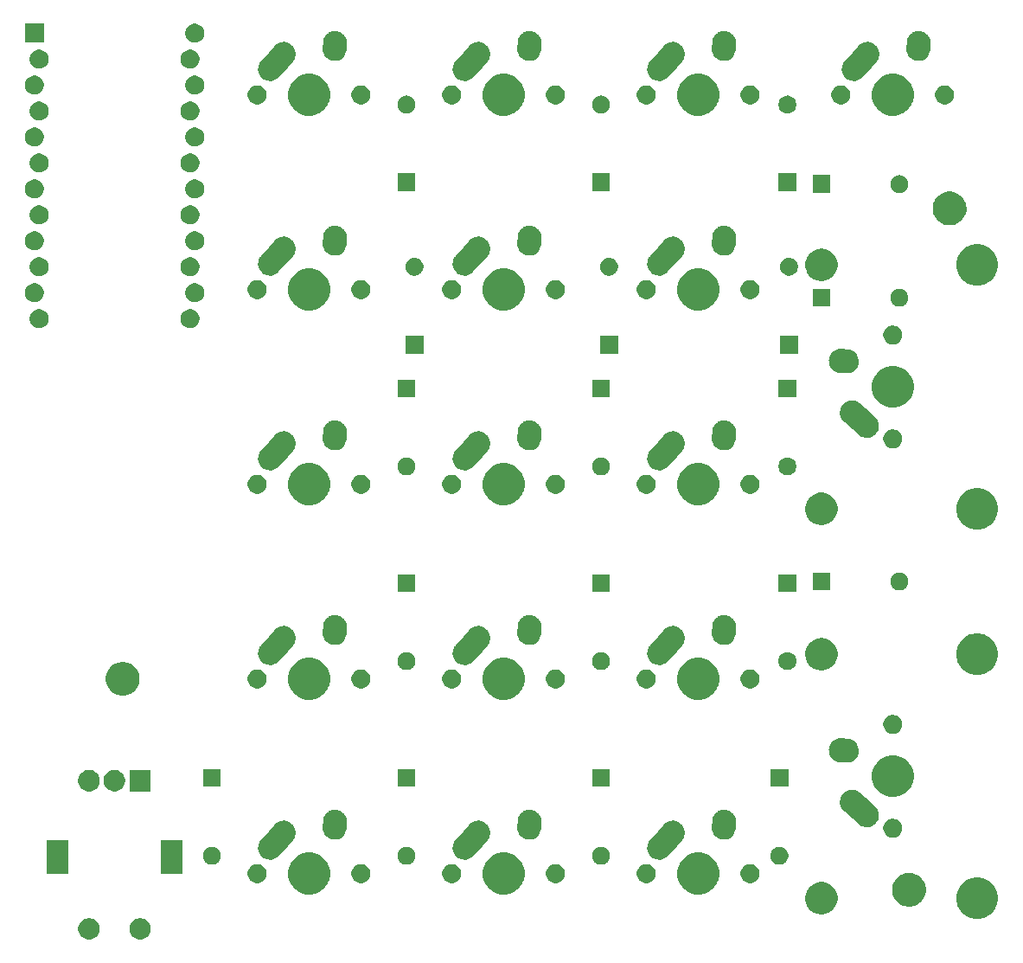
<source format=gbs>
G04 #@! TF.GenerationSoftware,KiCad,Pcbnew,(5.1.4)-1*
G04 #@! TF.CreationDate,2020-11-23T22:31:48-05:00*
G04 #@! TF.ProjectId,Knomberpad,4b6e6f6d-6265-4727-9061-642e6b696361,rev?*
G04 #@! TF.SameCoordinates,Original*
G04 #@! TF.FileFunction,Soldermask,Bot*
G04 #@! TF.FilePolarity,Negative*
%FSLAX46Y46*%
G04 Gerber Fmt 4.6, Leading zero omitted, Abs format (unit mm)*
G04 Created by KiCad (PCBNEW (5.1.4)-1) date 2020-11-23 22:31:48*
%MOMM*%
%LPD*%
G04 APERTURE LIST*
%ADD10C,0.100000*%
G04 APERTURE END LIST*
D10*
G36*
X52812814Y-129020639D02*
G01*
X53004083Y-129099865D01*
X53004085Y-129099866D01*
X53176223Y-129214885D01*
X53322615Y-129361277D01*
X53437635Y-129533417D01*
X53516861Y-129724686D01*
X53557250Y-129927734D01*
X53557250Y-130134766D01*
X53516861Y-130337814D01*
X53437635Y-130529083D01*
X53437634Y-130529085D01*
X53322615Y-130701223D01*
X53176223Y-130847615D01*
X53004085Y-130962634D01*
X53004084Y-130962635D01*
X53004083Y-130962635D01*
X52812814Y-131041861D01*
X52609766Y-131082250D01*
X52402734Y-131082250D01*
X52199686Y-131041861D01*
X52008417Y-130962635D01*
X52008416Y-130962635D01*
X52008415Y-130962634D01*
X51836277Y-130847615D01*
X51689885Y-130701223D01*
X51574866Y-130529085D01*
X51574865Y-130529083D01*
X51495639Y-130337814D01*
X51455250Y-130134766D01*
X51455250Y-129927734D01*
X51495639Y-129724686D01*
X51574865Y-129533417D01*
X51689885Y-129361277D01*
X51836277Y-129214885D01*
X52008415Y-129099866D01*
X52008417Y-129099865D01*
X52199686Y-129020639D01*
X52402734Y-128980250D01*
X52609766Y-128980250D01*
X52812814Y-129020639D01*
X52812814Y-129020639D01*
G37*
G36*
X47812814Y-129020639D02*
G01*
X48004083Y-129099865D01*
X48004085Y-129099866D01*
X48176223Y-129214885D01*
X48322615Y-129361277D01*
X48437635Y-129533417D01*
X48516861Y-129724686D01*
X48557250Y-129927734D01*
X48557250Y-130134766D01*
X48516861Y-130337814D01*
X48437635Y-130529083D01*
X48437634Y-130529085D01*
X48322615Y-130701223D01*
X48176223Y-130847615D01*
X48004085Y-130962634D01*
X48004084Y-130962635D01*
X48004083Y-130962635D01*
X47812814Y-131041861D01*
X47609766Y-131082250D01*
X47402734Y-131082250D01*
X47199686Y-131041861D01*
X47008417Y-130962635D01*
X47008416Y-130962635D01*
X47008415Y-130962634D01*
X46836277Y-130847615D01*
X46689885Y-130701223D01*
X46574866Y-130529085D01*
X46574865Y-130529083D01*
X46495639Y-130337814D01*
X46455250Y-130134766D01*
X46455250Y-129927734D01*
X46495639Y-129724686D01*
X46574865Y-129533417D01*
X46689885Y-129361277D01*
X46836277Y-129214885D01*
X47008415Y-129099866D01*
X47008417Y-129099865D01*
X47199686Y-129020639D01*
X47402734Y-128980250D01*
X47609766Y-128980250D01*
X47812814Y-129020639D01*
X47812814Y-129020639D01*
G37*
G36*
X135057724Y-125065434D02*
G01*
X135271056Y-125153799D01*
X135429873Y-125219583D01*
X135764798Y-125443373D01*
X136049627Y-125728202D01*
X136273417Y-126063127D01*
X136273417Y-126063128D01*
X136427566Y-126435276D01*
X136506150Y-126830344D01*
X136506150Y-127233156D01*
X136427566Y-127628224D01*
X136365613Y-127777791D01*
X136273417Y-128000373D01*
X136049627Y-128335298D01*
X135764798Y-128620127D01*
X135429873Y-128843917D01*
X135275724Y-128907767D01*
X135057724Y-128998066D01*
X134662656Y-129076650D01*
X134259844Y-129076650D01*
X133864776Y-128998066D01*
X133646776Y-128907767D01*
X133492627Y-128843917D01*
X133157702Y-128620127D01*
X132872873Y-128335298D01*
X132649083Y-128000373D01*
X132556887Y-127777791D01*
X132494934Y-127628224D01*
X132416350Y-127233156D01*
X132416350Y-126830344D01*
X132494934Y-126435276D01*
X132649083Y-126063128D01*
X132649083Y-126063127D01*
X132872873Y-125728202D01*
X133157702Y-125443373D01*
X133492627Y-125219583D01*
X133651444Y-125153799D01*
X133864776Y-125065434D01*
X134259844Y-124986850D01*
X134662656Y-124986850D01*
X135057724Y-125065434D01*
X135057724Y-125065434D01*
G37*
G36*
X119528517Y-125487013D02*
G01*
X119680661Y-125517276D01*
X119799387Y-125566454D01*
X119967291Y-125636002D01*
X119967292Y-125636003D01*
X120225254Y-125808367D01*
X120444633Y-126027746D01*
X120468274Y-126063128D01*
X120616998Y-126285709D01*
X120677145Y-126430917D01*
X120735724Y-126572339D01*
X120753887Y-126663650D01*
X120796250Y-126876625D01*
X120796250Y-127186875D01*
X120735724Y-127491160D01*
X120616998Y-127777791D01*
X120616997Y-127777792D01*
X120444633Y-128035754D01*
X120225254Y-128255133D01*
X120105278Y-128335298D01*
X119967291Y-128427498D01*
X119799387Y-128497046D01*
X119680661Y-128546224D01*
X119528517Y-128576487D01*
X119376375Y-128606750D01*
X119066125Y-128606750D01*
X118913983Y-128576487D01*
X118761839Y-128546224D01*
X118643113Y-128497046D01*
X118475209Y-128427498D01*
X118337222Y-128335298D01*
X118217246Y-128255133D01*
X117997867Y-128035754D01*
X117825503Y-127777792D01*
X117825502Y-127777791D01*
X117706776Y-127491160D01*
X117646250Y-127186875D01*
X117646250Y-126876625D01*
X117688613Y-126663650D01*
X117706776Y-126572339D01*
X117765355Y-126430917D01*
X117825502Y-126285709D01*
X117974226Y-126063128D01*
X117997867Y-126027746D01*
X118217246Y-125808367D01*
X118475208Y-125636003D01*
X118475209Y-125636002D01*
X118643113Y-125566454D01*
X118761839Y-125517276D01*
X118913983Y-125487013D01*
X119066125Y-125456750D01*
X119376375Y-125456750D01*
X119528517Y-125487013D01*
X119528517Y-125487013D01*
G37*
G36*
X128169006Y-124597548D02*
G01*
X128275329Y-124618697D01*
X128575792Y-124743153D01*
X128846201Y-124923835D01*
X129076165Y-125153799D01*
X129199259Y-125338022D01*
X129256848Y-125424210D01*
X129270326Y-125456750D01*
X129381303Y-125724671D01*
X129397951Y-125808367D01*
X129441589Y-126027747D01*
X129444750Y-126043641D01*
X129444750Y-126368859D01*
X129381303Y-126687829D01*
X129256847Y-126988292D01*
X129076165Y-127258701D01*
X128846201Y-127488665D01*
X128575792Y-127669347D01*
X128275329Y-127793803D01*
X128169006Y-127814952D01*
X127956361Y-127857250D01*
X127631139Y-127857250D01*
X127418494Y-127814952D01*
X127312171Y-127793803D01*
X127011708Y-127669347D01*
X126741299Y-127488665D01*
X126511335Y-127258701D01*
X126330653Y-126988292D01*
X126206197Y-126687829D01*
X126142750Y-126368859D01*
X126142750Y-126043641D01*
X126145912Y-126027747D01*
X126189549Y-125808367D01*
X126206197Y-125724671D01*
X126317174Y-125456750D01*
X126330652Y-125424210D01*
X126388241Y-125338022D01*
X126511335Y-125153799D01*
X126741299Y-124923835D01*
X127011708Y-124743153D01*
X127312171Y-124618697D01*
X127418494Y-124597548D01*
X127631139Y-124555250D01*
X127956361Y-124555250D01*
X128169006Y-124597548D01*
X128169006Y-124597548D01*
G37*
G36*
X107752724Y-122652434D02*
G01*
X107970724Y-122742733D01*
X108124873Y-122806583D01*
X108459798Y-123030373D01*
X108744627Y-123315202D01*
X108968417Y-123650127D01*
X109000812Y-123728336D01*
X109122566Y-124022276D01*
X109201150Y-124417344D01*
X109201150Y-124820156D01*
X109122566Y-125215224D01*
X109071701Y-125338022D01*
X108968417Y-125587373D01*
X108744627Y-125922298D01*
X108459798Y-126207127D01*
X108124873Y-126430917D01*
X107970724Y-126494767D01*
X107752724Y-126585066D01*
X107357656Y-126663650D01*
X106954844Y-126663650D01*
X106559776Y-126585066D01*
X106341776Y-126494767D01*
X106187627Y-126430917D01*
X105852702Y-126207127D01*
X105567873Y-125922298D01*
X105344083Y-125587373D01*
X105240799Y-125338022D01*
X105189934Y-125215224D01*
X105111350Y-124820156D01*
X105111350Y-124417344D01*
X105189934Y-124022276D01*
X105311688Y-123728336D01*
X105344083Y-123650127D01*
X105567873Y-123315202D01*
X105852702Y-123030373D01*
X106187627Y-122806583D01*
X106341776Y-122742733D01*
X106559776Y-122652434D01*
X106954844Y-122573850D01*
X107357656Y-122573850D01*
X107752724Y-122652434D01*
X107752724Y-122652434D01*
G37*
G36*
X69652724Y-122652434D02*
G01*
X69870724Y-122742733D01*
X70024873Y-122806583D01*
X70359798Y-123030373D01*
X70644627Y-123315202D01*
X70868417Y-123650127D01*
X70900812Y-123728336D01*
X71022566Y-124022276D01*
X71101150Y-124417344D01*
X71101150Y-124820156D01*
X71022566Y-125215224D01*
X70971701Y-125338022D01*
X70868417Y-125587373D01*
X70644627Y-125922298D01*
X70359798Y-126207127D01*
X70024873Y-126430917D01*
X69870724Y-126494767D01*
X69652724Y-126585066D01*
X69257656Y-126663650D01*
X68854844Y-126663650D01*
X68459776Y-126585066D01*
X68241776Y-126494767D01*
X68087627Y-126430917D01*
X67752702Y-126207127D01*
X67467873Y-125922298D01*
X67244083Y-125587373D01*
X67140799Y-125338022D01*
X67089934Y-125215224D01*
X67011350Y-124820156D01*
X67011350Y-124417344D01*
X67089934Y-124022276D01*
X67211688Y-123728336D01*
X67244083Y-123650127D01*
X67467873Y-123315202D01*
X67752702Y-123030373D01*
X68087627Y-122806583D01*
X68241776Y-122742733D01*
X68459776Y-122652434D01*
X68854844Y-122573850D01*
X69257656Y-122573850D01*
X69652724Y-122652434D01*
X69652724Y-122652434D01*
G37*
G36*
X88702724Y-122652434D02*
G01*
X88920724Y-122742733D01*
X89074873Y-122806583D01*
X89409798Y-123030373D01*
X89694627Y-123315202D01*
X89918417Y-123650127D01*
X89950812Y-123728336D01*
X90072566Y-124022276D01*
X90151150Y-124417344D01*
X90151150Y-124820156D01*
X90072566Y-125215224D01*
X90021701Y-125338022D01*
X89918417Y-125587373D01*
X89694627Y-125922298D01*
X89409798Y-126207127D01*
X89074873Y-126430917D01*
X88920724Y-126494767D01*
X88702724Y-126585066D01*
X88307656Y-126663650D01*
X87904844Y-126663650D01*
X87509776Y-126585066D01*
X87291776Y-126494767D01*
X87137627Y-126430917D01*
X86802702Y-126207127D01*
X86517873Y-125922298D01*
X86294083Y-125587373D01*
X86190799Y-125338022D01*
X86139934Y-125215224D01*
X86061350Y-124820156D01*
X86061350Y-124417344D01*
X86139934Y-124022276D01*
X86261688Y-123728336D01*
X86294083Y-123650127D01*
X86517873Y-123315202D01*
X86802702Y-123030373D01*
X87137627Y-122806583D01*
X87291776Y-122742733D01*
X87509776Y-122652434D01*
X87904844Y-122573850D01*
X88307656Y-122573850D01*
X88702724Y-122652434D01*
X88702724Y-122652434D01*
G37*
G36*
X93456354Y-123728335D02*
G01*
X93624876Y-123798139D01*
X93776541Y-123899478D01*
X93905522Y-124028459D01*
X94006861Y-124180124D01*
X94076665Y-124348646D01*
X94112250Y-124527547D01*
X94112250Y-124709953D01*
X94076665Y-124888854D01*
X94006861Y-125057376D01*
X93905522Y-125209041D01*
X93776541Y-125338022D01*
X93624876Y-125439361D01*
X93456354Y-125509165D01*
X93277453Y-125544750D01*
X93095047Y-125544750D01*
X92916146Y-125509165D01*
X92747624Y-125439361D01*
X92595959Y-125338022D01*
X92466978Y-125209041D01*
X92365639Y-125057376D01*
X92295835Y-124888854D01*
X92260250Y-124709953D01*
X92260250Y-124527547D01*
X92295835Y-124348646D01*
X92365639Y-124180124D01*
X92466978Y-124028459D01*
X92595959Y-123899478D01*
X92747624Y-123798139D01*
X92916146Y-123728335D01*
X93095047Y-123692750D01*
X93277453Y-123692750D01*
X93456354Y-123728335D01*
X93456354Y-123728335D01*
G37*
G36*
X112506354Y-123728335D02*
G01*
X112674876Y-123798139D01*
X112826541Y-123899478D01*
X112955522Y-124028459D01*
X113056861Y-124180124D01*
X113126665Y-124348646D01*
X113162250Y-124527547D01*
X113162250Y-124709953D01*
X113126665Y-124888854D01*
X113056861Y-125057376D01*
X112955522Y-125209041D01*
X112826541Y-125338022D01*
X112674876Y-125439361D01*
X112506354Y-125509165D01*
X112327453Y-125544750D01*
X112145047Y-125544750D01*
X111966146Y-125509165D01*
X111797624Y-125439361D01*
X111645959Y-125338022D01*
X111516978Y-125209041D01*
X111415639Y-125057376D01*
X111345835Y-124888854D01*
X111310250Y-124709953D01*
X111310250Y-124527547D01*
X111345835Y-124348646D01*
X111415639Y-124180124D01*
X111516978Y-124028459D01*
X111645959Y-123899478D01*
X111797624Y-123798139D01*
X111966146Y-123728335D01*
X112145047Y-123692750D01*
X112327453Y-123692750D01*
X112506354Y-123728335D01*
X112506354Y-123728335D01*
G37*
G36*
X102346354Y-123728335D02*
G01*
X102514876Y-123798139D01*
X102666541Y-123899478D01*
X102795522Y-124028459D01*
X102896861Y-124180124D01*
X102966665Y-124348646D01*
X103002250Y-124527547D01*
X103002250Y-124709953D01*
X102966665Y-124888854D01*
X102896861Y-125057376D01*
X102795522Y-125209041D01*
X102666541Y-125338022D01*
X102514876Y-125439361D01*
X102346354Y-125509165D01*
X102167453Y-125544750D01*
X101985047Y-125544750D01*
X101806146Y-125509165D01*
X101637624Y-125439361D01*
X101485959Y-125338022D01*
X101356978Y-125209041D01*
X101255639Y-125057376D01*
X101185835Y-124888854D01*
X101150250Y-124709953D01*
X101150250Y-124527547D01*
X101185835Y-124348646D01*
X101255639Y-124180124D01*
X101356978Y-124028459D01*
X101485959Y-123899478D01*
X101637624Y-123798139D01*
X101806146Y-123728335D01*
X101985047Y-123692750D01*
X102167453Y-123692750D01*
X102346354Y-123728335D01*
X102346354Y-123728335D01*
G37*
G36*
X83296354Y-123728335D02*
G01*
X83464876Y-123798139D01*
X83616541Y-123899478D01*
X83745522Y-124028459D01*
X83846861Y-124180124D01*
X83916665Y-124348646D01*
X83952250Y-124527547D01*
X83952250Y-124709953D01*
X83916665Y-124888854D01*
X83846861Y-125057376D01*
X83745522Y-125209041D01*
X83616541Y-125338022D01*
X83464876Y-125439361D01*
X83296354Y-125509165D01*
X83117453Y-125544750D01*
X82935047Y-125544750D01*
X82756146Y-125509165D01*
X82587624Y-125439361D01*
X82435959Y-125338022D01*
X82306978Y-125209041D01*
X82205639Y-125057376D01*
X82135835Y-124888854D01*
X82100250Y-124709953D01*
X82100250Y-124527547D01*
X82135835Y-124348646D01*
X82205639Y-124180124D01*
X82306978Y-124028459D01*
X82435959Y-123899478D01*
X82587624Y-123798139D01*
X82756146Y-123728335D01*
X82935047Y-123692750D01*
X83117453Y-123692750D01*
X83296354Y-123728335D01*
X83296354Y-123728335D01*
G37*
G36*
X64246354Y-123728335D02*
G01*
X64414876Y-123798139D01*
X64566541Y-123899478D01*
X64695522Y-124028459D01*
X64796861Y-124180124D01*
X64866665Y-124348646D01*
X64902250Y-124527547D01*
X64902250Y-124709953D01*
X64866665Y-124888854D01*
X64796861Y-125057376D01*
X64695522Y-125209041D01*
X64566541Y-125338022D01*
X64414876Y-125439361D01*
X64246354Y-125509165D01*
X64067453Y-125544750D01*
X63885047Y-125544750D01*
X63706146Y-125509165D01*
X63537624Y-125439361D01*
X63385959Y-125338022D01*
X63256978Y-125209041D01*
X63155639Y-125057376D01*
X63085835Y-124888854D01*
X63050250Y-124709953D01*
X63050250Y-124527547D01*
X63085835Y-124348646D01*
X63155639Y-124180124D01*
X63256978Y-124028459D01*
X63385959Y-123899478D01*
X63537624Y-123798139D01*
X63706146Y-123728335D01*
X63885047Y-123692750D01*
X64067453Y-123692750D01*
X64246354Y-123728335D01*
X64246354Y-123728335D01*
G37*
G36*
X74406354Y-123728335D02*
G01*
X74574876Y-123798139D01*
X74726541Y-123899478D01*
X74855522Y-124028459D01*
X74956861Y-124180124D01*
X75026665Y-124348646D01*
X75062250Y-124527547D01*
X75062250Y-124709953D01*
X75026665Y-124888854D01*
X74956861Y-125057376D01*
X74855522Y-125209041D01*
X74726541Y-125338022D01*
X74574876Y-125439361D01*
X74406354Y-125509165D01*
X74227453Y-125544750D01*
X74045047Y-125544750D01*
X73866146Y-125509165D01*
X73697624Y-125439361D01*
X73545959Y-125338022D01*
X73416978Y-125209041D01*
X73315639Y-125057376D01*
X73245835Y-124888854D01*
X73210250Y-124709953D01*
X73210250Y-124527547D01*
X73245835Y-124348646D01*
X73315639Y-124180124D01*
X73416978Y-124028459D01*
X73545959Y-123899478D01*
X73697624Y-123798139D01*
X73866146Y-123728335D01*
X74045047Y-123692750D01*
X74227453Y-123692750D01*
X74406354Y-123728335D01*
X74406354Y-123728335D01*
G37*
G36*
X45457250Y-124682250D02*
G01*
X43355250Y-124682250D01*
X43355250Y-121380250D01*
X45457250Y-121380250D01*
X45457250Y-124682250D01*
X45457250Y-124682250D01*
G37*
G36*
X56657250Y-124682250D02*
G01*
X54555250Y-124682250D01*
X54555250Y-121380250D01*
X56657250Y-121380250D01*
X56657250Y-124682250D01*
X56657250Y-124682250D01*
G37*
G36*
X59702247Y-122012842D02*
G01*
X59786916Y-122029683D01*
X59852988Y-122057051D01*
X59946427Y-122095755D01*
X60089986Y-122191678D01*
X60212072Y-122313764D01*
X60307995Y-122457323D01*
X60346699Y-122550762D01*
X60362676Y-122589333D01*
X60374067Y-122616835D01*
X60407750Y-122786171D01*
X60407750Y-122958829D01*
X60374067Y-123128165D01*
X60307995Y-123287677D01*
X60212072Y-123431236D01*
X60089986Y-123553322D01*
X59946427Y-123649245D01*
X59852988Y-123687949D01*
X59786916Y-123715317D01*
X59721469Y-123728335D01*
X59617579Y-123749000D01*
X59444921Y-123749000D01*
X59341031Y-123728335D01*
X59275584Y-123715317D01*
X59209512Y-123687949D01*
X59116073Y-123649245D01*
X58972514Y-123553322D01*
X58850428Y-123431236D01*
X58754505Y-123287677D01*
X58688433Y-123128165D01*
X58654750Y-122958829D01*
X58654750Y-122786171D01*
X58688433Y-122616835D01*
X58699825Y-122589333D01*
X58715801Y-122550762D01*
X58754505Y-122457323D01*
X58850428Y-122313764D01*
X58972514Y-122191678D01*
X59116073Y-122095755D01*
X59209512Y-122057051D01*
X59275584Y-122029683D01*
X59360253Y-122012842D01*
X59444921Y-121996000D01*
X59617579Y-121996000D01*
X59702247Y-122012842D01*
X59702247Y-122012842D01*
G37*
G36*
X115264747Y-122012842D02*
G01*
X115349416Y-122029683D01*
X115415488Y-122057051D01*
X115508927Y-122095755D01*
X115652486Y-122191678D01*
X115774572Y-122313764D01*
X115870495Y-122457323D01*
X115909199Y-122550762D01*
X115925176Y-122589333D01*
X115936567Y-122616835D01*
X115970250Y-122786171D01*
X115970250Y-122958829D01*
X115936567Y-123128165D01*
X115870495Y-123287677D01*
X115774572Y-123431236D01*
X115652486Y-123553322D01*
X115508927Y-123649245D01*
X115415488Y-123687949D01*
X115349416Y-123715317D01*
X115283969Y-123728335D01*
X115180079Y-123749000D01*
X115007421Y-123749000D01*
X114903531Y-123728335D01*
X114838084Y-123715317D01*
X114772012Y-123687949D01*
X114678573Y-123649245D01*
X114535014Y-123553322D01*
X114412928Y-123431236D01*
X114317005Y-123287677D01*
X114250933Y-123128165D01*
X114217250Y-122958829D01*
X114217250Y-122786171D01*
X114250933Y-122616835D01*
X114262325Y-122589333D01*
X114278301Y-122550762D01*
X114317005Y-122457323D01*
X114412928Y-122313764D01*
X114535014Y-122191678D01*
X114678573Y-122095755D01*
X114772012Y-122057051D01*
X114838084Y-122029683D01*
X114922753Y-122012842D01*
X115007421Y-121996000D01*
X115180079Y-121996000D01*
X115264747Y-122012842D01*
X115264747Y-122012842D01*
G37*
G36*
X97802247Y-122012842D02*
G01*
X97886916Y-122029683D01*
X97952988Y-122057051D01*
X98046427Y-122095755D01*
X98189986Y-122191678D01*
X98312072Y-122313764D01*
X98407995Y-122457323D01*
X98446699Y-122550762D01*
X98462676Y-122589333D01*
X98474067Y-122616835D01*
X98507750Y-122786171D01*
X98507750Y-122958829D01*
X98474067Y-123128165D01*
X98407995Y-123287677D01*
X98312072Y-123431236D01*
X98189986Y-123553322D01*
X98046427Y-123649245D01*
X97952988Y-123687949D01*
X97886916Y-123715317D01*
X97821469Y-123728335D01*
X97717579Y-123749000D01*
X97544921Y-123749000D01*
X97441031Y-123728335D01*
X97375584Y-123715317D01*
X97309512Y-123687949D01*
X97216073Y-123649245D01*
X97072514Y-123553322D01*
X96950428Y-123431236D01*
X96854505Y-123287677D01*
X96788433Y-123128165D01*
X96754750Y-122958829D01*
X96754750Y-122786171D01*
X96788433Y-122616835D01*
X96799825Y-122589333D01*
X96815801Y-122550762D01*
X96854505Y-122457323D01*
X96950428Y-122313764D01*
X97072514Y-122191678D01*
X97216073Y-122095755D01*
X97309512Y-122057051D01*
X97375584Y-122029683D01*
X97460253Y-122012842D01*
X97544921Y-121996000D01*
X97717579Y-121996000D01*
X97802247Y-122012842D01*
X97802247Y-122012842D01*
G37*
G36*
X78752247Y-122012842D02*
G01*
X78836916Y-122029683D01*
X78902988Y-122057051D01*
X78996427Y-122095755D01*
X79139986Y-122191678D01*
X79262072Y-122313764D01*
X79357995Y-122457323D01*
X79396699Y-122550762D01*
X79412676Y-122589333D01*
X79424067Y-122616835D01*
X79457750Y-122786171D01*
X79457750Y-122958829D01*
X79424067Y-123128165D01*
X79357995Y-123287677D01*
X79262072Y-123431236D01*
X79139986Y-123553322D01*
X78996427Y-123649245D01*
X78902988Y-123687949D01*
X78836916Y-123715317D01*
X78771469Y-123728335D01*
X78667579Y-123749000D01*
X78494921Y-123749000D01*
X78391031Y-123728335D01*
X78325584Y-123715317D01*
X78259512Y-123687949D01*
X78166073Y-123649245D01*
X78022514Y-123553322D01*
X77900428Y-123431236D01*
X77804505Y-123287677D01*
X77738433Y-123128165D01*
X77704750Y-122958829D01*
X77704750Y-122786171D01*
X77738433Y-122616835D01*
X77749825Y-122589333D01*
X77765801Y-122550762D01*
X77804505Y-122457323D01*
X77900428Y-122313764D01*
X78022514Y-122191678D01*
X78166073Y-122095755D01*
X78259512Y-122057051D01*
X78325584Y-122029683D01*
X78410253Y-122012842D01*
X78494921Y-121996000D01*
X78667579Y-121996000D01*
X78752247Y-122012842D01*
X78752247Y-122012842D01*
G37*
G36*
X104679455Y-119442631D02*
G01*
X104684895Y-119442750D01*
X104772078Y-119442750D01*
X104788347Y-119445986D01*
X104807206Y-119448265D01*
X104823782Y-119448996D01*
X104908473Y-119469760D01*
X104913768Y-119470934D01*
X104999277Y-119487943D01*
X105014612Y-119494295D01*
X105032651Y-119500205D01*
X105048771Y-119504157D01*
X105127754Y-119541030D01*
X105132744Y-119543227D01*
X105213295Y-119576592D01*
X105227091Y-119585810D01*
X105243643Y-119595132D01*
X105258676Y-119602150D01*
X105328944Y-119653721D01*
X105333442Y-119656872D01*
X105405906Y-119705291D01*
X105417633Y-119717018D01*
X105432059Y-119729398D01*
X105445429Y-119739211D01*
X105445430Y-119739212D01*
X105504271Y-119803483D01*
X105508079Y-119807464D01*
X105569709Y-119869094D01*
X105578924Y-119882885D01*
X105590646Y-119897828D01*
X105601855Y-119910071D01*
X105647049Y-119984624D01*
X105649996Y-119989251D01*
X105698408Y-120061705D01*
X105704755Y-120077027D01*
X105713342Y-120093981D01*
X105721941Y-120108167D01*
X105751728Y-120190118D01*
X105753702Y-120195198D01*
X105787057Y-120275723D01*
X105787057Y-120275724D01*
X105790291Y-120291983D01*
X105795408Y-120310292D01*
X105801075Y-120325884D01*
X105814305Y-120412095D01*
X105815251Y-120417463D01*
X105832250Y-120502923D01*
X105832250Y-120519502D01*
X105833694Y-120538442D01*
X105836213Y-120554854D01*
X105832370Y-120641999D01*
X105832250Y-120647439D01*
X105832250Y-120734575D01*
X105829016Y-120750833D01*
X105826738Y-120769691D01*
X105826006Y-120786281D01*
X105805238Y-120870987D01*
X105804062Y-120876287D01*
X105787057Y-120961777D01*
X105780707Y-120977107D01*
X105774799Y-120995143D01*
X105770845Y-121011270D01*
X105733961Y-121090276D01*
X105731761Y-121095273D01*
X105698408Y-121175795D01*
X105689194Y-121189585D01*
X105679872Y-121206137D01*
X105672852Y-121221174D01*
X105621261Y-121291470D01*
X105618116Y-121295960D01*
X105569711Y-121368404D01*
X105512710Y-121425405D01*
X105508061Y-121430313D01*
X105076561Y-121911220D01*
X104182973Y-122907126D01*
X104054929Y-123024352D01*
X103955881Y-123084395D01*
X103856833Y-123144439D01*
X103639116Y-123223573D01*
X103410145Y-123258711D01*
X103178720Y-123248504D01*
X102953731Y-123193343D01*
X102848977Y-123144439D01*
X102743829Y-123095352D01*
X102647088Y-123024352D01*
X102557073Y-122958289D01*
X102482644Y-122876991D01*
X102400648Y-122787429D01*
X102318814Y-122652435D01*
X102280561Y-122589333D01*
X102201427Y-122371616D01*
X102166289Y-122142645D01*
X102176496Y-121911220D01*
X102231657Y-121686231D01*
X102283222Y-121575778D01*
X102329648Y-121476330D01*
X102329650Y-121476327D01*
X102432364Y-121336372D01*
X103187495Y-120494777D01*
X103719037Y-119902371D01*
X103729931Y-119888339D01*
X103742789Y-119869096D01*
X103799823Y-119812062D01*
X103804473Y-119807153D01*
X103819528Y-119790374D01*
X103840951Y-119770761D01*
X103844932Y-119766953D01*
X103906596Y-119705289D01*
X103920393Y-119696070D01*
X103935352Y-119684335D01*
X103947571Y-119673148D01*
X103979635Y-119653711D01*
X104022080Y-119627981D01*
X104026671Y-119625058D01*
X104099205Y-119576592D01*
X104114550Y-119570236D01*
X104131498Y-119561651D01*
X104145666Y-119553062D01*
X104145667Y-119553062D01*
X104145668Y-119553061D01*
X104227562Y-119523295D01*
X104232660Y-119521313D01*
X104313223Y-119487943D01*
X104329502Y-119484705D01*
X104347792Y-119479594D01*
X104363385Y-119473927D01*
X104449550Y-119460704D01*
X104454913Y-119459759D01*
X104540423Y-119442750D01*
X104557016Y-119442750D01*
X104575959Y-119441305D01*
X104592356Y-119438789D01*
X104679455Y-119442631D01*
X104679455Y-119442631D01*
G37*
G36*
X66579455Y-119442631D02*
G01*
X66584895Y-119442750D01*
X66672078Y-119442750D01*
X66688347Y-119445986D01*
X66707206Y-119448265D01*
X66723782Y-119448996D01*
X66808473Y-119469760D01*
X66813768Y-119470934D01*
X66899277Y-119487943D01*
X66914612Y-119494295D01*
X66932651Y-119500205D01*
X66948771Y-119504157D01*
X67027754Y-119541030D01*
X67032744Y-119543227D01*
X67113295Y-119576592D01*
X67127091Y-119585810D01*
X67143643Y-119595132D01*
X67158676Y-119602150D01*
X67228944Y-119653721D01*
X67233442Y-119656872D01*
X67305906Y-119705291D01*
X67317633Y-119717018D01*
X67332059Y-119729398D01*
X67345429Y-119739211D01*
X67345430Y-119739212D01*
X67404271Y-119803483D01*
X67408079Y-119807464D01*
X67469709Y-119869094D01*
X67478924Y-119882885D01*
X67490646Y-119897828D01*
X67501855Y-119910071D01*
X67547049Y-119984624D01*
X67549996Y-119989251D01*
X67598408Y-120061705D01*
X67604755Y-120077027D01*
X67613342Y-120093981D01*
X67621941Y-120108167D01*
X67651728Y-120190118D01*
X67653702Y-120195198D01*
X67687057Y-120275723D01*
X67687057Y-120275724D01*
X67690291Y-120291983D01*
X67695408Y-120310292D01*
X67701075Y-120325884D01*
X67714305Y-120412095D01*
X67715251Y-120417463D01*
X67732250Y-120502923D01*
X67732250Y-120519502D01*
X67733694Y-120538442D01*
X67736213Y-120554854D01*
X67732370Y-120641999D01*
X67732250Y-120647439D01*
X67732250Y-120734575D01*
X67729016Y-120750833D01*
X67726738Y-120769691D01*
X67726006Y-120786281D01*
X67705238Y-120870987D01*
X67704062Y-120876287D01*
X67687057Y-120961777D01*
X67680707Y-120977107D01*
X67674799Y-120995143D01*
X67670845Y-121011270D01*
X67633961Y-121090276D01*
X67631761Y-121095273D01*
X67598408Y-121175795D01*
X67589194Y-121189585D01*
X67579872Y-121206137D01*
X67572852Y-121221174D01*
X67521261Y-121291470D01*
X67518116Y-121295960D01*
X67469711Y-121368404D01*
X67412710Y-121425405D01*
X67408061Y-121430313D01*
X66976561Y-121911220D01*
X66082973Y-122907126D01*
X65954929Y-123024352D01*
X65855881Y-123084395D01*
X65756833Y-123144439D01*
X65539116Y-123223573D01*
X65310145Y-123258711D01*
X65078720Y-123248504D01*
X64853731Y-123193343D01*
X64748977Y-123144439D01*
X64643829Y-123095352D01*
X64547088Y-123024352D01*
X64457073Y-122958289D01*
X64382644Y-122876991D01*
X64300648Y-122787429D01*
X64218814Y-122652435D01*
X64180561Y-122589333D01*
X64101427Y-122371616D01*
X64066289Y-122142645D01*
X64076496Y-121911220D01*
X64131657Y-121686231D01*
X64183222Y-121575778D01*
X64229648Y-121476330D01*
X64229650Y-121476327D01*
X64332364Y-121336372D01*
X65087495Y-120494777D01*
X65619037Y-119902371D01*
X65629931Y-119888339D01*
X65642789Y-119869096D01*
X65699823Y-119812062D01*
X65704473Y-119807153D01*
X65719528Y-119790374D01*
X65740951Y-119770761D01*
X65744932Y-119766953D01*
X65806596Y-119705289D01*
X65820393Y-119696070D01*
X65835352Y-119684335D01*
X65847571Y-119673148D01*
X65879635Y-119653711D01*
X65922080Y-119627981D01*
X65926671Y-119625058D01*
X65999205Y-119576592D01*
X66014550Y-119570236D01*
X66031498Y-119561651D01*
X66045666Y-119553062D01*
X66045667Y-119553062D01*
X66045668Y-119553061D01*
X66127562Y-119523295D01*
X66132660Y-119521313D01*
X66213223Y-119487943D01*
X66229502Y-119484705D01*
X66247792Y-119479594D01*
X66263385Y-119473927D01*
X66349550Y-119460704D01*
X66354913Y-119459759D01*
X66440423Y-119442750D01*
X66457016Y-119442750D01*
X66475959Y-119441305D01*
X66492356Y-119438789D01*
X66579455Y-119442631D01*
X66579455Y-119442631D01*
G37*
G36*
X85629455Y-119442631D02*
G01*
X85634895Y-119442750D01*
X85722078Y-119442750D01*
X85738347Y-119445986D01*
X85757206Y-119448265D01*
X85773782Y-119448996D01*
X85858473Y-119469760D01*
X85863768Y-119470934D01*
X85949277Y-119487943D01*
X85964612Y-119494295D01*
X85982651Y-119500205D01*
X85998771Y-119504157D01*
X86077754Y-119541030D01*
X86082744Y-119543227D01*
X86163295Y-119576592D01*
X86177091Y-119585810D01*
X86193643Y-119595132D01*
X86208676Y-119602150D01*
X86278944Y-119653721D01*
X86283442Y-119656872D01*
X86355906Y-119705291D01*
X86367633Y-119717018D01*
X86382059Y-119729398D01*
X86395429Y-119739211D01*
X86395430Y-119739212D01*
X86454271Y-119803483D01*
X86458079Y-119807464D01*
X86519709Y-119869094D01*
X86528924Y-119882885D01*
X86540646Y-119897828D01*
X86551855Y-119910071D01*
X86597049Y-119984624D01*
X86599996Y-119989251D01*
X86648408Y-120061705D01*
X86654755Y-120077027D01*
X86663342Y-120093981D01*
X86671941Y-120108167D01*
X86701728Y-120190118D01*
X86703702Y-120195198D01*
X86737057Y-120275723D01*
X86737057Y-120275724D01*
X86740291Y-120291983D01*
X86745408Y-120310292D01*
X86751075Y-120325884D01*
X86764305Y-120412095D01*
X86765251Y-120417463D01*
X86782250Y-120502923D01*
X86782250Y-120519502D01*
X86783694Y-120538442D01*
X86786213Y-120554854D01*
X86782370Y-120641999D01*
X86782250Y-120647439D01*
X86782250Y-120734575D01*
X86779016Y-120750833D01*
X86776738Y-120769691D01*
X86776006Y-120786281D01*
X86755238Y-120870987D01*
X86754062Y-120876287D01*
X86737057Y-120961777D01*
X86730707Y-120977107D01*
X86724799Y-120995143D01*
X86720845Y-121011270D01*
X86683961Y-121090276D01*
X86681761Y-121095273D01*
X86648408Y-121175795D01*
X86639194Y-121189585D01*
X86629872Y-121206137D01*
X86622852Y-121221174D01*
X86571261Y-121291470D01*
X86568116Y-121295960D01*
X86519711Y-121368404D01*
X86462710Y-121425405D01*
X86458061Y-121430313D01*
X86026561Y-121911220D01*
X85132973Y-122907126D01*
X85004929Y-123024352D01*
X84905881Y-123084395D01*
X84806833Y-123144439D01*
X84589116Y-123223573D01*
X84360145Y-123258711D01*
X84128720Y-123248504D01*
X83903731Y-123193343D01*
X83798977Y-123144439D01*
X83693829Y-123095352D01*
X83597088Y-123024352D01*
X83507073Y-122958289D01*
X83432644Y-122876991D01*
X83350648Y-122787429D01*
X83268814Y-122652435D01*
X83230561Y-122589333D01*
X83151427Y-122371616D01*
X83116289Y-122142645D01*
X83126496Y-121911220D01*
X83181657Y-121686231D01*
X83233222Y-121575778D01*
X83279648Y-121476330D01*
X83279650Y-121476327D01*
X83382364Y-121336372D01*
X84137495Y-120494777D01*
X84669037Y-119902371D01*
X84679931Y-119888339D01*
X84692789Y-119869096D01*
X84749823Y-119812062D01*
X84754473Y-119807153D01*
X84769528Y-119790374D01*
X84790951Y-119770761D01*
X84794932Y-119766953D01*
X84856596Y-119705289D01*
X84870393Y-119696070D01*
X84885352Y-119684335D01*
X84897571Y-119673148D01*
X84929635Y-119653711D01*
X84972080Y-119627981D01*
X84976671Y-119625058D01*
X85049205Y-119576592D01*
X85064550Y-119570236D01*
X85081498Y-119561651D01*
X85095666Y-119553062D01*
X85095667Y-119553062D01*
X85095668Y-119553061D01*
X85177562Y-119523295D01*
X85182660Y-119521313D01*
X85263223Y-119487943D01*
X85279502Y-119484705D01*
X85297792Y-119479594D01*
X85313385Y-119473927D01*
X85399550Y-119460704D01*
X85404913Y-119459759D01*
X85490423Y-119442750D01*
X85507016Y-119442750D01*
X85525959Y-119441305D01*
X85542356Y-119438789D01*
X85629455Y-119442631D01*
X85629455Y-119442631D01*
G37*
G36*
X109784377Y-118361011D02*
G01*
X109805150Y-118362750D01*
X109812077Y-118362750D01*
X109907004Y-118381632D01*
X109910598Y-118382292D01*
X110005980Y-118398374D01*
X110012453Y-118400835D01*
X110032478Y-118406591D01*
X110039277Y-118407943D01*
X110101664Y-118433784D01*
X110128693Y-118444980D01*
X110132094Y-118446331D01*
X110222505Y-118480711D01*
X110228377Y-118484390D01*
X110246886Y-118493937D01*
X110253295Y-118496592D01*
X110333813Y-118550392D01*
X110336804Y-118552328D01*
X110418807Y-118603709D01*
X110423834Y-118608450D01*
X110440146Y-118621441D01*
X110445902Y-118625287D01*
X110514360Y-118693745D01*
X110516939Y-118696249D01*
X110587340Y-118762639D01*
X110591345Y-118768269D01*
X110604809Y-118784194D01*
X110609709Y-118789094D01*
X110663494Y-118869589D01*
X110665541Y-118872557D01*
X110721630Y-118951395D01*
X110724464Y-118957708D01*
X110734558Y-118975943D01*
X110738408Y-118981705D01*
X110775470Y-119071180D01*
X110776874Y-119074435D01*
X110816515Y-119162723D01*
X110818065Y-119169475D01*
X110824402Y-119189312D01*
X110827057Y-119195723D01*
X110844484Y-119283335D01*
X110845942Y-119290667D01*
X110846688Y-119294151D01*
X110868348Y-119388501D01*
X110868348Y-119388504D01*
X110868550Y-119395404D01*
X110870897Y-119416120D01*
X110872250Y-119422924D01*
X110872250Y-119519736D01*
X110872303Y-119523334D01*
X110873438Y-119562027D01*
X110872545Y-119574975D01*
X110872250Y-119583547D01*
X110872250Y-119654576D01*
X110866331Y-119684335D01*
X110865854Y-119686729D01*
X110863750Y-119702500D01*
X110825488Y-120257295D01*
X110796626Y-120428480D01*
X110714288Y-120645005D01*
X110591291Y-120841307D01*
X110432361Y-121009840D01*
X110243605Y-121144130D01*
X110032277Y-121239015D01*
X109806499Y-121290848D01*
X109574948Y-121297639D01*
X109574947Y-121297639D01*
X109529262Y-121289936D01*
X109346520Y-121259126D01*
X109129995Y-121176788D01*
X108933693Y-121053791D01*
X108765160Y-120894861D01*
X108630870Y-120706105D01*
X108535985Y-120494777D01*
X108484152Y-120268999D01*
X108479062Y-120095473D01*
X108519954Y-119502544D01*
X108520250Y-119493946D01*
X108520250Y-119422925D01*
X108539132Y-119328000D01*
X108539794Y-119324395D01*
X108545481Y-119290667D01*
X108555874Y-119229020D01*
X108558335Y-119222549D01*
X108564092Y-119202517D01*
X108565443Y-119195724D01*
X108568093Y-119189326D01*
X108602514Y-119106226D01*
X108603803Y-119102980D01*
X108638212Y-119012495D01*
X108641886Y-119006631D01*
X108651437Y-118988115D01*
X108654092Y-118981705D01*
X108707907Y-118901165D01*
X108709827Y-118898199D01*
X108761209Y-118816193D01*
X108765961Y-118811154D01*
X108778939Y-118794857D01*
X108782787Y-118789098D01*
X108851243Y-118720642D01*
X108853796Y-118718012D01*
X108874273Y-118696298D01*
X108920139Y-118647660D01*
X108925771Y-118643653D01*
X108941697Y-118630188D01*
X108946596Y-118625289D01*
X109027074Y-118571516D01*
X109030056Y-118569460D01*
X109108895Y-118513370D01*
X109115205Y-118510537D01*
X109133444Y-118500441D01*
X109139201Y-118496594D01*
X109139204Y-118496593D01*
X109139205Y-118496592D01*
X109228679Y-118459531D01*
X109231937Y-118458125D01*
X109320223Y-118418485D01*
X109326975Y-118416935D01*
X109346812Y-118410598D01*
X109353223Y-118407943D01*
X109448149Y-118389061D01*
X109451696Y-118388301D01*
X109546001Y-118366651D01*
X109548380Y-118366581D01*
X109552915Y-118366448D01*
X109573631Y-118364101D01*
X109580424Y-118362750D01*
X109677209Y-118362750D01*
X109680834Y-118362697D01*
X109777552Y-118359860D01*
X109784377Y-118361011D01*
X109784377Y-118361011D01*
G37*
G36*
X90734377Y-118361011D02*
G01*
X90755150Y-118362750D01*
X90762077Y-118362750D01*
X90857004Y-118381632D01*
X90860598Y-118382292D01*
X90955980Y-118398374D01*
X90962453Y-118400835D01*
X90982478Y-118406591D01*
X90989277Y-118407943D01*
X91051664Y-118433784D01*
X91078693Y-118444980D01*
X91082094Y-118446331D01*
X91172505Y-118480711D01*
X91178377Y-118484390D01*
X91196886Y-118493937D01*
X91203295Y-118496592D01*
X91283813Y-118550392D01*
X91286804Y-118552328D01*
X91368807Y-118603709D01*
X91373834Y-118608450D01*
X91390146Y-118621441D01*
X91395902Y-118625287D01*
X91464360Y-118693745D01*
X91466939Y-118696249D01*
X91537340Y-118762639D01*
X91541345Y-118768269D01*
X91554809Y-118784194D01*
X91559709Y-118789094D01*
X91613494Y-118869589D01*
X91615541Y-118872557D01*
X91671630Y-118951395D01*
X91674464Y-118957708D01*
X91684558Y-118975943D01*
X91688408Y-118981705D01*
X91725470Y-119071180D01*
X91726874Y-119074435D01*
X91766515Y-119162723D01*
X91768065Y-119169475D01*
X91774402Y-119189312D01*
X91777057Y-119195723D01*
X91794484Y-119283335D01*
X91795942Y-119290667D01*
X91796688Y-119294151D01*
X91818348Y-119388501D01*
X91818348Y-119388504D01*
X91818550Y-119395404D01*
X91820897Y-119416120D01*
X91822250Y-119422924D01*
X91822250Y-119519736D01*
X91822303Y-119523334D01*
X91823438Y-119562027D01*
X91822545Y-119574975D01*
X91822250Y-119583547D01*
X91822250Y-119654576D01*
X91816331Y-119684335D01*
X91815854Y-119686729D01*
X91813750Y-119702500D01*
X91775488Y-120257295D01*
X91746626Y-120428480D01*
X91664288Y-120645005D01*
X91541291Y-120841307D01*
X91382361Y-121009840D01*
X91193605Y-121144130D01*
X90982277Y-121239015D01*
X90756499Y-121290848D01*
X90524948Y-121297639D01*
X90524947Y-121297639D01*
X90479262Y-121289936D01*
X90296520Y-121259126D01*
X90079995Y-121176788D01*
X89883693Y-121053791D01*
X89715160Y-120894861D01*
X89580870Y-120706105D01*
X89485985Y-120494777D01*
X89434152Y-120268999D01*
X89429062Y-120095473D01*
X89469954Y-119502544D01*
X89470250Y-119493946D01*
X89470250Y-119422925D01*
X89489132Y-119328000D01*
X89489794Y-119324395D01*
X89495481Y-119290667D01*
X89505874Y-119229020D01*
X89508335Y-119222549D01*
X89514092Y-119202517D01*
X89515443Y-119195724D01*
X89518093Y-119189326D01*
X89552514Y-119106226D01*
X89553803Y-119102980D01*
X89588212Y-119012495D01*
X89591886Y-119006631D01*
X89601437Y-118988115D01*
X89604092Y-118981705D01*
X89657907Y-118901165D01*
X89659827Y-118898199D01*
X89711209Y-118816193D01*
X89715961Y-118811154D01*
X89728939Y-118794857D01*
X89732787Y-118789098D01*
X89801243Y-118720642D01*
X89803796Y-118718012D01*
X89824273Y-118696298D01*
X89870139Y-118647660D01*
X89875771Y-118643653D01*
X89891697Y-118630188D01*
X89896596Y-118625289D01*
X89977074Y-118571516D01*
X89980056Y-118569460D01*
X90058895Y-118513370D01*
X90065205Y-118510537D01*
X90083444Y-118500441D01*
X90089201Y-118496594D01*
X90089204Y-118496593D01*
X90089205Y-118496592D01*
X90178679Y-118459531D01*
X90181937Y-118458125D01*
X90270223Y-118418485D01*
X90276975Y-118416935D01*
X90296812Y-118410598D01*
X90303223Y-118407943D01*
X90398149Y-118389061D01*
X90401696Y-118388301D01*
X90496001Y-118366651D01*
X90498380Y-118366581D01*
X90502915Y-118366448D01*
X90523631Y-118364101D01*
X90530424Y-118362750D01*
X90627209Y-118362750D01*
X90630834Y-118362697D01*
X90727552Y-118359860D01*
X90734377Y-118361011D01*
X90734377Y-118361011D01*
G37*
G36*
X71684377Y-118361011D02*
G01*
X71705150Y-118362750D01*
X71712077Y-118362750D01*
X71807004Y-118381632D01*
X71810598Y-118382292D01*
X71905980Y-118398374D01*
X71912453Y-118400835D01*
X71932478Y-118406591D01*
X71939277Y-118407943D01*
X72001664Y-118433784D01*
X72028693Y-118444980D01*
X72032094Y-118446331D01*
X72122505Y-118480711D01*
X72128377Y-118484390D01*
X72146886Y-118493937D01*
X72153295Y-118496592D01*
X72233813Y-118550392D01*
X72236804Y-118552328D01*
X72318807Y-118603709D01*
X72323834Y-118608450D01*
X72340146Y-118621441D01*
X72345902Y-118625287D01*
X72414360Y-118693745D01*
X72416939Y-118696249D01*
X72487340Y-118762639D01*
X72491345Y-118768269D01*
X72504809Y-118784194D01*
X72509709Y-118789094D01*
X72563494Y-118869589D01*
X72565541Y-118872557D01*
X72621630Y-118951395D01*
X72624464Y-118957708D01*
X72634558Y-118975943D01*
X72638408Y-118981705D01*
X72675470Y-119071180D01*
X72676874Y-119074435D01*
X72716515Y-119162723D01*
X72718065Y-119169475D01*
X72724402Y-119189312D01*
X72727057Y-119195723D01*
X72744484Y-119283335D01*
X72745942Y-119290667D01*
X72746688Y-119294151D01*
X72768348Y-119388501D01*
X72768348Y-119388504D01*
X72768550Y-119395404D01*
X72770897Y-119416120D01*
X72772250Y-119422924D01*
X72772250Y-119519736D01*
X72772303Y-119523334D01*
X72773438Y-119562027D01*
X72772545Y-119574975D01*
X72772250Y-119583547D01*
X72772250Y-119654576D01*
X72766331Y-119684335D01*
X72765854Y-119686729D01*
X72763750Y-119702500D01*
X72725488Y-120257295D01*
X72696626Y-120428480D01*
X72614288Y-120645005D01*
X72491291Y-120841307D01*
X72332361Y-121009840D01*
X72143605Y-121144130D01*
X71932277Y-121239015D01*
X71706499Y-121290848D01*
X71474948Y-121297639D01*
X71474947Y-121297639D01*
X71429262Y-121289936D01*
X71246520Y-121259126D01*
X71029995Y-121176788D01*
X70833693Y-121053791D01*
X70665160Y-120894861D01*
X70530870Y-120706105D01*
X70435985Y-120494777D01*
X70384152Y-120268999D01*
X70379062Y-120095473D01*
X70419954Y-119502544D01*
X70420250Y-119493946D01*
X70420250Y-119422925D01*
X70439132Y-119328000D01*
X70439794Y-119324395D01*
X70445481Y-119290667D01*
X70455874Y-119229020D01*
X70458335Y-119222549D01*
X70464092Y-119202517D01*
X70465443Y-119195724D01*
X70468093Y-119189326D01*
X70502514Y-119106226D01*
X70503803Y-119102980D01*
X70538212Y-119012495D01*
X70541886Y-119006631D01*
X70551437Y-118988115D01*
X70554092Y-118981705D01*
X70607907Y-118901165D01*
X70609827Y-118898199D01*
X70661209Y-118816193D01*
X70665961Y-118811154D01*
X70678939Y-118794857D01*
X70682787Y-118789098D01*
X70751243Y-118720642D01*
X70753796Y-118718012D01*
X70774273Y-118696298D01*
X70820139Y-118647660D01*
X70825771Y-118643653D01*
X70841697Y-118630188D01*
X70846596Y-118625289D01*
X70927074Y-118571516D01*
X70930056Y-118569460D01*
X71008895Y-118513370D01*
X71015205Y-118510537D01*
X71033444Y-118500441D01*
X71039201Y-118496594D01*
X71039204Y-118496593D01*
X71039205Y-118496592D01*
X71128679Y-118459531D01*
X71131937Y-118458125D01*
X71220223Y-118418485D01*
X71226975Y-118416935D01*
X71246812Y-118410598D01*
X71253223Y-118407943D01*
X71348149Y-118389061D01*
X71351696Y-118388301D01*
X71446001Y-118366651D01*
X71448380Y-118366581D01*
X71452915Y-118366448D01*
X71473631Y-118364101D01*
X71480424Y-118362750D01*
X71577209Y-118362750D01*
X71580834Y-118362697D01*
X71677552Y-118359860D01*
X71684377Y-118361011D01*
X71684377Y-118361011D01*
G37*
G36*
X126476354Y-119283335D02*
G01*
X126644876Y-119353139D01*
X126796541Y-119454478D01*
X126925522Y-119583459D01*
X127026861Y-119735124D01*
X127096665Y-119903646D01*
X127132250Y-120082547D01*
X127132250Y-120264953D01*
X127096665Y-120443854D01*
X127026861Y-120612376D01*
X126925522Y-120764041D01*
X126796541Y-120893022D01*
X126644876Y-120994361D01*
X126476354Y-121064165D01*
X126297453Y-121099750D01*
X126115047Y-121099750D01*
X125936146Y-121064165D01*
X125767624Y-120994361D01*
X125615959Y-120893022D01*
X125486978Y-120764041D01*
X125385639Y-120612376D01*
X125315835Y-120443854D01*
X125280250Y-120264953D01*
X125280250Y-120082547D01*
X125315835Y-119903646D01*
X125385639Y-119735124D01*
X125486978Y-119583459D01*
X125615959Y-119454478D01*
X125767624Y-119353139D01*
X125936146Y-119283335D01*
X126115047Y-119247750D01*
X126297453Y-119247750D01*
X126476354Y-119283335D01*
X126476354Y-119283335D01*
G37*
G36*
X122229499Y-116417631D02*
G01*
X122234939Y-116417750D01*
X122322076Y-116417750D01*
X122338337Y-116420984D01*
X122357191Y-116423262D01*
X122373780Y-116423994D01*
X122458472Y-116444758D01*
X122463808Y-116445942D01*
X122478804Y-116448925D01*
X122549277Y-116462943D01*
X122564595Y-116469288D01*
X122582654Y-116475204D01*
X122598769Y-116479155D01*
X122677773Y-116516038D01*
X122682753Y-116518230D01*
X122763295Y-116551592D01*
X122763297Y-116551593D01*
X122777077Y-116560801D01*
X122793645Y-116570132D01*
X122808672Y-116577147D01*
X122808674Y-116577148D01*
X122808673Y-116577148D01*
X122878950Y-116628725D01*
X122883448Y-116631876D01*
X122955906Y-116680291D01*
X123012912Y-116737297D01*
X123017806Y-116741933D01*
X123547634Y-117217327D01*
X124494626Y-118067026D01*
X124586435Y-118167308D01*
X124611853Y-118195071D01*
X124731939Y-118393166D01*
X124811073Y-118610883D01*
X124846211Y-118839854D01*
X124836004Y-119071280D01*
X124780843Y-119296269D01*
X124734562Y-119395404D01*
X124682852Y-119506171D01*
X124682850Y-119506173D01*
X124682850Y-119506174D01*
X124545789Y-119692927D01*
X124374929Y-119849353D01*
X124176833Y-119969439D01*
X123959116Y-120048573D01*
X123730146Y-120083711D01*
X123498719Y-120073504D01*
X123273730Y-120018343D01*
X123163277Y-119966778D01*
X123063829Y-119920352D01*
X123049822Y-119910072D01*
X122923872Y-119817636D01*
X121489873Y-118530964D01*
X121475841Y-118520070D01*
X121456596Y-118507211D01*
X121399553Y-118450168D01*
X121394644Y-118445518D01*
X121377874Y-118430471D01*
X121358271Y-118409059D01*
X121354463Y-118405078D01*
X121292791Y-118343406D01*
X121283566Y-118329600D01*
X121271832Y-118314642D01*
X121260646Y-118302424D01*
X121215502Y-118227954D01*
X121212543Y-118223307D01*
X121164091Y-118150793D01*
X121157739Y-118135458D01*
X121149149Y-118118497D01*
X121140561Y-118104331D01*
X121110804Y-118022461D01*
X121108814Y-118017341D01*
X121075443Y-117936776D01*
X121072206Y-117920502D01*
X121067093Y-117902203D01*
X121061427Y-117886614D01*
X121048206Y-117800465D01*
X121047259Y-117795088D01*
X121030250Y-117709577D01*
X121030250Y-117692983D01*
X121028805Y-117674040D01*
X121026289Y-117657643D01*
X121030130Y-117570544D01*
X121030250Y-117565104D01*
X121030250Y-117477922D01*
X121033486Y-117461653D01*
X121035765Y-117442794D01*
X121036496Y-117426218D01*
X121057260Y-117341527D01*
X121058436Y-117336224D01*
X121075443Y-117250725D01*
X121075443Y-117250723D01*
X121081795Y-117235388D01*
X121087705Y-117217349D01*
X121091657Y-117201229D01*
X121128527Y-117122253D01*
X121130727Y-117117256D01*
X121164092Y-117036705D01*
X121173310Y-117022909D01*
X121182637Y-117006348D01*
X121189650Y-116991325D01*
X121241211Y-116921070D01*
X121244372Y-116916558D01*
X121292791Y-116844094D01*
X121304518Y-116832367D01*
X121316902Y-116817937D01*
X121326712Y-116804570D01*
X121390983Y-116745729D01*
X121394964Y-116741921D01*
X121456594Y-116680291D01*
X121470385Y-116671076D01*
X121485343Y-116659342D01*
X121497574Y-116648144D01*
X121549511Y-116616660D01*
X121572109Y-116602961D01*
X121576706Y-116600035D01*
X121649205Y-116551592D01*
X121664528Y-116545245D01*
X121681483Y-116536658D01*
X121695667Y-116528059D01*
X121777592Y-116498282D01*
X121782685Y-116496303D01*
X121863223Y-116462943D01*
X121879487Y-116459708D01*
X121897782Y-116454596D01*
X121913384Y-116448925D01*
X121999592Y-116435695D01*
X122004963Y-116434749D01*
X122090423Y-116417750D01*
X122107002Y-116417750D01*
X122125944Y-116416305D01*
X122142355Y-116413787D01*
X122229499Y-116417631D01*
X122229499Y-116417631D01*
G37*
G36*
X126802724Y-113127434D02*
G01*
X127020724Y-113217733D01*
X127174873Y-113281583D01*
X127509798Y-113505373D01*
X127794627Y-113790202D01*
X128018417Y-114125127D01*
X128018417Y-114125128D01*
X128172566Y-114497276D01*
X128251150Y-114892344D01*
X128251150Y-115295156D01*
X128172566Y-115690224D01*
X128111432Y-115837814D01*
X128018417Y-116062373D01*
X127794627Y-116397298D01*
X127509798Y-116682127D01*
X127174873Y-116905917D01*
X127020724Y-116969767D01*
X126802724Y-117060066D01*
X126407656Y-117138650D01*
X126004844Y-117138650D01*
X125609776Y-117060066D01*
X125391776Y-116969767D01*
X125237627Y-116905917D01*
X124902702Y-116682127D01*
X124617873Y-116397298D01*
X124394083Y-116062373D01*
X124301068Y-115837814D01*
X124239934Y-115690224D01*
X124161350Y-115295156D01*
X124161350Y-114892344D01*
X124239934Y-114497276D01*
X124394083Y-114125128D01*
X124394083Y-114125127D01*
X124617873Y-113790202D01*
X124902702Y-113505373D01*
X125237627Y-113281583D01*
X125391776Y-113217733D01*
X125609776Y-113127434D01*
X126004844Y-113048850D01*
X126407656Y-113048850D01*
X126802724Y-113127434D01*
X126802724Y-113127434D01*
G37*
G36*
X47812814Y-114520639D02*
G01*
X48004083Y-114599865D01*
X48004085Y-114599866D01*
X48176223Y-114714885D01*
X48322615Y-114861277D01*
X48437635Y-115033417D01*
X48516861Y-115224686D01*
X48557250Y-115427734D01*
X48557250Y-115634766D01*
X48516861Y-115837814D01*
X48437635Y-116029083D01*
X48437634Y-116029085D01*
X48322615Y-116201223D01*
X48176223Y-116347615D01*
X48004085Y-116462634D01*
X48004084Y-116462635D01*
X48004083Y-116462635D01*
X47812814Y-116541861D01*
X47609766Y-116582250D01*
X47402734Y-116582250D01*
X47199686Y-116541861D01*
X47008417Y-116462635D01*
X47008416Y-116462635D01*
X47008415Y-116462634D01*
X46836277Y-116347615D01*
X46689885Y-116201223D01*
X46574866Y-116029085D01*
X46574865Y-116029083D01*
X46495639Y-115837814D01*
X46455250Y-115634766D01*
X46455250Y-115427734D01*
X46495639Y-115224686D01*
X46574865Y-115033417D01*
X46689885Y-114861277D01*
X46836277Y-114714885D01*
X47008415Y-114599866D01*
X47008417Y-114599865D01*
X47199686Y-114520639D01*
X47402734Y-114480250D01*
X47609766Y-114480250D01*
X47812814Y-114520639D01*
X47812814Y-114520639D01*
G37*
G36*
X50312814Y-114520639D02*
G01*
X50504083Y-114599865D01*
X50504085Y-114599866D01*
X50676223Y-114714885D01*
X50822615Y-114861277D01*
X50937635Y-115033417D01*
X51016861Y-115224686D01*
X51057250Y-115427734D01*
X51057250Y-115634766D01*
X51016861Y-115837814D01*
X50937635Y-116029083D01*
X50937634Y-116029085D01*
X50822615Y-116201223D01*
X50676223Y-116347615D01*
X50504085Y-116462634D01*
X50504084Y-116462635D01*
X50504083Y-116462635D01*
X50312814Y-116541861D01*
X50109766Y-116582250D01*
X49902734Y-116582250D01*
X49699686Y-116541861D01*
X49508417Y-116462635D01*
X49508416Y-116462635D01*
X49508415Y-116462634D01*
X49336277Y-116347615D01*
X49189885Y-116201223D01*
X49074866Y-116029085D01*
X49074865Y-116029083D01*
X48995639Y-115837814D01*
X48955250Y-115634766D01*
X48955250Y-115427734D01*
X48995639Y-115224686D01*
X49074865Y-115033417D01*
X49189885Y-114861277D01*
X49336277Y-114714885D01*
X49508415Y-114599866D01*
X49508417Y-114599865D01*
X49699686Y-114520639D01*
X49902734Y-114480250D01*
X50109766Y-114480250D01*
X50312814Y-114520639D01*
X50312814Y-114520639D01*
G37*
G36*
X53557250Y-116582250D02*
G01*
X51455250Y-116582250D01*
X51455250Y-114480250D01*
X53557250Y-114480250D01*
X53557250Y-116582250D01*
X53557250Y-116582250D01*
G37*
G36*
X79457750Y-116129000D02*
G01*
X77704750Y-116129000D01*
X77704750Y-114376000D01*
X79457750Y-114376000D01*
X79457750Y-116129000D01*
X79457750Y-116129000D01*
G37*
G36*
X60407750Y-116129000D02*
G01*
X58654750Y-116129000D01*
X58654750Y-114376000D01*
X60407750Y-114376000D01*
X60407750Y-116129000D01*
X60407750Y-116129000D01*
G37*
G36*
X98507750Y-116129000D02*
G01*
X96754750Y-116129000D01*
X96754750Y-114376000D01*
X98507750Y-114376000D01*
X98507750Y-116129000D01*
X98507750Y-116129000D01*
G37*
G36*
X115970250Y-116129000D02*
G01*
X114217250Y-116129000D01*
X114217250Y-114376000D01*
X115970250Y-114376000D01*
X115970250Y-116129000D01*
X115970250Y-116129000D01*
G37*
G36*
X121162476Y-111377455D02*
G01*
X121171046Y-111377750D01*
X121242077Y-111377750D01*
X121274231Y-111384146D01*
X121290002Y-111386250D01*
X121844795Y-111424512D01*
X122015980Y-111453374D01*
X122232505Y-111535712D01*
X122428807Y-111658709D01*
X122541162Y-111764662D01*
X122597340Y-111817638D01*
X122664485Y-111912017D01*
X122731630Y-112006395D01*
X122826515Y-112217723D01*
X122878349Y-112443501D01*
X122885140Y-112675052D01*
X122846626Y-112903480D01*
X122764289Y-113120005D01*
X122641291Y-113316307D01*
X122482361Y-113484840D01*
X122293605Y-113619130D01*
X122082277Y-113714015D01*
X121856499Y-113765848D01*
X121682973Y-113770938D01*
X121090044Y-113730046D01*
X121081446Y-113729750D01*
X121010423Y-113729750D01*
X120915497Y-113710868D01*
X120911893Y-113710206D01*
X120816520Y-113694126D01*
X120810047Y-113691665D01*
X120790022Y-113685909D01*
X120783223Y-113684557D01*
X120723772Y-113659931D01*
X120693790Y-113647513D01*
X120690386Y-113646161D01*
X120599995Y-113611788D01*
X120594131Y-113608114D01*
X120575615Y-113598563D01*
X120569205Y-113595908D01*
X120488665Y-113542093D01*
X120485699Y-113540173D01*
X120403693Y-113488791D01*
X120398654Y-113484039D01*
X120382357Y-113471061D01*
X120376598Y-113467213D01*
X120308132Y-113398747D01*
X120305535Y-113396226D01*
X120235160Y-113329861D01*
X120231152Y-113324228D01*
X120217691Y-113308306D01*
X120212791Y-113303406D01*
X120159000Y-113222902D01*
X120156966Y-113219952D01*
X120100870Y-113141105D01*
X120098031Y-113134783D01*
X120087943Y-113116558D01*
X120084092Y-113110795D01*
X120047016Y-113021285D01*
X120045651Y-113018122D01*
X120005985Y-112929777D01*
X120004435Y-112923025D01*
X119998098Y-112903188D01*
X119995443Y-112896777D01*
X119976551Y-112801800D01*
X119975812Y-112798349D01*
X119954152Y-112703999D01*
X119953949Y-112697091D01*
X119951603Y-112676380D01*
X119950250Y-112669576D01*
X119950250Y-112572777D01*
X119950196Y-112569112D01*
X119947361Y-112472447D01*
X119948510Y-112465632D01*
X119950250Y-112444850D01*
X119950250Y-112437923D01*
X119969132Y-112342996D01*
X119969794Y-112339392D01*
X119974323Y-112312531D01*
X119985874Y-112244020D01*
X119988335Y-112237547D01*
X119994092Y-112217517D01*
X119995443Y-112210723D01*
X120032487Y-112121290D01*
X120033839Y-112117886D01*
X120068212Y-112027495D01*
X120071886Y-112021631D01*
X120081437Y-112003115D01*
X120084092Y-111996705D01*
X120137907Y-111916165D01*
X120139827Y-111913199D01*
X120191209Y-111831193D01*
X120195961Y-111826154D01*
X120208939Y-111809857D01*
X120212787Y-111804098D01*
X120281253Y-111735632D01*
X120283774Y-111733035D01*
X120350139Y-111662660D01*
X120355772Y-111658652D01*
X120371694Y-111645191D01*
X120376594Y-111640291D01*
X120457098Y-111586500D01*
X120460048Y-111584466D01*
X120538895Y-111528370D01*
X120545217Y-111525531D01*
X120563442Y-111515443D01*
X120569205Y-111511592D01*
X120658715Y-111474516D01*
X120661878Y-111473151D01*
X120750223Y-111433485D01*
X120756975Y-111431935D01*
X120776812Y-111425598D01*
X120783223Y-111422943D01*
X120878200Y-111404051D01*
X120881651Y-111403312D01*
X120976001Y-111381652D01*
X120982910Y-111381449D01*
X121003620Y-111379103D01*
X121010424Y-111377750D01*
X121107235Y-111377750D01*
X121110835Y-111377697D01*
X121149527Y-111376562D01*
X121162476Y-111377455D01*
X121162476Y-111377455D01*
G37*
G36*
X126476354Y-109123335D02*
G01*
X126644876Y-109193139D01*
X126796541Y-109294478D01*
X126925522Y-109423459D01*
X127026861Y-109575124D01*
X127096665Y-109743646D01*
X127132250Y-109922547D01*
X127132250Y-110104953D01*
X127096665Y-110283854D01*
X127026861Y-110452376D01*
X126925522Y-110604041D01*
X126796541Y-110733022D01*
X126644876Y-110834361D01*
X126476354Y-110904165D01*
X126297453Y-110939750D01*
X126115047Y-110939750D01*
X125936146Y-110904165D01*
X125767624Y-110834361D01*
X125615959Y-110733022D01*
X125486978Y-110604041D01*
X125385639Y-110452376D01*
X125315835Y-110283854D01*
X125280250Y-110104953D01*
X125280250Y-109922547D01*
X125315835Y-109743646D01*
X125385639Y-109575124D01*
X125486978Y-109423459D01*
X125615959Y-109294478D01*
X125767624Y-109193139D01*
X125936146Y-109123335D01*
X126115047Y-109087750D01*
X126297453Y-109087750D01*
X126476354Y-109123335D01*
X126476354Y-109123335D01*
G37*
G36*
X88702724Y-103602434D02*
G01*
X88920724Y-103692733D01*
X89074873Y-103756583D01*
X89409798Y-103980373D01*
X89694627Y-104265202D01*
X89918417Y-104600127D01*
X89978063Y-104744127D01*
X90072566Y-104972276D01*
X90151150Y-105367344D01*
X90151150Y-105770156D01*
X90072566Y-106165224D01*
X90021701Y-106288022D01*
X89918417Y-106537373D01*
X89694627Y-106872298D01*
X89409798Y-107157127D01*
X89074873Y-107380917D01*
X88920724Y-107444767D01*
X88702724Y-107535066D01*
X88307656Y-107613650D01*
X87904844Y-107613650D01*
X87509776Y-107535066D01*
X87291776Y-107444767D01*
X87137627Y-107380917D01*
X86802702Y-107157127D01*
X86517873Y-106872298D01*
X86294083Y-106537373D01*
X86190799Y-106288022D01*
X86139934Y-106165224D01*
X86061350Y-105770156D01*
X86061350Y-105367344D01*
X86139934Y-104972276D01*
X86234437Y-104744127D01*
X86294083Y-104600127D01*
X86517873Y-104265202D01*
X86802702Y-103980373D01*
X87137627Y-103756583D01*
X87291776Y-103692733D01*
X87509776Y-103602434D01*
X87904844Y-103523850D01*
X88307656Y-103523850D01*
X88702724Y-103602434D01*
X88702724Y-103602434D01*
G37*
G36*
X107752724Y-103602434D02*
G01*
X107970724Y-103692733D01*
X108124873Y-103756583D01*
X108459798Y-103980373D01*
X108744627Y-104265202D01*
X108968417Y-104600127D01*
X109028063Y-104744127D01*
X109122566Y-104972276D01*
X109201150Y-105367344D01*
X109201150Y-105770156D01*
X109122566Y-106165224D01*
X109071701Y-106288022D01*
X108968417Y-106537373D01*
X108744627Y-106872298D01*
X108459798Y-107157127D01*
X108124873Y-107380917D01*
X107970724Y-107444767D01*
X107752724Y-107535066D01*
X107357656Y-107613650D01*
X106954844Y-107613650D01*
X106559776Y-107535066D01*
X106341776Y-107444767D01*
X106187627Y-107380917D01*
X105852702Y-107157127D01*
X105567873Y-106872298D01*
X105344083Y-106537373D01*
X105240799Y-106288022D01*
X105189934Y-106165224D01*
X105111350Y-105770156D01*
X105111350Y-105367344D01*
X105189934Y-104972276D01*
X105284437Y-104744127D01*
X105344083Y-104600127D01*
X105567873Y-104265202D01*
X105852702Y-103980373D01*
X106187627Y-103756583D01*
X106341776Y-103692733D01*
X106559776Y-103602434D01*
X106954844Y-103523850D01*
X107357656Y-103523850D01*
X107752724Y-103602434D01*
X107752724Y-103602434D01*
G37*
G36*
X69652724Y-103602434D02*
G01*
X69870724Y-103692733D01*
X70024873Y-103756583D01*
X70359798Y-103980373D01*
X70644627Y-104265202D01*
X70868417Y-104600127D01*
X70928063Y-104744127D01*
X71022566Y-104972276D01*
X71101150Y-105367344D01*
X71101150Y-105770156D01*
X71022566Y-106165224D01*
X70971701Y-106288022D01*
X70868417Y-106537373D01*
X70644627Y-106872298D01*
X70359798Y-107157127D01*
X70024873Y-107380917D01*
X69870724Y-107444767D01*
X69652724Y-107535066D01*
X69257656Y-107613650D01*
X68854844Y-107613650D01*
X68459776Y-107535066D01*
X68241776Y-107444767D01*
X68087627Y-107380917D01*
X67752702Y-107157127D01*
X67467873Y-106872298D01*
X67244083Y-106537373D01*
X67140799Y-106288022D01*
X67089934Y-106165224D01*
X67011350Y-105770156D01*
X67011350Y-105367344D01*
X67089934Y-104972276D01*
X67184437Y-104744127D01*
X67244083Y-104600127D01*
X67467873Y-104265202D01*
X67752702Y-103980373D01*
X68087627Y-103756583D01*
X68241776Y-103692733D01*
X68459776Y-103602434D01*
X68854844Y-103523850D01*
X69257656Y-103523850D01*
X69652724Y-103602434D01*
X69652724Y-103602434D01*
G37*
G36*
X51175256Y-103960048D02*
G01*
X51281579Y-103981197D01*
X51582042Y-104105653D01*
X51852451Y-104286335D01*
X52082415Y-104516299D01*
X52263097Y-104786708D01*
X52387553Y-105087171D01*
X52451000Y-105406141D01*
X52451000Y-105731359D01*
X52387553Y-106050329D01*
X52263097Y-106350792D01*
X52082415Y-106621201D01*
X51852451Y-106851165D01*
X51582042Y-107031847D01*
X51281579Y-107156303D01*
X51277436Y-107157127D01*
X50962611Y-107219750D01*
X50637389Y-107219750D01*
X50322564Y-107157127D01*
X50318421Y-107156303D01*
X50017958Y-107031847D01*
X49747549Y-106851165D01*
X49517585Y-106621201D01*
X49336903Y-106350792D01*
X49212447Y-106050329D01*
X49149000Y-105731359D01*
X49149000Y-105406141D01*
X49212447Y-105087171D01*
X49336903Y-104786708D01*
X49517585Y-104516299D01*
X49747549Y-104286335D01*
X50017958Y-104105653D01*
X50318421Y-103981197D01*
X50424744Y-103960048D01*
X50637389Y-103917750D01*
X50962611Y-103917750D01*
X51175256Y-103960048D01*
X51175256Y-103960048D01*
G37*
G36*
X83296354Y-104678335D02*
G01*
X83464876Y-104748139D01*
X83616541Y-104849478D01*
X83745522Y-104978459D01*
X83846861Y-105130124D01*
X83916665Y-105298646D01*
X83952250Y-105477547D01*
X83952250Y-105659953D01*
X83916665Y-105838854D01*
X83846861Y-106007376D01*
X83745522Y-106159041D01*
X83616541Y-106288022D01*
X83464876Y-106389361D01*
X83296354Y-106459165D01*
X83117453Y-106494750D01*
X82935047Y-106494750D01*
X82756146Y-106459165D01*
X82587624Y-106389361D01*
X82435959Y-106288022D01*
X82306978Y-106159041D01*
X82205639Y-106007376D01*
X82135835Y-105838854D01*
X82100250Y-105659953D01*
X82100250Y-105477547D01*
X82135835Y-105298646D01*
X82205639Y-105130124D01*
X82306978Y-104978459D01*
X82435959Y-104849478D01*
X82587624Y-104748139D01*
X82756146Y-104678335D01*
X82935047Y-104642750D01*
X83117453Y-104642750D01*
X83296354Y-104678335D01*
X83296354Y-104678335D01*
G37*
G36*
X112506354Y-104678335D02*
G01*
X112674876Y-104748139D01*
X112826541Y-104849478D01*
X112955522Y-104978459D01*
X113056861Y-105130124D01*
X113126665Y-105298646D01*
X113162250Y-105477547D01*
X113162250Y-105659953D01*
X113126665Y-105838854D01*
X113056861Y-106007376D01*
X112955522Y-106159041D01*
X112826541Y-106288022D01*
X112674876Y-106389361D01*
X112506354Y-106459165D01*
X112327453Y-106494750D01*
X112145047Y-106494750D01*
X111966146Y-106459165D01*
X111797624Y-106389361D01*
X111645959Y-106288022D01*
X111516978Y-106159041D01*
X111415639Y-106007376D01*
X111345835Y-105838854D01*
X111310250Y-105659953D01*
X111310250Y-105477547D01*
X111345835Y-105298646D01*
X111415639Y-105130124D01*
X111516978Y-104978459D01*
X111645959Y-104849478D01*
X111797624Y-104748139D01*
X111966146Y-104678335D01*
X112145047Y-104642750D01*
X112327453Y-104642750D01*
X112506354Y-104678335D01*
X112506354Y-104678335D01*
G37*
G36*
X64246354Y-104678335D02*
G01*
X64414876Y-104748139D01*
X64566541Y-104849478D01*
X64695522Y-104978459D01*
X64796861Y-105130124D01*
X64866665Y-105298646D01*
X64902250Y-105477547D01*
X64902250Y-105659953D01*
X64866665Y-105838854D01*
X64796861Y-106007376D01*
X64695522Y-106159041D01*
X64566541Y-106288022D01*
X64414876Y-106389361D01*
X64246354Y-106459165D01*
X64067453Y-106494750D01*
X63885047Y-106494750D01*
X63706146Y-106459165D01*
X63537624Y-106389361D01*
X63385959Y-106288022D01*
X63256978Y-106159041D01*
X63155639Y-106007376D01*
X63085835Y-105838854D01*
X63050250Y-105659953D01*
X63050250Y-105477547D01*
X63085835Y-105298646D01*
X63155639Y-105130124D01*
X63256978Y-104978459D01*
X63385959Y-104849478D01*
X63537624Y-104748139D01*
X63706146Y-104678335D01*
X63885047Y-104642750D01*
X64067453Y-104642750D01*
X64246354Y-104678335D01*
X64246354Y-104678335D01*
G37*
G36*
X93456354Y-104678335D02*
G01*
X93624876Y-104748139D01*
X93776541Y-104849478D01*
X93905522Y-104978459D01*
X94006861Y-105130124D01*
X94076665Y-105298646D01*
X94112250Y-105477547D01*
X94112250Y-105659953D01*
X94076665Y-105838854D01*
X94006861Y-106007376D01*
X93905522Y-106159041D01*
X93776541Y-106288022D01*
X93624876Y-106389361D01*
X93456354Y-106459165D01*
X93277453Y-106494750D01*
X93095047Y-106494750D01*
X92916146Y-106459165D01*
X92747624Y-106389361D01*
X92595959Y-106288022D01*
X92466978Y-106159041D01*
X92365639Y-106007376D01*
X92295835Y-105838854D01*
X92260250Y-105659953D01*
X92260250Y-105477547D01*
X92295835Y-105298646D01*
X92365639Y-105130124D01*
X92466978Y-104978459D01*
X92595959Y-104849478D01*
X92747624Y-104748139D01*
X92916146Y-104678335D01*
X93095047Y-104642750D01*
X93277453Y-104642750D01*
X93456354Y-104678335D01*
X93456354Y-104678335D01*
G37*
G36*
X74406354Y-104678335D02*
G01*
X74574876Y-104748139D01*
X74726541Y-104849478D01*
X74855522Y-104978459D01*
X74956861Y-105130124D01*
X75026665Y-105298646D01*
X75062250Y-105477547D01*
X75062250Y-105659953D01*
X75026665Y-105838854D01*
X74956861Y-106007376D01*
X74855522Y-106159041D01*
X74726541Y-106288022D01*
X74574876Y-106389361D01*
X74406354Y-106459165D01*
X74227453Y-106494750D01*
X74045047Y-106494750D01*
X73866146Y-106459165D01*
X73697624Y-106389361D01*
X73545959Y-106288022D01*
X73416978Y-106159041D01*
X73315639Y-106007376D01*
X73245835Y-105838854D01*
X73210250Y-105659953D01*
X73210250Y-105477547D01*
X73245835Y-105298646D01*
X73315639Y-105130124D01*
X73416978Y-104978459D01*
X73545959Y-104849478D01*
X73697624Y-104748139D01*
X73866146Y-104678335D01*
X74045047Y-104642750D01*
X74227453Y-104642750D01*
X74406354Y-104678335D01*
X74406354Y-104678335D01*
G37*
G36*
X102346354Y-104678335D02*
G01*
X102514876Y-104748139D01*
X102666541Y-104849478D01*
X102795522Y-104978459D01*
X102896861Y-105130124D01*
X102966665Y-105298646D01*
X103002250Y-105477547D01*
X103002250Y-105659953D01*
X102966665Y-105838854D01*
X102896861Y-106007376D01*
X102795522Y-106159041D01*
X102666541Y-106288022D01*
X102514876Y-106389361D01*
X102346354Y-106459165D01*
X102167453Y-106494750D01*
X101985047Y-106494750D01*
X101806146Y-106459165D01*
X101637624Y-106389361D01*
X101485959Y-106288022D01*
X101356978Y-106159041D01*
X101255639Y-106007376D01*
X101185835Y-105838854D01*
X101150250Y-105659953D01*
X101150250Y-105477547D01*
X101185835Y-105298646D01*
X101255639Y-105130124D01*
X101356978Y-104978459D01*
X101485959Y-104849478D01*
X101637624Y-104748139D01*
X101806146Y-104678335D01*
X101985047Y-104642750D01*
X102167453Y-104642750D01*
X102346354Y-104678335D01*
X102346354Y-104678335D01*
G37*
G36*
X135057724Y-101189434D02*
G01*
X135184588Y-101241983D01*
X135429873Y-101343583D01*
X135764798Y-101567373D01*
X136049627Y-101852202D01*
X136273417Y-102187127D01*
X136274199Y-102189015D01*
X136427566Y-102559276D01*
X136506150Y-102954344D01*
X136506150Y-103357156D01*
X136427566Y-103752224D01*
X136362698Y-103908828D01*
X136273417Y-104124373D01*
X136049627Y-104459298D01*
X135764798Y-104744127D01*
X135429873Y-104967917D01*
X135275724Y-105031767D01*
X135057724Y-105122066D01*
X134662656Y-105200650D01*
X134259844Y-105200650D01*
X133864776Y-105122066D01*
X133646776Y-105031767D01*
X133492627Y-104967917D01*
X133157702Y-104744127D01*
X132872873Y-104459298D01*
X132649083Y-104124373D01*
X132559802Y-103908828D01*
X132494934Y-103752224D01*
X132416350Y-103357156D01*
X132416350Y-102954344D01*
X132494934Y-102559276D01*
X132648301Y-102189015D01*
X132649083Y-102187127D01*
X132872873Y-101852202D01*
X133157702Y-101567373D01*
X133492627Y-101343583D01*
X133737912Y-101241983D01*
X133864776Y-101189434D01*
X134259844Y-101110850D01*
X134662656Y-101110850D01*
X135057724Y-101189434D01*
X135057724Y-101189434D01*
G37*
G36*
X119460276Y-101597439D02*
G01*
X119680661Y-101641276D01*
X119785196Y-101684576D01*
X119967291Y-101760002D01*
X119967292Y-101760003D01*
X120225254Y-101932367D01*
X120444633Y-102151746D01*
X120508706Y-102247639D01*
X120616998Y-102409709D01*
X120735724Y-102696340D01*
X120796250Y-103000625D01*
X120796250Y-103310875D01*
X120777065Y-103407323D01*
X120738256Y-103602434D01*
X120735724Y-103615160D01*
X120616998Y-103901791D01*
X120559803Y-103987389D01*
X120444633Y-104159754D01*
X120225254Y-104379133D01*
X120105278Y-104459298D01*
X119967291Y-104551498D01*
X119849887Y-104600128D01*
X119680661Y-104670224D01*
X119535993Y-104699000D01*
X119376375Y-104730750D01*
X119066125Y-104730750D01*
X118906507Y-104699000D01*
X118761839Y-104670224D01*
X118592613Y-104600128D01*
X118475209Y-104551498D01*
X118337222Y-104459298D01*
X118217246Y-104379133D01*
X117997867Y-104159754D01*
X117882697Y-103987389D01*
X117825502Y-103901791D01*
X117706776Y-103615160D01*
X117704245Y-103602434D01*
X117665435Y-103407323D01*
X117646250Y-103310875D01*
X117646250Y-103000625D01*
X117706776Y-102696340D01*
X117825502Y-102409709D01*
X117933794Y-102247639D01*
X117997867Y-102151746D01*
X118217246Y-101932367D01*
X118475208Y-101760003D01*
X118475209Y-101760002D01*
X118657304Y-101684576D01*
X118761839Y-101641276D01*
X118982224Y-101597439D01*
X119066125Y-101580750D01*
X119376375Y-101580750D01*
X119460276Y-101597439D01*
X119460276Y-101597439D01*
G37*
G36*
X116015777Y-102954344D02*
G01*
X116143166Y-102979683D01*
X116193726Y-103000626D01*
X116302677Y-103045755D01*
X116446236Y-103141678D01*
X116568322Y-103263764D01*
X116664245Y-103407323D01*
X116702949Y-103500762D01*
X116730317Y-103566834D01*
X116739930Y-103615161D01*
X116764000Y-103736171D01*
X116764000Y-103908829D01*
X116750967Y-103974352D01*
X116730317Y-104078166D01*
X116711177Y-104124373D01*
X116664245Y-104237677D01*
X116568322Y-104381236D01*
X116446236Y-104503322D01*
X116302677Y-104599245D01*
X116209238Y-104637949D01*
X116143166Y-104665317D01*
X116077719Y-104678335D01*
X115973829Y-104699000D01*
X115801171Y-104699000D01*
X115697281Y-104678335D01*
X115631834Y-104665317D01*
X115565762Y-104637949D01*
X115472323Y-104599245D01*
X115328764Y-104503322D01*
X115206678Y-104381236D01*
X115110755Y-104237677D01*
X115063823Y-104124373D01*
X115044683Y-104078166D01*
X115024033Y-103974352D01*
X115011000Y-103908829D01*
X115011000Y-103736171D01*
X115035070Y-103615161D01*
X115044683Y-103566834D01*
X115072051Y-103500762D01*
X115110755Y-103407323D01*
X115206678Y-103263764D01*
X115328764Y-103141678D01*
X115472323Y-103045755D01*
X115581274Y-103000626D01*
X115631834Y-102979683D01*
X115759223Y-102954344D01*
X115801171Y-102946000D01*
X115973829Y-102946000D01*
X116015777Y-102954344D01*
X116015777Y-102954344D01*
G37*
G36*
X97759527Y-102954344D02*
G01*
X97886916Y-102979683D01*
X97937476Y-103000626D01*
X98046427Y-103045755D01*
X98189986Y-103141678D01*
X98312072Y-103263764D01*
X98407995Y-103407323D01*
X98446699Y-103500762D01*
X98474067Y-103566834D01*
X98483680Y-103615161D01*
X98507750Y-103736171D01*
X98507750Y-103908829D01*
X98494717Y-103974352D01*
X98474067Y-104078166D01*
X98454927Y-104124373D01*
X98407995Y-104237677D01*
X98312072Y-104381236D01*
X98189986Y-104503322D01*
X98046427Y-104599245D01*
X97952988Y-104637949D01*
X97886916Y-104665317D01*
X97821469Y-104678335D01*
X97717579Y-104699000D01*
X97544921Y-104699000D01*
X97441031Y-104678335D01*
X97375584Y-104665317D01*
X97309512Y-104637949D01*
X97216073Y-104599245D01*
X97072514Y-104503322D01*
X96950428Y-104381236D01*
X96854505Y-104237677D01*
X96807573Y-104124373D01*
X96788433Y-104078166D01*
X96767783Y-103974352D01*
X96754750Y-103908829D01*
X96754750Y-103736171D01*
X96778820Y-103615161D01*
X96788433Y-103566834D01*
X96815801Y-103500762D01*
X96854505Y-103407323D01*
X96950428Y-103263764D01*
X97072514Y-103141678D01*
X97216073Y-103045755D01*
X97325024Y-103000626D01*
X97375584Y-102979683D01*
X97502973Y-102954344D01*
X97544921Y-102946000D01*
X97717579Y-102946000D01*
X97759527Y-102954344D01*
X97759527Y-102954344D01*
G37*
G36*
X78709527Y-102954344D02*
G01*
X78836916Y-102979683D01*
X78887476Y-103000626D01*
X78996427Y-103045755D01*
X79139986Y-103141678D01*
X79262072Y-103263764D01*
X79357995Y-103407323D01*
X79396699Y-103500762D01*
X79424067Y-103566834D01*
X79433680Y-103615161D01*
X79457750Y-103736171D01*
X79457750Y-103908829D01*
X79444717Y-103974352D01*
X79424067Y-104078166D01*
X79404927Y-104124373D01*
X79357995Y-104237677D01*
X79262072Y-104381236D01*
X79139986Y-104503322D01*
X78996427Y-104599245D01*
X78902988Y-104637949D01*
X78836916Y-104665317D01*
X78771469Y-104678335D01*
X78667579Y-104699000D01*
X78494921Y-104699000D01*
X78391031Y-104678335D01*
X78325584Y-104665317D01*
X78259512Y-104637949D01*
X78166073Y-104599245D01*
X78022514Y-104503322D01*
X77900428Y-104381236D01*
X77804505Y-104237677D01*
X77757573Y-104124373D01*
X77738433Y-104078166D01*
X77717783Y-103974352D01*
X77704750Y-103908829D01*
X77704750Y-103736171D01*
X77728820Y-103615161D01*
X77738433Y-103566834D01*
X77765801Y-103500762D01*
X77804505Y-103407323D01*
X77900428Y-103263764D01*
X78022514Y-103141678D01*
X78166073Y-103045755D01*
X78275024Y-103000626D01*
X78325584Y-102979683D01*
X78452973Y-102954344D01*
X78494921Y-102946000D01*
X78667579Y-102946000D01*
X78709527Y-102954344D01*
X78709527Y-102954344D01*
G37*
G36*
X66579455Y-100392631D02*
G01*
X66584895Y-100392750D01*
X66672078Y-100392750D01*
X66688347Y-100395986D01*
X66707206Y-100398265D01*
X66723782Y-100398996D01*
X66808473Y-100419760D01*
X66813768Y-100420934D01*
X66899277Y-100437943D01*
X66914612Y-100444295D01*
X66932651Y-100450205D01*
X66948771Y-100454157D01*
X67027754Y-100491030D01*
X67032744Y-100493227D01*
X67113295Y-100526592D01*
X67127091Y-100535810D01*
X67143643Y-100545132D01*
X67158676Y-100552150D01*
X67228944Y-100603721D01*
X67233442Y-100606872D01*
X67305906Y-100655291D01*
X67317633Y-100667018D01*
X67332059Y-100679398D01*
X67345429Y-100689211D01*
X67345430Y-100689212D01*
X67404271Y-100753483D01*
X67408079Y-100757464D01*
X67469709Y-100819094D01*
X67478924Y-100832885D01*
X67490646Y-100847828D01*
X67501855Y-100860071D01*
X67547049Y-100934624D01*
X67549996Y-100939251D01*
X67598408Y-101011705D01*
X67604755Y-101027027D01*
X67613342Y-101043981D01*
X67621941Y-101058167D01*
X67651728Y-101140118D01*
X67653702Y-101145198D01*
X67687057Y-101225723D01*
X67687057Y-101225724D01*
X67690291Y-101241983D01*
X67695408Y-101260292D01*
X67701075Y-101275884D01*
X67714305Y-101362095D01*
X67715251Y-101367463D01*
X67732250Y-101452923D01*
X67732250Y-101469502D01*
X67733694Y-101488442D01*
X67736213Y-101504854D01*
X67732370Y-101591999D01*
X67732250Y-101597439D01*
X67732250Y-101684575D01*
X67729016Y-101700833D01*
X67726738Y-101719691D01*
X67726006Y-101736281D01*
X67705238Y-101820987D01*
X67704062Y-101826287D01*
X67687057Y-101911777D01*
X67680707Y-101927107D01*
X67674799Y-101945143D01*
X67670845Y-101961270D01*
X67633961Y-102040276D01*
X67631761Y-102045273D01*
X67598408Y-102125795D01*
X67589194Y-102139585D01*
X67579872Y-102156137D01*
X67572852Y-102171174D01*
X67521261Y-102241470D01*
X67518116Y-102245960D01*
X67469711Y-102318404D01*
X67412710Y-102375405D01*
X67408061Y-102380313D01*
X66976561Y-102861220D01*
X66082973Y-103857126D01*
X65954929Y-103974352D01*
X65943637Y-103981197D01*
X65756833Y-104094439D01*
X65539116Y-104173573D01*
X65310145Y-104208711D01*
X65078720Y-104198504D01*
X64853731Y-104143343D01*
X64748977Y-104094439D01*
X64643829Y-104045352D01*
X64547088Y-103974352D01*
X64457073Y-103908289D01*
X64382644Y-103826991D01*
X64300648Y-103737429D01*
X64218814Y-103602435D01*
X64180561Y-103539333D01*
X64101427Y-103321616D01*
X64066289Y-103092645D01*
X64076496Y-102861220D01*
X64131657Y-102636231D01*
X64183222Y-102525778D01*
X64229648Y-102426330D01*
X64241847Y-102409708D01*
X64332364Y-102286372D01*
X65087495Y-101444777D01*
X65619037Y-100852371D01*
X65629931Y-100838339D01*
X65642789Y-100819096D01*
X65699823Y-100762062D01*
X65704473Y-100757153D01*
X65719528Y-100740374D01*
X65740951Y-100720761D01*
X65744932Y-100716953D01*
X65806596Y-100655289D01*
X65820393Y-100646070D01*
X65835352Y-100634335D01*
X65847571Y-100623148D01*
X65879635Y-100603711D01*
X65922080Y-100577981D01*
X65926671Y-100575058D01*
X65999205Y-100526592D01*
X66014550Y-100520236D01*
X66031498Y-100511651D01*
X66045666Y-100503062D01*
X66045667Y-100503062D01*
X66045668Y-100503061D01*
X66127562Y-100473295D01*
X66132660Y-100471313D01*
X66213223Y-100437943D01*
X66229502Y-100434705D01*
X66247792Y-100429594D01*
X66263385Y-100423927D01*
X66349550Y-100410704D01*
X66354913Y-100409759D01*
X66440423Y-100392750D01*
X66457016Y-100392750D01*
X66475959Y-100391305D01*
X66492356Y-100388789D01*
X66579455Y-100392631D01*
X66579455Y-100392631D01*
G37*
G36*
X104679455Y-100392631D02*
G01*
X104684895Y-100392750D01*
X104772078Y-100392750D01*
X104788347Y-100395986D01*
X104807206Y-100398265D01*
X104823782Y-100398996D01*
X104908473Y-100419760D01*
X104913768Y-100420934D01*
X104999277Y-100437943D01*
X105014612Y-100444295D01*
X105032651Y-100450205D01*
X105048771Y-100454157D01*
X105127754Y-100491030D01*
X105132744Y-100493227D01*
X105213295Y-100526592D01*
X105227091Y-100535810D01*
X105243643Y-100545132D01*
X105258676Y-100552150D01*
X105328944Y-100603721D01*
X105333442Y-100606872D01*
X105405906Y-100655291D01*
X105417633Y-100667018D01*
X105432059Y-100679398D01*
X105445429Y-100689211D01*
X105445430Y-100689212D01*
X105504271Y-100753483D01*
X105508079Y-100757464D01*
X105569709Y-100819094D01*
X105578924Y-100832885D01*
X105590646Y-100847828D01*
X105601855Y-100860071D01*
X105647049Y-100934624D01*
X105649996Y-100939251D01*
X105698408Y-101011705D01*
X105704755Y-101027027D01*
X105713342Y-101043981D01*
X105721941Y-101058167D01*
X105751728Y-101140118D01*
X105753702Y-101145198D01*
X105787057Y-101225723D01*
X105787057Y-101225724D01*
X105790291Y-101241983D01*
X105795408Y-101260292D01*
X105801075Y-101275884D01*
X105814305Y-101362095D01*
X105815251Y-101367463D01*
X105832250Y-101452923D01*
X105832250Y-101469502D01*
X105833694Y-101488442D01*
X105836213Y-101504854D01*
X105832370Y-101591999D01*
X105832250Y-101597439D01*
X105832250Y-101684575D01*
X105829016Y-101700833D01*
X105826738Y-101719691D01*
X105826006Y-101736281D01*
X105805238Y-101820987D01*
X105804062Y-101826287D01*
X105787057Y-101911777D01*
X105780707Y-101927107D01*
X105774799Y-101945143D01*
X105770845Y-101961270D01*
X105733961Y-102040276D01*
X105731761Y-102045273D01*
X105698408Y-102125795D01*
X105689194Y-102139585D01*
X105679872Y-102156137D01*
X105672852Y-102171174D01*
X105621261Y-102241470D01*
X105618116Y-102245960D01*
X105569711Y-102318404D01*
X105512710Y-102375405D01*
X105508061Y-102380313D01*
X105076561Y-102861220D01*
X104182973Y-103857126D01*
X104054929Y-103974352D01*
X104043637Y-103981197D01*
X103856833Y-104094439D01*
X103639116Y-104173573D01*
X103410145Y-104208711D01*
X103178720Y-104198504D01*
X102953731Y-104143343D01*
X102848977Y-104094439D01*
X102743829Y-104045352D01*
X102647088Y-103974352D01*
X102557073Y-103908289D01*
X102482644Y-103826991D01*
X102400648Y-103737429D01*
X102318814Y-103602435D01*
X102280561Y-103539333D01*
X102201427Y-103321616D01*
X102166289Y-103092645D01*
X102176496Y-102861220D01*
X102231657Y-102636231D01*
X102283222Y-102525778D01*
X102329648Y-102426330D01*
X102341847Y-102409708D01*
X102432364Y-102286372D01*
X103187495Y-101444777D01*
X103719037Y-100852371D01*
X103729931Y-100838339D01*
X103742789Y-100819096D01*
X103799823Y-100762062D01*
X103804473Y-100757153D01*
X103819528Y-100740374D01*
X103840951Y-100720761D01*
X103844932Y-100716953D01*
X103906596Y-100655289D01*
X103920393Y-100646070D01*
X103935352Y-100634335D01*
X103947571Y-100623148D01*
X103979635Y-100603711D01*
X104022080Y-100577981D01*
X104026671Y-100575058D01*
X104099205Y-100526592D01*
X104114550Y-100520236D01*
X104131498Y-100511651D01*
X104145666Y-100503062D01*
X104145667Y-100503062D01*
X104145668Y-100503061D01*
X104227562Y-100473295D01*
X104232660Y-100471313D01*
X104313223Y-100437943D01*
X104329502Y-100434705D01*
X104347792Y-100429594D01*
X104363385Y-100423927D01*
X104449550Y-100410704D01*
X104454913Y-100409759D01*
X104540423Y-100392750D01*
X104557016Y-100392750D01*
X104575959Y-100391305D01*
X104592356Y-100388789D01*
X104679455Y-100392631D01*
X104679455Y-100392631D01*
G37*
G36*
X85629455Y-100392631D02*
G01*
X85634895Y-100392750D01*
X85722078Y-100392750D01*
X85738347Y-100395986D01*
X85757206Y-100398265D01*
X85773782Y-100398996D01*
X85858473Y-100419760D01*
X85863768Y-100420934D01*
X85949277Y-100437943D01*
X85964612Y-100444295D01*
X85982651Y-100450205D01*
X85998771Y-100454157D01*
X86077754Y-100491030D01*
X86082744Y-100493227D01*
X86163295Y-100526592D01*
X86177091Y-100535810D01*
X86193643Y-100545132D01*
X86208676Y-100552150D01*
X86278944Y-100603721D01*
X86283442Y-100606872D01*
X86355906Y-100655291D01*
X86367633Y-100667018D01*
X86382059Y-100679398D01*
X86395429Y-100689211D01*
X86395430Y-100689212D01*
X86454271Y-100753483D01*
X86458079Y-100757464D01*
X86519709Y-100819094D01*
X86528924Y-100832885D01*
X86540646Y-100847828D01*
X86551855Y-100860071D01*
X86597049Y-100934624D01*
X86599996Y-100939251D01*
X86648408Y-101011705D01*
X86654755Y-101027027D01*
X86663342Y-101043981D01*
X86671941Y-101058167D01*
X86701728Y-101140118D01*
X86703702Y-101145198D01*
X86737057Y-101225723D01*
X86737057Y-101225724D01*
X86740291Y-101241983D01*
X86745408Y-101260292D01*
X86751075Y-101275884D01*
X86764305Y-101362095D01*
X86765251Y-101367463D01*
X86782250Y-101452923D01*
X86782250Y-101469502D01*
X86783694Y-101488442D01*
X86786213Y-101504854D01*
X86782370Y-101591999D01*
X86782250Y-101597439D01*
X86782250Y-101684575D01*
X86779016Y-101700833D01*
X86776738Y-101719691D01*
X86776006Y-101736281D01*
X86755238Y-101820987D01*
X86754062Y-101826287D01*
X86737057Y-101911777D01*
X86730707Y-101927107D01*
X86724799Y-101945143D01*
X86720845Y-101961270D01*
X86683961Y-102040276D01*
X86681761Y-102045273D01*
X86648408Y-102125795D01*
X86639194Y-102139585D01*
X86629872Y-102156137D01*
X86622852Y-102171174D01*
X86571261Y-102241470D01*
X86568116Y-102245960D01*
X86519711Y-102318404D01*
X86462710Y-102375405D01*
X86458061Y-102380313D01*
X86026561Y-102861220D01*
X85132973Y-103857126D01*
X85004929Y-103974352D01*
X84993637Y-103981197D01*
X84806833Y-104094439D01*
X84589116Y-104173573D01*
X84360145Y-104208711D01*
X84128720Y-104198504D01*
X83903731Y-104143343D01*
X83798977Y-104094439D01*
X83693829Y-104045352D01*
X83597088Y-103974352D01*
X83507073Y-103908289D01*
X83432644Y-103826991D01*
X83350648Y-103737429D01*
X83268814Y-103602435D01*
X83230561Y-103539333D01*
X83151427Y-103321616D01*
X83116289Y-103092645D01*
X83126496Y-102861220D01*
X83181657Y-102636231D01*
X83233222Y-102525778D01*
X83279648Y-102426330D01*
X83291847Y-102409708D01*
X83382364Y-102286372D01*
X84137495Y-101444777D01*
X84669037Y-100852371D01*
X84679931Y-100838339D01*
X84692789Y-100819096D01*
X84749823Y-100762062D01*
X84754473Y-100757153D01*
X84769528Y-100740374D01*
X84790951Y-100720761D01*
X84794932Y-100716953D01*
X84856596Y-100655289D01*
X84870393Y-100646070D01*
X84885352Y-100634335D01*
X84897571Y-100623148D01*
X84929635Y-100603711D01*
X84972080Y-100577981D01*
X84976671Y-100575058D01*
X85049205Y-100526592D01*
X85064550Y-100520236D01*
X85081498Y-100511651D01*
X85095666Y-100503062D01*
X85095667Y-100503062D01*
X85095668Y-100503061D01*
X85177562Y-100473295D01*
X85182660Y-100471313D01*
X85263223Y-100437943D01*
X85279502Y-100434705D01*
X85297792Y-100429594D01*
X85313385Y-100423927D01*
X85399550Y-100410704D01*
X85404913Y-100409759D01*
X85490423Y-100392750D01*
X85507016Y-100392750D01*
X85525959Y-100391305D01*
X85542356Y-100388789D01*
X85629455Y-100392631D01*
X85629455Y-100392631D01*
G37*
G36*
X90734377Y-99311011D02*
G01*
X90755150Y-99312750D01*
X90762077Y-99312750D01*
X90857004Y-99331632D01*
X90860598Y-99332292D01*
X90955980Y-99348374D01*
X90962453Y-99350835D01*
X90982478Y-99356591D01*
X90989277Y-99357943D01*
X91051664Y-99383784D01*
X91078693Y-99394980D01*
X91082094Y-99396331D01*
X91172505Y-99430711D01*
X91178377Y-99434390D01*
X91196886Y-99443937D01*
X91203295Y-99446592D01*
X91283813Y-99500392D01*
X91286804Y-99502328D01*
X91368807Y-99553709D01*
X91373834Y-99558450D01*
X91390146Y-99571441D01*
X91395902Y-99575287D01*
X91464360Y-99643745D01*
X91466939Y-99646249D01*
X91537340Y-99712639D01*
X91541345Y-99718269D01*
X91554809Y-99734194D01*
X91559709Y-99739094D01*
X91613494Y-99819589D01*
X91615541Y-99822557D01*
X91671630Y-99901395D01*
X91674464Y-99907708D01*
X91684558Y-99925943D01*
X91688408Y-99931705D01*
X91725470Y-100021180D01*
X91726874Y-100024435D01*
X91766515Y-100112723D01*
X91768065Y-100119475D01*
X91774402Y-100139312D01*
X91777057Y-100145723D01*
X91795942Y-100240667D01*
X91796688Y-100244151D01*
X91818348Y-100338501D01*
X91818348Y-100338504D01*
X91818550Y-100345404D01*
X91820897Y-100366120D01*
X91822250Y-100372924D01*
X91822250Y-100469736D01*
X91822303Y-100473334D01*
X91823438Y-100512027D01*
X91822545Y-100524975D01*
X91822250Y-100533547D01*
X91822250Y-100604576D01*
X91816331Y-100634335D01*
X91815854Y-100636729D01*
X91813750Y-100652500D01*
X91775488Y-101207295D01*
X91746626Y-101378480D01*
X91664288Y-101595005D01*
X91541291Y-101791307D01*
X91382361Y-101959840D01*
X91193605Y-102094130D01*
X90982277Y-102189015D01*
X90756499Y-102240848D01*
X90524948Y-102247639D01*
X90524947Y-102247639D01*
X90479262Y-102239936D01*
X90296520Y-102209126D01*
X90079995Y-102126788D01*
X89883693Y-102003791D01*
X89715160Y-101844861D01*
X89580870Y-101656105D01*
X89485985Y-101444777D01*
X89434152Y-101218999D01*
X89429062Y-101045473D01*
X89469954Y-100452544D01*
X89470250Y-100443946D01*
X89470250Y-100372925D01*
X89489132Y-100278000D01*
X89489794Y-100274395D01*
X89495481Y-100240667D01*
X89505874Y-100179020D01*
X89508335Y-100172549D01*
X89514092Y-100152517D01*
X89515443Y-100145724D01*
X89518093Y-100139326D01*
X89552514Y-100056226D01*
X89553803Y-100052980D01*
X89588212Y-99962495D01*
X89591886Y-99956631D01*
X89601437Y-99938115D01*
X89604092Y-99931705D01*
X89657907Y-99851165D01*
X89659827Y-99848199D01*
X89711209Y-99766193D01*
X89715961Y-99761154D01*
X89728939Y-99744857D01*
X89732787Y-99739098D01*
X89801243Y-99670642D01*
X89803796Y-99668012D01*
X89824273Y-99646298D01*
X89870139Y-99597660D01*
X89875771Y-99593653D01*
X89891697Y-99580188D01*
X89896596Y-99575289D01*
X89977074Y-99521516D01*
X89980056Y-99519460D01*
X90058895Y-99463370D01*
X90065205Y-99460537D01*
X90083444Y-99450441D01*
X90089201Y-99446594D01*
X90089204Y-99446593D01*
X90089205Y-99446592D01*
X90178679Y-99409531D01*
X90181937Y-99408125D01*
X90270223Y-99368485D01*
X90276975Y-99366935D01*
X90296812Y-99360598D01*
X90303223Y-99357943D01*
X90398149Y-99339061D01*
X90401696Y-99338301D01*
X90496001Y-99316651D01*
X90498380Y-99316581D01*
X90502915Y-99316448D01*
X90523631Y-99314101D01*
X90530424Y-99312750D01*
X90627209Y-99312750D01*
X90630834Y-99312697D01*
X90727552Y-99309860D01*
X90734377Y-99311011D01*
X90734377Y-99311011D01*
G37*
G36*
X109784377Y-99311011D02*
G01*
X109805150Y-99312750D01*
X109812077Y-99312750D01*
X109907004Y-99331632D01*
X109910598Y-99332292D01*
X110005980Y-99348374D01*
X110012453Y-99350835D01*
X110032478Y-99356591D01*
X110039277Y-99357943D01*
X110101664Y-99383784D01*
X110128693Y-99394980D01*
X110132094Y-99396331D01*
X110222505Y-99430711D01*
X110228377Y-99434390D01*
X110246886Y-99443937D01*
X110253295Y-99446592D01*
X110333813Y-99500392D01*
X110336804Y-99502328D01*
X110418807Y-99553709D01*
X110423834Y-99558450D01*
X110440146Y-99571441D01*
X110445902Y-99575287D01*
X110514360Y-99643745D01*
X110516939Y-99646249D01*
X110587340Y-99712639D01*
X110591345Y-99718269D01*
X110604809Y-99734194D01*
X110609709Y-99739094D01*
X110663494Y-99819589D01*
X110665541Y-99822557D01*
X110721630Y-99901395D01*
X110724464Y-99907708D01*
X110734558Y-99925943D01*
X110738408Y-99931705D01*
X110775470Y-100021180D01*
X110776874Y-100024435D01*
X110816515Y-100112723D01*
X110818065Y-100119475D01*
X110824402Y-100139312D01*
X110827057Y-100145723D01*
X110845942Y-100240667D01*
X110846688Y-100244151D01*
X110868348Y-100338501D01*
X110868348Y-100338504D01*
X110868550Y-100345404D01*
X110870897Y-100366120D01*
X110872250Y-100372924D01*
X110872250Y-100469736D01*
X110872303Y-100473334D01*
X110873438Y-100512027D01*
X110872545Y-100524975D01*
X110872250Y-100533547D01*
X110872250Y-100604576D01*
X110866331Y-100634335D01*
X110865854Y-100636729D01*
X110863750Y-100652500D01*
X110825488Y-101207295D01*
X110796626Y-101378480D01*
X110714288Y-101595005D01*
X110591291Y-101791307D01*
X110432361Y-101959840D01*
X110243605Y-102094130D01*
X110032277Y-102189015D01*
X109806499Y-102240848D01*
X109574948Y-102247639D01*
X109574947Y-102247639D01*
X109529262Y-102239936D01*
X109346520Y-102209126D01*
X109129995Y-102126788D01*
X108933693Y-102003791D01*
X108765160Y-101844861D01*
X108630870Y-101656105D01*
X108535985Y-101444777D01*
X108484152Y-101218999D01*
X108479062Y-101045473D01*
X108519954Y-100452544D01*
X108520250Y-100443946D01*
X108520250Y-100372925D01*
X108539132Y-100278000D01*
X108539794Y-100274395D01*
X108545481Y-100240667D01*
X108555874Y-100179020D01*
X108558335Y-100172549D01*
X108564092Y-100152517D01*
X108565443Y-100145724D01*
X108568093Y-100139326D01*
X108602514Y-100056226D01*
X108603803Y-100052980D01*
X108638212Y-99962495D01*
X108641886Y-99956631D01*
X108651437Y-99938115D01*
X108654092Y-99931705D01*
X108707907Y-99851165D01*
X108709827Y-99848199D01*
X108761209Y-99766193D01*
X108765961Y-99761154D01*
X108778939Y-99744857D01*
X108782787Y-99739098D01*
X108851243Y-99670642D01*
X108853796Y-99668012D01*
X108874273Y-99646298D01*
X108920139Y-99597660D01*
X108925771Y-99593653D01*
X108941697Y-99580188D01*
X108946596Y-99575289D01*
X109027074Y-99521516D01*
X109030056Y-99519460D01*
X109108895Y-99463370D01*
X109115205Y-99460537D01*
X109133444Y-99450441D01*
X109139201Y-99446594D01*
X109139204Y-99446593D01*
X109139205Y-99446592D01*
X109228679Y-99409531D01*
X109231937Y-99408125D01*
X109320223Y-99368485D01*
X109326975Y-99366935D01*
X109346812Y-99360598D01*
X109353223Y-99357943D01*
X109448149Y-99339061D01*
X109451696Y-99338301D01*
X109546001Y-99316651D01*
X109548380Y-99316581D01*
X109552915Y-99316448D01*
X109573631Y-99314101D01*
X109580424Y-99312750D01*
X109677209Y-99312750D01*
X109680834Y-99312697D01*
X109777552Y-99309860D01*
X109784377Y-99311011D01*
X109784377Y-99311011D01*
G37*
G36*
X71684377Y-99311011D02*
G01*
X71705150Y-99312750D01*
X71712077Y-99312750D01*
X71807004Y-99331632D01*
X71810598Y-99332292D01*
X71905980Y-99348374D01*
X71912453Y-99350835D01*
X71932478Y-99356591D01*
X71939277Y-99357943D01*
X72001664Y-99383784D01*
X72028693Y-99394980D01*
X72032094Y-99396331D01*
X72122505Y-99430711D01*
X72128377Y-99434390D01*
X72146886Y-99443937D01*
X72153295Y-99446592D01*
X72233813Y-99500392D01*
X72236804Y-99502328D01*
X72318807Y-99553709D01*
X72323834Y-99558450D01*
X72340146Y-99571441D01*
X72345902Y-99575287D01*
X72414360Y-99643745D01*
X72416939Y-99646249D01*
X72487340Y-99712639D01*
X72491345Y-99718269D01*
X72504809Y-99734194D01*
X72509709Y-99739094D01*
X72563494Y-99819589D01*
X72565541Y-99822557D01*
X72621630Y-99901395D01*
X72624464Y-99907708D01*
X72634558Y-99925943D01*
X72638408Y-99931705D01*
X72675470Y-100021180D01*
X72676874Y-100024435D01*
X72716515Y-100112723D01*
X72718065Y-100119475D01*
X72724402Y-100139312D01*
X72727057Y-100145723D01*
X72745942Y-100240667D01*
X72746688Y-100244151D01*
X72768348Y-100338501D01*
X72768348Y-100338504D01*
X72768550Y-100345404D01*
X72770897Y-100366120D01*
X72772250Y-100372924D01*
X72772250Y-100469736D01*
X72772303Y-100473334D01*
X72773438Y-100512027D01*
X72772545Y-100524975D01*
X72772250Y-100533547D01*
X72772250Y-100604576D01*
X72766331Y-100634335D01*
X72765854Y-100636729D01*
X72763750Y-100652500D01*
X72725488Y-101207295D01*
X72696626Y-101378480D01*
X72614288Y-101595005D01*
X72491291Y-101791307D01*
X72332361Y-101959840D01*
X72143605Y-102094130D01*
X71932277Y-102189015D01*
X71706499Y-102240848D01*
X71474948Y-102247639D01*
X71474947Y-102247639D01*
X71429262Y-102239936D01*
X71246520Y-102209126D01*
X71029995Y-102126788D01*
X70833693Y-102003791D01*
X70665160Y-101844861D01*
X70530870Y-101656105D01*
X70435985Y-101444777D01*
X70384152Y-101218999D01*
X70379062Y-101045473D01*
X70419954Y-100452544D01*
X70420250Y-100443946D01*
X70420250Y-100372925D01*
X70439132Y-100278000D01*
X70439794Y-100274395D01*
X70445481Y-100240667D01*
X70455874Y-100179020D01*
X70458335Y-100172549D01*
X70464092Y-100152517D01*
X70465443Y-100145724D01*
X70468093Y-100139326D01*
X70502514Y-100056226D01*
X70503803Y-100052980D01*
X70538212Y-99962495D01*
X70541886Y-99956631D01*
X70551437Y-99938115D01*
X70554092Y-99931705D01*
X70607907Y-99851165D01*
X70609827Y-99848199D01*
X70661209Y-99766193D01*
X70665961Y-99761154D01*
X70678939Y-99744857D01*
X70682787Y-99739098D01*
X70751243Y-99670642D01*
X70753796Y-99668012D01*
X70774273Y-99646298D01*
X70820139Y-99597660D01*
X70825771Y-99593653D01*
X70841697Y-99580188D01*
X70846596Y-99575289D01*
X70927074Y-99521516D01*
X70930056Y-99519460D01*
X71008895Y-99463370D01*
X71015205Y-99460537D01*
X71033444Y-99450441D01*
X71039201Y-99446594D01*
X71039204Y-99446593D01*
X71039205Y-99446592D01*
X71128679Y-99409531D01*
X71131937Y-99408125D01*
X71220223Y-99368485D01*
X71226975Y-99366935D01*
X71246812Y-99360598D01*
X71253223Y-99357943D01*
X71348149Y-99339061D01*
X71351696Y-99338301D01*
X71446001Y-99316651D01*
X71448380Y-99316581D01*
X71452915Y-99316448D01*
X71473631Y-99314101D01*
X71480424Y-99312750D01*
X71577209Y-99312750D01*
X71580834Y-99312697D01*
X71677552Y-99309860D01*
X71684377Y-99311011D01*
X71684377Y-99311011D01*
G37*
G36*
X98507750Y-97079000D02*
G01*
X96754750Y-97079000D01*
X96754750Y-95326000D01*
X98507750Y-95326000D01*
X98507750Y-97079000D01*
X98507750Y-97079000D01*
G37*
G36*
X116764000Y-97079000D02*
G01*
X115011000Y-97079000D01*
X115011000Y-95326000D01*
X116764000Y-95326000D01*
X116764000Y-97079000D01*
X116764000Y-97079000D01*
G37*
G36*
X79457750Y-97079000D02*
G01*
X77704750Y-97079000D01*
X77704750Y-95326000D01*
X79457750Y-95326000D01*
X79457750Y-97079000D01*
X79457750Y-97079000D01*
G37*
G36*
X127012247Y-95184092D02*
G01*
X127096916Y-95200933D01*
X127162988Y-95228301D01*
X127256427Y-95267005D01*
X127399986Y-95362928D01*
X127522072Y-95485014D01*
X127617995Y-95628573D01*
X127684067Y-95788085D01*
X127717750Y-95957421D01*
X127717750Y-96130079D01*
X127684067Y-96299415D01*
X127617995Y-96458927D01*
X127522072Y-96602486D01*
X127399986Y-96724572D01*
X127256427Y-96820495D01*
X127162988Y-96859199D01*
X127096916Y-96886567D01*
X127012247Y-96903408D01*
X126927579Y-96920250D01*
X126754921Y-96920250D01*
X126670253Y-96903408D01*
X126585584Y-96886567D01*
X126519512Y-96859199D01*
X126426073Y-96820495D01*
X126282514Y-96724572D01*
X126160428Y-96602486D01*
X126064505Y-96458927D01*
X125998433Y-96299415D01*
X125964750Y-96130079D01*
X125964750Y-95957421D01*
X125998433Y-95788085D01*
X126064505Y-95628573D01*
X126160428Y-95485014D01*
X126282514Y-95362928D01*
X126426073Y-95267005D01*
X126519512Y-95228301D01*
X126585584Y-95200933D01*
X126670253Y-95184092D01*
X126754921Y-95167250D01*
X126927579Y-95167250D01*
X127012247Y-95184092D01*
X127012247Y-95184092D01*
G37*
G36*
X120097750Y-96920250D02*
G01*
X118344750Y-96920250D01*
X118344750Y-95167250D01*
X120097750Y-95167250D01*
X120097750Y-96920250D01*
X120097750Y-96920250D01*
G37*
G36*
X135057724Y-86965434D02*
G01*
X135275724Y-87055733D01*
X135429873Y-87119583D01*
X135764798Y-87343373D01*
X136049627Y-87628202D01*
X136273417Y-87963127D01*
X136273417Y-87963128D01*
X136427566Y-88335276D01*
X136506150Y-88730344D01*
X136506150Y-89133156D01*
X136427566Y-89528224D01*
X136365613Y-89677791D01*
X136273417Y-89900373D01*
X136049627Y-90235298D01*
X135764798Y-90520127D01*
X135429873Y-90743917D01*
X135275724Y-90807767D01*
X135057724Y-90898066D01*
X134662656Y-90976650D01*
X134259844Y-90976650D01*
X133864776Y-90898066D01*
X133646776Y-90807767D01*
X133492627Y-90743917D01*
X133157702Y-90520127D01*
X132872873Y-90235298D01*
X132649083Y-89900373D01*
X132556887Y-89677791D01*
X132494934Y-89528224D01*
X132416350Y-89133156D01*
X132416350Y-88730344D01*
X132494934Y-88335276D01*
X132649083Y-87963128D01*
X132649083Y-87963127D01*
X132872873Y-87628202D01*
X133157702Y-87343373D01*
X133492627Y-87119583D01*
X133646776Y-87055733D01*
X133864776Y-86965434D01*
X134259844Y-86886850D01*
X134662656Y-86886850D01*
X135057724Y-86965434D01*
X135057724Y-86965434D01*
G37*
G36*
X119680661Y-87417276D02*
G01*
X119799387Y-87466454D01*
X119967291Y-87536002D01*
X119967292Y-87536003D01*
X120225254Y-87708367D01*
X120444633Y-87927746D01*
X120468274Y-87963128D01*
X120616998Y-88185709D01*
X120677145Y-88330917D01*
X120735724Y-88472339D01*
X120753887Y-88563650D01*
X120796250Y-88776625D01*
X120796250Y-89086875D01*
X120735724Y-89391160D01*
X120616998Y-89677791D01*
X120616997Y-89677792D01*
X120444633Y-89935754D01*
X120225254Y-90155133D01*
X120105278Y-90235298D01*
X119967291Y-90327498D01*
X119799387Y-90397046D01*
X119680661Y-90446224D01*
X119528517Y-90476487D01*
X119376375Y-90506750D01*
X119066125Y-90506750D01*
X118913983Y-90476487D01*
X118761839Y-90446224D01*
X118643113Y-90397046D01*
X118475209Y-90327498D01*
X118337222Y-90235298D01*
X118217246Y-90155133D01*
X117997867Y-89935754D01*
X117825503Y-89677792D01*
X117825502Y-89677791D01*
X117706776Y-89391160D01*
X117646250Y-89086875D01*
X117646250Y-88776625D01*
X117688613Y-88563650D01*
X117706776Y-88472339D01*
X117765355Y-88330917D01*
X117825502Y-88185709D01*
X117974226Y-87963128D01*
X117997867Y-87927746D01*
X118217246Y-87708367D01*
X118475208Y-87536003D01*
X118475209Y-87536002D01*
X118643113Y-87466454D01*
X118761839Y-87417276D01*
X119066125Y-87356750D01*
X119376375Y-87356750D01*
X119680661Y-87417276D01*
X119680661Y-87417276D01*
G37*
G36*
X69652724Y-84552434D02*
G01*
X69870724Y-84642733D01*
X70024873Y-84706583D01*
X70359798Y-84930373D01*
X70644627Y-85215202D01*
X70868417Y-85550127D01*
X70900812Y-85628336D01*
X71022566Y-85922276D01*
X71101150Y-86317344D01*
X71101150Y-86720156D01*
X71022566Y-87115224D01*
X70971701Y-87238022D01*
X70868417Y-87487373D01*
X70644627Y-87822298D01*
X70359798Y-88107127D01*
X70024873Y-88330917D01*
X69870724Y-88394767D01*
X69652724Y-88485066D01*
X69257656Y-88563650D01*
X68854844Y-88563650D01*
X68459776Y-88485066D01*
X68241776Y-88394767D01*
X68087627Y-88330917D01*
X67752702Y-88107127D01*
X67467873Y-87822298D01*
X67244083Y-87487373D01*
X67140799Y-87238022D01*
X67089934Y-87115224D01*
X67011350Y-86720156D01*
X67011350Y-86317344D01*
X67089934Y-85922276D01*
X67211688Y-85628336D01*
X67244083Y-85550127D01*
X67467873Y-85215202D01*
X67752702Y-84930373D01*
X68087627Y-84706583D01*
X68241776Y-84642733D01*
X68459776Y-84552434D01*
X68854844Y-84473850D01*
X69257656Y-84473850D01*
X69652724Y-84552434D01*
X69652724Y-84552434D01*
G37*
G36*
X107752724Y-84552434D02*
G01*
X107970724Y-84642733D01*
X108124873Y-84706583D01*
X108459798Y-84930373D01*
X108744627Y-85215202D01*
X108968417Y-85550127D01*
X109000812Y-85628336D01*
X109122566Y-85922276D01*
X109201150Y-86317344D01*
X109201150Y-86720156D01*
X109122566Y-87115224D01*
X109071701Y-87238022D01*
X108968417Y-87487373D01*
X108744627Y-87822298D01*
X108459798Y-88107127D01*
X108124873Y-88330917D01*
X107970724Y-88394767D01*
X107752724Y-88485066D01*
X107357656Y-88563650D01*
X106954844Y-88563650D01*
X106559776Y-88485066D01*
X106341776Y-88394767D01*
X106187627Y-88330917D01*
X105852702Y-88107127D01*
X105567873Y-87822298D01*
X105344083Y-87487373D01*
X105240799Y-87238022D01*
X105189934Y-87115224D01*
X105111350Y-86720156D01*
X105111350Y-86317344D01*
X105189934Y-85922276D01*
X105311688Y-85628336D01*
X105344083Y-85550127D01*
X105567873Y-85215202D01*
X105852702Y-84930373D01*
X106187627Y-84706583D01*
X106341776Y-84642733D01*
X106559776Y-84552434D01*
X106954844Y-84473850D01*
X107357656Y-84473850D01*
X107752724Y-84552434D01*
X107752724Y-84552434D01*
G37*
G36*
X88702724Y-84552434D02*
G01*
X88920724Y-84642733D01*
X89074873Y-84706583D01*
X89409798Y-84930373D01*
X89694627Y-85215202D01*
X89918417Y-85550127D01*
X89950812Y-85628336D01*
X90072566Y-85922276D01*
X90151150Y-86317344D01*
X90151150Y-86720156D01*
X90072566Y-87115224D01*
X90021701Y-87238022D01*
X89918417Y-87487373D01*
X89694627Y-87822298D01*
X89409798Y-88107127D01*
X89074873Y-88330917D01*
X88920724Y-88394767D01*
X88702724Y-88485066D01*
X88307656Y-88563650D01*
X87904844Y-88563650D01*
X87509776Y-88485066D01*
X87291776Y-88394767D01*
X87137627Y-88330917D01*
X86802702Y-88107127D01*
X86517873Y-87822298D01*
X86294083Y-87487373D01*
X86190799Y-87238022D01*
X86139934Y-87115224D01*
X86061350Y-86720156D01*
X86061350Y-86317344D01*
X86139934Y-85922276D01*
X86261688Y-85628336D01*
X86294083Y-85550127D01*
X86517873Y-85215202D01*
X86802702Y-84930373D01*
X87137627Y-84706583D01*
X87291776Y-84642733D01*
X87509776Y-84552434D01*
X87904844Y-84473850D01*
X88307656Y-84473850D01*
X88702724Y-84552434D01*
X88702724Y-84552434D01*
G37*
G36*
X64246354Y-85628335D02*
G01*
X64414876Y-85698139D01*
X64566541Y-85799478D01*
X64695522Y-85928459D01*
X64796861Y-86080124D01*
X64866665Y-86248646D01*
X64902250Y-86427547D01*
X64902250Y-86609953D01*
X64866665Y-86788854D01*
X64796861Y-86957376D01*
X64695522Y-87109041D01*
X64566541Y-87238022D01*
X64414876Y-87339361D01*
X64246354Y-87409165D01*
X64067453Y-87444750D01*
X63885047Y-87444750D01*
X63706146Y-87409165D01*
X63537624Y-87339361D01*
X63385959Y-87238022D01*
X63256978Y-87109041D01*
X63155639Y-86957376D01*
X63085835Y-86788854D01*
X63050250Y-86609953D01*
X63050250Y-86427547D01*
X63085835Y-86248646D01*
X63155639Y-86080124D01*
X63256978Y-85928459D01*
X63385959Y-85799478D01*
X63537624Y-85698139D01*
X63706146Y-85628335D01*
X63885047Y-85592750D01*
X64067453Y-85592750D01*
X64246354Y-85628335D01*
X64246354Y-85628335D01*
G37*
G36*
X74406354Y-85628335D02*
G01*
X74574876Y-85698139D01*
X74726541Y-85799478D01*
X74855522Y-85928459D01*
X74956861Y-86080124D01*
X75026665Y-86248646D01*
X75062250Y-86427547D01*
X75062250Y-86609953D01*
X75026665Y-86788854D01*
X74956861Y-86957376D01*
X74855522Y-87109041D01*
X74726541Y-87238022D01*
X74574876Y-87339361D01*
X74406354Y-87409165D01*
X74227453Y-87444750D01*
X74045047Y-87444750D01*
X73866146Y-87409165D01*
X73697624Y-87339361D01*
X73545959Y-87238022D01*
X73416978Y-87109041D01*
X73315639Y-86957376D01*
X73245835Y-86788854D01*
X73210250Y-86609953D01*
X73210250Y-86427547D01*
X73245835Y-86248646D01*
X73315639Y-86080124D01*
X73416978Y-85928459D01*
X73545959Y-85799478D01*
X73697624Y-85698139D01*
X73866146Y-85628335D01*
X74045047Y-85592750D01*
X74227453Y-85592750D01*
X74406354Y-85628335D01*
X74406354Y-85628335D01*
G37*
G36*
X83296354Y-85628335D02*
G01*
X83464876Y-85698139D01*
X83616541Y-85799478D01*
X83745522Y-85928459D01*
X83846861Y-86080124D01*
X83916665Y-86248646D01*
X83952250Y-86427547D01*
X83952250Y-86609953D01*
X83916665Y-86788854D01*
X83846861Y-86957376D01*
X83745522Y-87109041D01*
X83616541Y-87238022D01*
X83464876Y-87339361D01*
X83296354Y-87409165D01*
X83117453Y-87444750D01*
X82935047Y-87444750D01*
X82756146Y-87409165D01*
X82587624Y-87339361D01*
X82435959Y-87238022D01*
X82306978Y-87109041D01*
X82205639Y-86957376D01*
X82135835Y-86788854D01*
X82100250Y-86609953D01*
X82100250Y-86427547D01*
X82135835Y-86248646D01*
X82205639Y-86080124D01*
X82306978Y-85928459D01*
X82435959Y-85799478D01*
X82587624Y-85698139D01*
X82756146Y-85628335D01*
X82935047Y-85592750D01*
X83117453Y-85592750D01*
X83296354Y-85628335D01*
X83296354Y-85628335D01*
G37*
G36*
X102346354Y-85628335D02*
G01*
X102514876Y-85698139D01*
X102666541Y-85799478D01*
X102795522Y-85928459D01*
X102896861Y-86080124D01*
X102966665Y-86248646D01*
X103002250Y-86427547D01*
X103002250Y-86609953D01*
X102966665Y-86788854D01*
X102896861Y-86957376D01*
X102795522Y-87109041D01*
X102666541Y-87238022D01*
X102514876Y-87339361D01*
X102346354Y-87409165D01*
X102167453Y-87444750D01*
X101985047Y-87444750D01*
X101806146Y-87409165D01*
X101637624Y-87339361D01*
X101485959Y-87238022D01*
X101356978Y-87109041D01*
X101255639Y-86957376D01*
X101185835Y-86788854D01*
X101150250Y-86609953D01*
X101150250Y-86427547D01*
X101185835Y-86248646D01*
X101255639Y-86080124D01*
X101356978Y-85928459D01*
X101485959Y-85799478D01*
X101637624Y-85698139D01*
X101806146Y-85628335D01*
X101985047Y-85592750D01*
X102167453Y-85592750D01*
X102346354Y-85628335D01*
X102346354Y-85628335D01*
G37*
G36*
X93456354Y-85628335D02*
G01*
X93624876Y-85698139D01*
X93776541Y-85799478D01*
X93905522Y-85928459D01*
X94006861Y-86080124D01*
X94076665Y-86248646D01*
X94112250Y-86427547D01*
X94112250Y-86609953D01*
X94076665Y-86788854D01*
X94006861Y-86957376D01*
X93905522Y-87109041D01*
X93776541Y-87238022D01*
X93624876Y-87339361D01*
X93456354Y-87409165D01*
X93277453Y-87444750D01*
X93095047Y-87444750D01*
X92916146Y-87409165D01*
X92747624Y-87339361D01*
X92595959Y-87238022D01*
X92466978Y-87109041D01*
X92365639Y-86957376D01*
X92295835Y-86788854D01*
X92260250Y-86609953D01*
X92260250Y-86427547D01*
X92295835Y-86248646D01*
X92365639Y-86080124D01*
X92466978Y-85928459D01*
X92595959Y-85799478D01*
X92747624Y-85698139D01*
X92916146Y-85628335D01*
X93095047Y-85592750D01*
X93277453Y-85592750D01*
X93456354Y-85628335D01*
X93456354Y-85628335D01*
G37*
G36*
X112506354Y-85628335D02*
G01*
X112674876Y-85698139D01*
X112826541Y-85799478D01*
X112955522Y-85928459D01*
X113056861Y-86080124D01*
X113126665Y-86248646D01*
X113162250Y-86427547D01*
X113162250Y-86609953D01*
X113126665Y-86788854D01*
X113056861Y-86957376D01*
X112955522Y-87109041D01*
X112826541Y-87238022D01*
X112674876Y-87339361D01*
X112506354Y-87409165D01*
X112327453Y-87444750D01*
X112145047Y-87444750D01*
X111966146Y-87409165D01*
X111797624Y-87339361D01*
X111645959Y-87238022D01*
X111516978Y-87109041D01*
X111415639Y-86957376D01*
X111345835Y-86788854D01*
X111310250Y-86609953D01*
X111310250Y-86427547D01*
X111345835Y-86248646D01*
X111415639Y-86080124D01*
X111516978Y-85928459D01*
X111645959Y-85799478D01*
X111797624Y-85698139D01*
X111966146Y-85628335D01*
X112145047Y-85592750D01*
X112327453Y-85592750D01*
X112506354Y-85628335D01*
X112506354Y-85628335D01*
G37*
G36*
X78752247Y-83912841D02*
G01*
X78836916Y-83929683D01*
X78902988Y-83957051D01*
X78996427Y-83995755D01*
X79139986Y-84091678D01*
X79262072Y-84213764D01*
X79357995Y-84357323D01*
X79396699Y-84450762D01*
X79412676Y-84489333D01*
X79424067Y-84516835D01*
X79457750Y-84686171D01*
X79457750Y-84858829D01*
X79424067Y-85028165D01*
X79357995Y-85187677D01*
X79262072Y-85331236D01*
X79139986Y-85453322D01*
X78996427Y-85549245D01*
X78902988Y-85587949D01*
X78836916Y-85615317D01*
X78771469Y-85628335D01*
X78667579Y-85649000D01*
X78494921Y-85649000D01*
X78391031Y-85628335D01*
X78325584Y-85615317D01*
X78259512Y-85587949D01*
X78166073Y-85549245D01*
X78022514Y-85453322D01*
X77900428Y-85331236D01*
X77804505Y-85187677D01*
X77738433Y-85028165D01*
X77704750Y-84858829D01*
X77704750Y-84686171D01*
X77738433Y-84516835D01*
X77749825Y-84489333D01*
X77765801Y-84450762D01*
X77804505Y-84357323D01*
X77900428Y-84213764D01*
X78022514Y-84091678D01*
X78166073Y-83995755D01*
X78259512Y-83957051D01*
X78325584Y-83929683D01*
X78410253Y-83912841D01*
X78494921Y-83896000D01*
X78667579Y-83896000D01*
X78752247Y-83912841D01*
X78752247Y-83912841D01*
G37*
G36*
X97802247Y-83912841D02*
G01*
X97886916Y-83929683D01*
X97952988Y-83957051D01*
X98046427Y-83995755D01*
X98189986Y-84091678D01*
X98312072Y-84213764D01*
X98407995Y-84357323D01*
X98446699Y-84450762D01*
X98462676Y-84489333D01*
X98474067Y-84516835D01*
X98507750Y-84686171D01*
X98507750Y-84858829D01*
X98474067Y-85028165D01*
X98407995Y-85187677D01*
X98312072Y-85331236D01*
X98189986Y-85453322D01*
X98046427Y-85549245D01*
X97952988Y-85587949D01*
X97886916Y-85615317D01*
X97821469Y-85628335D01*
X97717579Y-85649000D01*
X97544921Y-85649000D01*
X97441031Y-85628335D01*
X97375584Y-85615317D01*
X97309512Y-85587949D01*
X97216073Y-85549245D01*
X97072514Y-85453322D01*
X96950428Y-85331236D01*
X96854505Y-85187677D01*
X96788433Y-85028165D01*
X96754750Y-84858829D01*
X96754750Y-84686171D01*
X96788433Y-84516835D01*
X96799825Y-84489333D01*
X96815801Y-84450762D01*
X96854505Y-84357323D01*
X96950428Y-84213764D01*
X97072514Y-84091678D01*
X97216073Y-83995755D01*
X97309512Y-83957051D01*
X97375584Y-83929683D01*
X97460253Y-83912841D01*
X97544921Y-83896000D01*
X97717579Y-83896000D01*
X97802247Y-83912841D01*
X97802247Y-83912841D01*
G37*
G36*
X116058497Y-83912841D02*
G01*
X116143166Y-83929683D01*
X116209238Y-83957051D01*
X116302677Y-83995755D01*
X116446236Y-84091678D01*
X116568322Y-84213764D01*
X116664245Y-84357323D01*
X116702949Y-84450762D01*
X116718926Y-84489333D01*
X116730317Y-84516835D01*
X116764000Y-84686171D01*
X116764000Y-84858829D01*
X116730317Y-85028165D01*
X116664245Y-85187677D01*
X116568322Y-85331236D01*
X116446236Y-85453322D01*
X116302677Y-85549245D01*
X116209238Y-85587949D01*
X116143166Y-85615317D01*
X116077719Y-85628335D01*
X115973829Y-85649000D01*
X115801171Y-85649000D01*
X115697281Y-85628335D01*
X115631834Y-85615317D01*
X115565762Y-85587949D01*
X115472323Y-85549245D01*
X115328764Y-85453322D01*
X115206678Y-85331236D01*
X115110755Y-85187677D01*
X115044683Y-85028165D01*
X115011000Y-84858829D01*
X115011000Y-84686171D01*
X115044683Y-84516835D01*
X115056075Y-84489333D01*
X115072051Y-84450762D01*
X115110755Y-84357323D01*
X115206678Y-84213764D01*
X115328764Y-84091678D01*
X115472323Y-83995755D01*
X115565762Y-83957051D01*
X115631834Y-83929683D01*
X115716503Y-83912842D01*
X115801171Y-83896000D01*
X115973829Y-83896000D01*
X116058497Y-83912841D01*
X116058497Y-83912841D01*
G37*
G36*
X85629455Y-81342631D02*
G01*
X85634895Y-81342750D01*
X85722078Y-81342750D01*
X85738347Y-81345986D01*
X85757206Y-81348265D01*
X85773782Y-81348996D01*
X85858473Y-81369760D01*
X85863768Y-81370934D01*
X85949277Y-81387943D01*
X85964612Y-81394295D01*
X85982651Y-81400205D01*
X85998771Y-81404157D01*
X86077754Y-81441030D01*
X86082744Y-81443227D01*
X86163295Y-81476592D01*
X86177091Y-81485810D01*
X86193643Y-81495132D01*
X86208676Y-81502150D01*
X86278944Y-81553721D01*
X86283442Y-81556872D01*
X86355906Y-81605291D01*
X86367633Y-81617018D01*
X86382059Y-81629398D01*
X86395429Y-81639211D01*
X86395430Y-81639212D01*
X86454271Y-81703483D01*
X86458079Y-81707464D01*
X86519709Y-81769094D01*
X86528924Y-81782885D01*
X86540646Y-81797828D01*
X86551855Y-81810071D01*
X86597049Y-81884624D01*
X86599996Y-81889251D01*
X86648408Y-81961705D01*
X86654755Y-81977027D01*
X86663342Y-81993981D01*
X86671941Y-82008167D01*
X86701728Y-82090118D01*
X86703702Y-82095198D01*
X86737057Y-82175723D01*
X86737057Y-82175724D01*
X86740291Y-82191983D01*
X86745408Y-82210292D01*
X86751075Y-82225884D01*
X86764305Y-82312095D01*
X86765251Y-82317463D01*
X86782250Y-82402923D01*
X86782250Y-82419502D01*
X86783694Y-82438442D01*
X86786213Y-82454854D01*
X86782370Y-82541999D01*
X86782250Y-82547439D01*
X86782250Y-82634575D01*
X86779016Y-82650833D01*
X86776738Y-82669691D01*
X86776006Y-82686281D01*
X86755238Y-82770987D01*
X86754062Y-82776287D01*
X86737057Y-82861777D01*
X86730707Y-82877107D01*
X86724799Y-82895143D01*
X86720845Y-82911270D01*
X86683961Y-82990276D01*
X86681761Y-82995273D01*
X86648408Y-83075795D01*
X86639194Y-83089585D01*
X86629872Y-83106137D01*
X86622852Y-83121174D01*
X86571261Y-83191470D01*
X86568116Y-83195960D01*
X86519711Y-83268404D01*
X86462710Y-83325405D01*
X86458061Y-83330313D01*
X86026561Y-83811220D01*
X85132973Y-84807126D01*
X85004929Y-84924352D01*
X84905881Y-84984395D01*
X84806833Y-85044439D01*
X84589116Y-85123573D01*
X84360145Y-85158711D01*
X84128720Y-85148504D01*
X83903731Y-85093343D01*
X83798977Y-85044439D01*
X83693829Y-84995352D01*
X83597088Y-84924352D01*
X83507073Y-84858289D01*
X83432644Y-84776991D01*
X83350648Y-84687429D01*
X83268814Y-84552435D01*
X83230561Y-84489333D01*
X83151427Y-84271616D01*
X83116289Y-84042645D01*
X83126496Y-83811220D01*
X83181657Y-83586231D01*
X83233222Y-83475778D01*
X83279648Y-83376330D01*
X83279650Y-83376327D01*
X83382364Y-83236372D01*
X84137495Y-82394777D01*
X84669037Y-81802371D01*
X84679931Y-81788339D01*
X84692789Y-81769096D01*
X84749823Y-81712062D01*
X84754473Y-81707153D01*
X84769528Y-81690374D01*
X84790951Y-81670761D01*
X84794932Y-81666953D01*
X84856596Y-81605289D01*
X84870393Y-81596070D01*
X84885352Y-81584335D01*
X84897571Y-81573148D01*
X84929635Y-81553711D01*
X84972080Y-81527981D01*
X84976671Y-81525058D01*
X85049205Y-81476592D01*
X85064550Y-81470236D01*
X85081498Y-81461651D01*
X85095666Y-81453062D01*
X85095667Y-81453062D01*
X85095668Y-81453061D01*
X85177562Y-81423295D01*
X85182660Y-81421313D01*
X85263223Y-81387943D01*
X85279502Y-81384705D01*
X85297792Y-81379594D01*
X85313385Y-81373927D01*
X85399550Y-81360704D01*
X85404913Y-81359759D01*
X85490423Y-81342750D01*
X85507016Y-81342750D01*
X85525959Y-81341305D01*
X85542356Y-81338789D01*
X85629455Y-81342631D01*
X85629455Y-81342631D01*
G37*
G36*
X104679455Y-81342631D02*
G01*
X104684895Y-81342750D01*
X104772078Y-81342750D01*
X104788347Y-81345986D01*
X104807206Y-81348265D01*
X104823782Y-81348996D01*
X104908473Y-81369760D01*
X104913768Y-81370934D01*
X104999277Y-81387943D01*
X105014612Y-81394295D01*
X105032651Y-81400205D01*
X105048771Y-81404157D01*
X105127754Y-81441030D01*
X105132744Y-81443227D01*
X105213295Y-81476592D01*
X105227091Y-81485810D01*
X105243643Y-81495132D01*
X105258676Y-81502150D01*
X105328944Y-81553721D01*
X105333442Y-81556872D01*
X105405906Y-81605291D01*
X105417633Y-81617018D01*
X105432059Y-81629398D01*
X105445429Y-81639211D01*
X105445430Y-81639212D01*
X105504271Y-81703483D01*
X105508079Y-81707464D01*
X105569709Y-81769094D01*
X105578924Y-81782885D01*
X105590646Y-81797828D01*
X105601855Y-81810071D01*
X105647049Y-81884624D01*
X105649996Y-81889251D01*
X105698408Y-81961705D01*
X105704755Y-81977027D01*
X105713342Y-81993981D01*
X105721941Y-82008167D01*
X105751728Y-82090118D01*
X105753702Y-82095198D01*
X105787057Y-82175723D01*
X105787057Y-82175724D01*
X105790291Y-82191983D01*
X105795408Y-82210292D01*
X105801075Y-82225884D01*
X105814305Y-82312095D01*
X105815251Y-82317463D01*
X105832250Y-82402923D01*
X105832250Y-82419502D01*
X105833694Y-82438442D01*
X105836213Y-82454854D01*
X105832370Y-82541999D01*
X105832250Y-82547439D01*
X105832250Y-82634575D01*
X105829016Y-82650833D01*
X105826738Y-82669691D01*
X105826006Y-82686281D01*
X105805238Y-82770987D01*
X105804062Y-82776287D01*
X105787057Y-82861777D01*
X105780707Y-82877107D01*
X105774799Y-82895143D01*
X105770845Y-82911270D01*
X105733961Y-82990276D01*
X105731761Y-82995273D01*
X105698408Y-83075795D01*
X105689194Y-83089585D01*
X105679872Y-83106137D01*
X105672852Y-83121174D01*
X105621261Y-83191470D01*
X105618116Y-83195960D01*
X105569711Y-83268404D01*
X105512710Y-83325405D01*
X105508061Y-83330313D01*
X105076561Y-83811220D01*
X104182973Y-84807126D01*
X104054929Y-84924352D01*
X103955881Y-84984395D01*
X103856833Y-85044439D01*
X103639116Y-85123573D01*
X103410145Y-85158711D01*
X103178720Y-85148504D01*
X102953731Y-85093343D01*
X102848977Y-85044439D01*
X102743829Y-84995352D01*
X102647088Y-84924352D01*
X102557073Y-84858289D01*
X102482644Y-84776991D01*
X102400648Y-84687429D01*
X102318814Y-84552435D01*
X102280561Y-84489333D01*
X102201427Y-84271616D01*
X102166289Y-84042645D01*
X102176496Y-83811220D01*
X102231657Y-83586231D01*
X102283222Y-83475778D01*
X102329648Y-83376330D01*
X102329650Y-83376327D01*
X102432364Y-83236372D01*
X103187495Y-82394777D01*
X103719037Y-81802371D01*
X103729931Y-81788339D01*
X103742789Y-81769096D01*
X103799823Y-81712062D01*
X103804473Y-81707153D01*
X103819528Y-81690374D01*
X103840951Y-81670761D01*
X103844932Y-81666953D01*
X103906596Y-81605289D01*
X103920393Y-81596070D01*
X103935352Y-81584335D01*
X103947571Y-81573148D01*
X103979635Y-81553711D01*
X104022080Y-81527981D01*
X104026671Y-81525058D01*
X104099205Y-81476592D01*
X104114550Y-81470236D01*
X104131498Y-81461651D01*
X104145666Y-81453062D01*
X104145667Y-81453062D01*
X104145668Y-81453061D01*
X104227562Y-81423295D01*
X104232660Y-81421313D01*
X104313223Y-81387943D01*
X104329502Y-81384705D01*
X104347792Y-81379594D01*
X104363385Y-81373927D01*
X104449550Y-81360704D01*
X104454913Y-81359759D01*
X104540423Y-81342750D01*
X104557016Y-81342750D01*
X104575959Y-81341305D01*
X104592356Y-81338789D01*
X104679455Y-81342631D01*
X104679455Y-81342631D01*
G37*
G36*
X66579455Y-81342631D02*
G01*
X66584895Y-81342750D01*
X66672078Y-81342750D01*
X66688347Y-81345986D01*
X66707206Y-81348265D01*
X66723782Y-81348996D01*
X66808473Y-81369760D01*
X66813768Y-81370934D01*
X66899277Y-81387943D01*
X66914612Y-81394295D01*
X66932651Y-81400205D01*
X66948771Y-81404157D01*
X67027754Y-81441030D01*
X67032744Y-81443227D01*
X67113295Y-81476592D01*
X67127091Y-81485810D01*
X67143643Y-81495132D01*
X67158676Y-81502150D01*
X67228944Y-81553721D01*
X67233442Y-81556872D01*
X67305906Y-81605291D01*
X67317633Y-81617018D01*
X67332059Y-81629398D01*
X67345429Y-81639211D01*
X67345430Y-81639212D01*
X67404271Y-81703483D01*
X67408079Y-81707464D01*
X67469709Y-81769094D01*
X67478924Y-81782885D01*
X67490646Y-81797828D01*
X67501855Y-81810071D01*
X67547049Y-81884624D01*
X67549996Y-81889251D01*
X67598408Y-81961705D01*
X67604755Y-81977027D01*
X67613342Y-81993981D01*
X67621941Y-82008167D01*
X67651728Y-82090118D01*
X67653702Y-82095198D01*
X67687057Y-82175723D01*
X67687057Y-82175724D01*
X67690291Y-82191983D01*
X67695408Y-82210292D01*
X67701075Y-82225884D01*
X67714305Y-82312095D01*
X67715251Y-82317463D01*
X67732250Y-82402923D01*
X67732250Y-82419502D01*
X67733694Y-82438442D01*
X67736213Y-82454854D01*
X67732370Y-82541999D01*
X67732250Y-82547439D01*
X67732250Y-82634575D01*
X67729016Y-82650833D01*
X67726738Y-82669691D01*
X67726006Y-82686281D01*
X67705238Y-82770987D01*
X67704062Y-82776287D01*
X67687057Y-82861777D01*
X67680707Y-82877107D01*
X67674799Y-82895143D01*
X67670845Y-82911270D01*
X67633961Y-82990276D01*
X67631761Y-82995273D01*
X67598408Y-83075795D01*
X67589194Y-83089585D01*
X67579872Y-83106137D01*
X67572852Y-83121174D01*
X67521261Y-83191470D01*
X67518116Y-83195960D01*
X67469711Y-83268404D01*
X67412710Y-83325405D01*
X67408061Y-83330313D01*
X66976561Y-83811220D01*
X66082973Y-84807126D01*
X65954929Y-84924352D01*
X65855881Y-84984395D01*
X65756833Y-85044439D01*
X65539116Y-85123573D01*
X65310145Y-85158711D01*
X65078720Y-85148504D01*
X64853731Y-85093343D01*
X64748977Y-85044439D01*
X64643829Y-84995352D01*
X64547088Y-84924352D01*
X64457073Y-84858289D01*
X64382644Y-84776991D01*
X64300648Y-84687429D01*
X64218814Y-84552435D01*
X64180561Y-84489333D01*
X64101427Y-84271616D01*
X64066289Y-84042645D01*
X64076496Y-83811220D01*
X64131657Y-83586231D01*
X64183222Y-83475778D01*
X64229648Y-83376330D01*
X64229650Y-83376327D01*
X64332364Y-83236372D01*
X65087495Y-82394777D01*
X65619037Y-81802371D01*
X65629931Y-81788339D01*
X65642789Y-81769096D01*
X65699823Y-81712062D01*
X65704473Y-81707153D01*
X65719528Y-81690374D01*
X65740951Y-81670761D01*
X65744932Y-81666953D01*
X65806596Y-81605289D01*
X65820393Y-81596070D01*
X65835352Y-81584335D01*
X65847571Y-81573148D01*
X65879635Y-81553711D01*
X65922080Y-81527981D01*
X65926671Y-81525058D01*
X65999205Y-81476592D01*
X66014550Y-81470236D01*
X66031498Y-81461651D01*
X66045666Y-81453062D01*
X66045667Y-81453062D01*
X66045668Y-81453061D01*
X66127562Y-81423295D01*
X66132660Y-81421313D01*
X66213223Y-81387943D01*
X66229502Y-81384705D01*
X66247792Y-81379594D01*
X66263385Y-81373927D01*
X66349550Y-81360704D01*
X66354913Y-81359759D01*
X66440423Y-81342750D01*
X66457016Y-81342750D01*
X66475959Y-81341305D01*
X66492356Y-81338789D01*
X66579455Y-81342631D01*
X66579455Y-81342631D01*
G37*
G36*
X71684377Y-80261011D02*
G01*
X71705150Y-80262750D01*
X71712077Y-80262750D01*
X71807004Y-80281632D01*
X71810598Y-80282292D01*
X71905980Y-80298374D01*
X71912453Y-80300835D01*
X71932478Y-80306591D01*
X71939277Y-80307943D01*
X72001664Y-80333784D01*
X72028693Y-80344980D01*
X72032094Y-80346331D01*
X72122505Y-80380711D01*
X72128377Y-80384390D01*
X72146886Y-80393937D01*
X72153295Y-80396592D01*
X72233813Y-80450392D01*
X72236804Y-80452328D01*
X72318807Y-80503709D01*
X72323834Y-80508450D01*
X72340146Y-80521441D01*
X72345902Y-80525287D01*
X72414360Y-80593745D01*
X72416939Y-80596249D01*
X72487340Y-80662639D01*
X72491345Y-80668269D01*
X72504809Y-80684194D01*
X72509709Y-80689094D01*
X72563494Y-80769589D01*
X72565541Y-80772557D01*
X72621630Y-80851395D01*
X72624464Y-80857708D01*
X72634558Y-80875943D01*
X72638408Y-80881705D01*
X72675470Y-80971180D01*
X72676874Y-80974435D01*
X72716515Y-81062723D01*
X72718065Y-81069475D01*
X72724402Y-81089312D01*
X72727057Y-81095723D01*
X72744484Y-81183335D01*
X72745942Y-81190667D01*
X72746688Y-81194151D01*
X72768348Y-81288501D01*
X72768348Y-81288504D01*
X72768550Y-81295404D01*
X72770897Y-81316120D01*
X72772250Y-81322924D01*
X72772250Y-81419736D01*
X72772303Y-81423334D01*
X72773438Y-81462027D01*
X72772545Y-81474975D01*
X72772250Y-81483547D01*
X72772250Y-81554576D01*
X72766331Y-81584335D01*
X72765854Y-81586729D01*
X72763750Y-81602500D01*
X72725488Y-82157295D01*
X72696626Y-82328480D01*
X72614288Y-82545005D01*
X72491291Y-82741307D01*
X72332361Y-82909840D01*
X72143605Y-83044130D01*
X71932277Y-83139015D01*
X71706499Y-83190848D01*
X71474948Y-83197639D01*
X71474947Y-83197639D01*
X71429262Y-83189936D01*
X71246520Y-83159126D01*
X71029995Y-83076788D01*
X70833693Y-82953791D01*
X70665160Y-82794861D01*
X70530870Y-82606105D01*
X70435985Y-82394777D01*
X70384152Y-82168999D01*
X70379062Y-81995473D01*
X70419954Y-81402544D01*
X70420250Y-81393946D01*
X70420250Y-81322925D01*
X70439132Y-81228000D01*
X70439794Y-81224395D01*
X70445481Y-81190667D01*
X70455874Y-81129020D01*
X70458335Y-81122549D01*
X70464092Y-81102517D01*
X70465443Y-81095724D01*
X70468093Y-81089326D01*
X70502514Y-81006226D01*
X70503803Y-81002980D01*
X70538212Y-80912495D01*
X70541886Y-80906631D01*
X70551437Y-80888115D01*
X70554092Y-80881705D01*
X70607907Y-80801165D01*
X70609827Y-80798199D01*
X70661209Y-80716193D01*
X70665961Y-80711154D01*
X70678939Y-80694857D01*
X70682787Y-80689098D01*
X70751243Y-80620642D01*
X70753796Y-80618012D01*
X70774273Y-80596298D01*
X70820139Y-80547660D01*
X70825771Y-80543653D01*
X70841697Y-80530188D01*
X70846596Y-80525289D01*
X70927074Y-80471516D01*
X70930056Y-80469460D01*
X71008895Y-80413370D01*
X71015205Y-80410537D01*
X71033444Y-80400441D01*
X71039201Y-80396594D01*
X71039204Y-80396593D01*
X71039205Y-80396592D01*
X71128679Y-80359531D01*
X71131937Y-80358125D01*
X71220223Y-80318485D01*
X71226975Y-80316935D01*
X71246812Y-80310598D01*
X71253223Y-80307943D01*
X71348149Y-80289061D01*
X71351696Y-80288301D01*
X71446001Y-80266651D01*
X71448380Y-80266581D01*
X71452915Y-80266448D01*
X71473631Y-80264101D01*
X71480424Y-80262750D01*
X71577209Y-80262750D01*
X71580834Y-80262697D01*
X71677552Y-80259860D01*
X71684377Y-80261011D01*
X71684377Y-80261011D01*
G37*
G36*
X109784377Y-80261011D02*
G01*
X109805150Y-80262750D01*
X109812077Y-80262750D01*
X109907004Y-80281632D01*
X109910598Y-80282292D01*
X110005980Y-80298374D01*
X110012453Y-80300835D01*
X110032478Y-80306591D01*
X110039277Y-80307943D01*
X110101664Y-80333784D01*
X110128693Y-80344980D01*
X110132094Y-80346331D01*
X110222505Y-80380711D01*
X110228377Y-80384390D01*
X110246886Y-80393937D01*
X110253295Y-80396592D01*
X110333813Y-80450392D01*
X110336804Y-80452328D01*
X110418807Y-80503709D01*
X110423834Y-80508450D01*
X110440146Y-80521441D01*
X110445902Y-80525287D01*
X110514360Y-80593745D01*
X110516939Y-80596249D01*
X110587340Y-80662639D01*
X110591345Y-80668269D01*
X110604809Y-80684194D01*
X110609709Y-80689094D01*
X110663494Y-80769589D01*
X110665541Y-80772557D01*
X110721630Y-80851395D01*
X110724464Y-80857708D01*
X110734558Y-80875943D01*
X110738408Y-80881705D01*
X110775470Y-80971180D01*
X110776874Y-80974435D01*
X110816515Y-81062723D01*
X110818065Y-81069475D01*
X110824402Y-81089312D01*
X110827057Y-81095723D01*
X110844484Y-81183335D01*
X110845942Y-81190667D01*
X110846688Y-81194151D01*
X110868348Y-81288501D01*
X110868348Y-81288504D01*
X110868550Y-81295404D01*
X110870897Y-81316120D01*
X110872250Y-81322924D01*
X110872250Y-81419736D01*
X110872303Y-81423334D01*
X110873438Y-81462027D01*
X110872545Y-81474975D01*
X110872250Y-81483547D01*
X110872250Y-81554576D01*
X110866331Y-81584335D01*
X110865854Y-81586729D01*
X110863750Y-81602500D01*
X110825488Y-82157295D01*
X110796626Y-82328480D01*
X110714288Y-82545005D01*
X110591291Y-82741307D01*
X110432361Y-82909840D01*
X110243605Y-83044130D01*
X110032277Y-83139015D01*
X109806499Y-83190848D01*
X109574948Y-83197639D01*
X109574947Y-83197639D01*
X109529262Y-83189936D01*
X109346520Y-83159126D01*
X109129995Y-83076788D01*
X108933693Y-82953791D01*
X108765160Y-82794861D01*
X108630870Y-82606105D01*
X108535985Y-82394777D01*
X108484152Y-82168999D01*
X108479062Y-81995473D01*
X108519954Y-81402544D01*
X108520250Y-81393946D01*
X108520250Y-81322925D01*
X108539132Y-81228000D01*
X108539794Y-81224395D01*
X108545481Y-81190667D01*
X108555874Y-81129020D01*
X108558335Y-81122549D01*
X108564092Y-81102517D01*
X108565443Y-81095724D01*
X108568093Y-81089326D01*
X108602514Y-81006226D01*
X108603803Y-81002980D01*
X108638212Y-80912495D01*
X108641886Y-80906631D01*
X108651437Y-80888115D01*
X108654092Y-80881705D01*
X108707907Y-80801165D01*
X108709827Y-80798199D01*
X108761209Y-80716193D01*
X108765961Y-80711154D01*
X108778939Y-80694857D01*
X108782787Y-80689098D01*
X108851243Y-80620642D01*
X108853796Y-80618012D01*
X108874273Y-80596298D01*
X108920139Y-80547660D01*
X108925771Y-80543653D01*
X108941697Y-80530188D01*
X108946596Y-80525289D01*
X109027074Y-80471516D01*
X109030056Y-80469460D01*
X109108895Y-80413370D01*
X109115205Y-80410537D01*
X109133444Y-80400441D01*
X109139201Y-80396594D01*
X109139204Y-80396593D01*
X109139205Y-80396592D01*
X109228679Y-80359531D01*
X109231937Y-80358125D01*
X109320223Y-80318485D01*
X109326975Y-80316935D01*
X109346812Y-80310598D01*
X109353223Y-80307943D01*
X109448149Y-80289061D01*
X109451696Y-80288301D01*
X109546001Y-80266651D01*
X109548380Y-80266581D01*
X109552915Y-80266448D01*
X109573631Y-80264101D01*
X109580424Y-80262750D01*
X109677209Y-80262750D01*
X109680834Y-80262697D01*
X109777552Y-80259860D01*
X109784377Y-80261011D01*
X109784377Y-80261011D01*
G37*
G36*
X90734377Y-80261011D02*
G01*
X90755150Y-80262750D01*
X90762077Y-80262750D01*
X90857004Y-80281632D01*
X90860598Y-80282292D01*
X90955980Y-80298374D01*
X90962453Y-80300835D01*
X90982478Y-80306591D01*
X90989277Y-80307943D01*
X91051664Y-80333784D01*
X91078693Y-80344980D01*
X91082094Y-80346331D01*
X91172505Y-80380711D01*
X91178377Y-80384390D01*
X91196886Y-80393937D01*
X91203295Y-80396592D01*
X91283813Y-80450392D01*
X91286804Y-80452328D01*
X91368807Y-80503709D01*
X91373834Y-80508450D01*
X91390146Y-80521441D01*
X91395902Y-80525287D01*
X91464360Y-80593745D01*
X91466939Y-80596249D01*
X91537340Y-80662639D01*
X91541345Y-80668269D01*
X91554809Y-80684194D01*
X91559709Y-80689094D01*
X91613494Y-80769589D01*
X91615541Y-80772557D01*
X91671630Y-80851395D01*
X91674464Y-80857708D01*
X91684558Y-80875943D01*
X91688408Y-80881705D01*
X91725470Y-80971180D01*
X91726874Y-80974435D01*
X91766515Y-81062723D01*
X91768065Y-81069475D01*
X91774402Y-81089312D01*
X91777057Y-81095723D01*
X91794484Y-81183335D01*
X91795942Y-81190667D01*
X91796688Y-81194151D01*
X91818348Y-81288501D01*
X91818348Y-81288504D01*
X91818550Y-81295404D01*
X91820897Y-81316120D01*
X91822250Y-81322924D01*
X91822250Y-81419736D01*
X91822303Y-81423334D01*
X91823438Y-81462027D01*
X91822545Y-81474975D01*
X91822250Y-81483547D01*
X91822250Y-81554576D01*
X91816331Y-81584335D01*
X91815854Y-81586729D01*
X91813750Y-81602500D01*
X91775488Y-82157295D01*
X91746626Y-82328480D01*
X91664288Y-82545005D01*
X91541291Y-82741307D01*
X91382361Y-82909840D01*
X91193605Y-83044130D01*
X90982277Y-83139015D01*
X90756499Y-83190848D01*
X90524948Y-83197639D01*
X90524947Y-83197639D01*
X90479262Y-83189936D01*
X90296520Y-83159126D01*
X90079995Y-83076788D01*
X89883693Y-82953791D01*
X89715160Y-82794861D01*
X89580870Y-82606105D01*
X89485985Y-82394777D01*
X89434152Y-82168999D01*
X89429062Y-81995473D01*
X89469954Y-81402544D01*
X89470250Y-81393946D01*
X89470250Y-81322925D01*
X89489132Y-81228000D01*
X89489794Y-81224395D01*
X89495481Y-81190667D01*
X89505874Y-81129020D01*
X89508335Y-81122549D01*
X89514092Y-81102517D01*
X89515443Y-81095724D01*
X89518093Y-81089326D01*
X89552514Y-81006226D01*
X89553803Y-81002980D01*
X89588212Y-80912495D01*
X89591886Y-80906631D01*
X89601437Y-80888115D01*
X89604092Y-80881705D01*
X89657907Y-80801165D01*
X89659827Y-80798199D01*
X89711209Y-80716193D01*
X89715961Y-80711154D01*
X89728939Y-80694857D01*
X89732787Y-80689098D01*
X89801243Y-80620642D01*
X89803796Y-80618012D01*
X89824273Y-80596298D01*
X89870139Y-80547660D01*
X89875771Y-80543653D01*
X89891697Y-80530188D01*
X89896596Y-80525289D01*
X89977074Y-80471516D01*
X89980056Y-80469460D01*
X90058895Y-80413370D01*
X90065205Y-80410537D01*
X90083444Y-80400441D01*
X90089201Y-80396594D01*
X90089204Y-80396593D01*
X90089205Y-80396592D01*
X90178679Y-80359531D01*
X90181937Y-80358125D01*
X90270223Y-80318485D01*
X90276975Y-80316935D01*
X90296812Y-80310598D01*
X90303223Y-80307943D01*
X90398149Y-80289061D01*
X90401696Y-80288301D01*
X90496001Y-80266651D01*
X90498380Y-80266581D01*
X90502915Y-80266448D01*
X90523631Y-80264101D01*
X90530424Y-80262750D01*
X90627209Y-80262750D01*
X90630834Y-80262697D01*
X90727552Y-80259860D01*
X90734377Y-80261011D01*
X90734377Y-80261011D01*
G37*
G36*
X126476354Y-81183335D02*
G01*
X126644876Y-81253139D01*
X126796541Y-81354478D01*
X126925522Y-81483459D01*
X127026861Y-81635124D01*
X127096665Y-81803646D01*
X127132250Y-81982547D01*
X127132250Y-82164953D01*
X127096665Y-82343854D01*
X127026861Y-82512376D01*
X126925522Y-82664041D01*
X126796541Y-82793022D01*
X126644876Y-82894361D01*
X126476354Y-82964165D01*
X126297453Y-82999750D01*
X126115047Y-82999750D01*
X125936146Y-82964165D01*
X125767624Y-82894361D01*
X125615959Y-82793022D01*
X125486978Y-82664041D01*
X125385639Y-82512376D01*
X125315835Y-82343854D01*
X125280250Y-82164953D01*
X125280250Y-81982547D01*
X125315835Y-81803646D01*
X125385639Y-81635124D01*
X125486978Y-81483459D01*
X125615959Y-81354478D01*
X125767624Y-81253139D01*
X125936146Y-81183335D01*
X126115047Y-81147750D01*
X126297453Y-81147750D01*
X126476354Y-81183335D01*
X126476354Y-81183335D01*
G37*
G36*
X122229499Y-78317631D02*
G01*
X122234939Y-78317750D01*
X122322076Y-78317750D01*
X122338337Y-78320984D01*
X122357191Y-78323262D01*
X122373780Y-78323994D01*
X122458472Y-78344758D01*
X122463808Y-78345942D01*
X122478804Y-78348925D01*
X122549277Y-78362943D01*
X122564595Y-78369288D01*
X122582654Y-78375204D01*
X122598769Y-78379155D01*
X122677773Y-78416038D01*
X122682753Y-78418230D01*
X122763295Y-78451592D01*
X122763297Y-78451593D01*
X122777077Y-78460801D01*
X122793645Y-78470132D01*
X122808672Y-78477147D01*
X122808674Y-78477148D01*
X122808673Y-78477148D01*
X122878950Y-78528725D01*
X122883448Y-78531876D01*
X122955906Y-78580291D01*
X123012912Y-78637297D01*
X123017806Y-78641933D01*
X123547634Y-79117327D01*
X124494626Y-79967026D01*
X124586435Y-80067308D01*
X124611853Y-80095071D01*
X124731939Y-80293166D01*
X124811073Y-80510883D01*
X124846211Y-80739854D01*
X124836004Y-80971280D01*
X124780843Y-81196269D01*
X124734562Y-81295404D01*
X124682852Y-81406171D01*
X124682850Y-81406173D01*
X124682850Y-81406174D01*
X124545789Y-81592927D01*
X124374929Y-81749353D01*
X124176833Y-81869439D01*
X123959116Y-81948573D01*
X123730146Y-81983711D01*
X123498719Y-81973504D01*
X123273730Y-81918343D01*
X123163277Y-81866778D01*
X123063829Y-81820352D01*
X123049822Y-81810072D01*
X122923872Y-81717636D01*
X121489873Y-80430964D01*
X121475841Y-80420070D01*
X121456596Y-80407211D01*
X121399553Y-80350168D01*
X121394644Y-80345518D01*
X121377874Y-80330471D01*
X121358271Y-80309059D01*
X121354463Y-80305078D01*
X121292791Y-80243406D01*
X121283566Y-80229600D01*
X121271832Y-80214642D01*
X121260646Y-80202424D01*
X121215502Y-80127954D01*
X121212543Y-80123307D01*
X121164091Y-80050793D01*
X121157739Y-80035458D01*
X121149149Y-80018497D01*
X121140561Y-80004331D01*
X121110804Y-79922461D01*
X121108814Y-79917341D01*
X121075443Y-79836776D01*
X121072206Y-79820502D01*
X121067093Y-79802203D01*
X121061427Y-79786614D01*
X121048206Y-79700465D01*
X121047259Y-79695088D01*
X121030250Y-79609577D01*
X121030250Y-79592983D01*
X121028805Y-79574040D01*
X121026289Y-79557643D01*
X121030130Y-79470544D01*
X121030250Y-79465104D01*
X121030250Y-79377922D01*
X121033486Y-79361653D01*
X121035765Y-79342794D01*
X121036496Y-79326218D01*
X121057260Y-79241527D01*
X121058436Y-79236224D01*
X121075443Y-79150725D01*
X121075443Y-79150723D01*
X121081795Y-79135388D01*
X121087705Y-79117349D01*
X121091657Y-79101229D01*
X121128527Y-79022253D01*
X121130727Y-79017256D01*
X121164092Y-78936705D01*
X121173310Y-78922909D01*
X121182637Y-78906348D01*
X121189650Y-78891325D01*
X121241211Y-78821070D01*
X121244372Y-78816558D01*
X121292791Y-78744094D01*
X121304518Y-78732367D01*
X121316902Y-78717937D01*
X121326712Y-78704570D01*
X121390983Y-78645729D01*
X121394964Y-78641921D01*
X121456594Y-78580291D01*
X121470385Y-78571076D01*
X121485343Y-78559342D01*
X121497574Y-78548144D01*
X121549511Y-78516660D01*
X121572109Y-78502961D01*
X121576706Y-78500035D01*
X121649205Y-78451592D01*
X121664528Y-78445245D01*
X121681483Y-78436658D01*
X121695667Y-78428059D01*
X121777592Y-78398282D01*
X121782685Y-78396303D01*
X121863223Y-78362943D01*
X121879487Y-78359708D01*
X121897782Y-78354596D01*
X121913384Y-78348925D01*
X121999592Y-78335695D01*
X122004963Y-78334749D01*
X122090423Y-78317750D01*
X122107002Y-78317750D01*
X122125944Y-78316305D01*
X122142355Y-78313787D01*
X122229499Y-78317631D01*
X122229499Y-78317631D01*
G37*
G36*
X126802724Y-75027434D02*
G01*
X127020724Y-75117733D01*
X127174873Y-75181583D01*
X127509798Y-75405373D01*
X127794627Y-75690202D01*
X128018417Y-76025127D01*
X128018417Y-76025128D01*
X128172566Y-76397276D01*
X128251150Y-76792344D01*
X128251150Y-77195156D01*
X128172566Y-77590224D01*
X128082267Y-77808224D01*
X128018417Y-77962373D01*
X127794627Y-78297298D01*
X127509798Y-78582127D01*
X127174873Y-78805917D01*
X127020724Y-78869767D01*
X126802724Y-78960066D01*
X126407656Y-79038650D01*
X126004844Y-79038650D01*
X125609776Y-78960066D01*
X125391776Y-78869767D01*
X125237627Y-78805917D01*
X124902702Y-78582127D01*
X124617873Y-78297298D01*
X124394083Y-77962373D01*
X124330233Y-77808224D01*
X124239934Y-77590224D01*
X124161350Y-77195156D01*
X124161350Y-76792344D01*
X124239934Y-76397276D01*
X124394083Y-76025128D01*
X124394083Y-76025127D01*
X124617873Y-75690202D01*
X124902702Y-75405373D01*
X125237627Y-75181583D01*
X125391776Y-75117733D01*
X125609776Y-75027434D01*
X126004844Y-74948850D01*
X126407656Y-74948850D01*
X126802724Y-75027434D01*
X126802724Y-75027434D01*
G37*
G36*
X79457750Y-78029000D02*
G01*
X77704750Y-78029000D01*
X77704750Y-76276000D01*
X79457750Y-76276000D01*
X79457750Y-78029000D01*
X79457750Y-78029000D01*
G37*
G36*
X98507750Y-78029000D02*
G01*
X96754750Y-78029000D01*
X96754750Y-76276000D01*
X98507750Y-76276000D01*
X98507750Y-78029000D01*
X98507750Y-78029000D01*
G37*
G36*
X116764000Y-78029000D02*
G01*
X115011000Y-78029000D01*
X115011000Y-76276000D01*
X116764000Y-76276000D01*
X116764000Y-78029000D01*
X116764000Y-78029000D01*
G37*
G36*
X121162476Y-73277455D02*
G01*
X121171046Y-73277750D01*
X121242077Y-73277750D01*
X121274231Y-73284146D01*
X121290002Y-73286250D01*
X121844795Y-73324512D01*
X122015980Y-73353374D01*
X122232505Y-73435712D01*
X122428807Y-73558709D01*
X122541162Y-73664662D01*
X122597340Y-73717638D01*
X122664485Y-73812017D01*
X122731630Y-73906395D01*
X122826515Y-74117723D01*
X122878349Y-74343501D01*
X122885140Y-74575052D01*
X122846626Y-74803480D01*
X122764289Y-75020005D01*
X122641291Y-75216307D01*
X122482361Y-75384840D01*
X122293605Y-75519130D01*
X122082277Y-75614015D01*
X121856499Y-75665848D01*
X121682973Y-75670938D01*
X121090044Y-75630046D01*
X121081446Y-75629750D01*
X121010423Y-75629750D01*
X120915497Y-75610868D01*
X120911893Y-75610206D01*
X120816520Y-75594126D01*
X120810047Y-75591665D01*
X120790022Y-75585909D01*
X120783223Y-75584557D01*
X120723772Y-75559931D01*
X120693790Y-75547513D01*
X120690386Y-75546161D01*
X120599995Y-75511788D01*
X120594131Y-75508114D01*
X120575615Y-75498563D01*
X120569205Y-75495908D01*
X120488665Y-75442093D01*
X120485699Y-75440173D01*
X120403693Y-75388791D01*
X120398654Y-75384039D01*
X120382357Y-75371061D01*
X120376598Y-75367213D01*
X120308132Y-75298747D01*
X120305535Y-75296226D01*
X120235160Y-75229861D01*
X120231152Y-75224228D01*
X120217691Y-75208306D01*
X120212791Y-75203406D01*
X120159000Y-75122902D01*
X120156966Y-75119952D01*
X120100870Y-75041105D01*
X120098031Y-75034783D01*
X120087943Y-75016558D01*
X120084092Y-75010795D01*
X120047016Y-74921285D01*
X120045651Y-74918122D01*
X120005985Y-74829777D01*
X120004435Y-74823025D01*
X119998098Y-74803188D01*
X119995443Y-74796777D01*
X119976551Y-74701800D01*
X119975812Y-74698349D01*
X119954152Y-74603999D01*
X119953949Y-74597091D01*
X119951603Y-74576380D01*
X119950250Y-74569576D01*
X119950250Y-74472777D01*
X119950196Y-74469112D01*
X119947361Y-74372447D01*
X119948510Y-74365632D01*
X119950250Y-74344850D01*
X119950250Y-74337923D01*
X119969132Y-74242996D01*
X119969794Y-74239392D01*
X119974323Y-74212531D01*
X119985874Y-74144020D01*
X119988335Y-74137547D01*
X119994092Y-74117517D01*
X119995443Y-74110723D01*
X120032487Y-74021290D01*
X120033839Y-74017886D01*
X120068212Y-73927495D01*
X120071886Y-73921631D01*
X120081437Y-73903115D01*
X120084092Y-73896705D01*
X120137907Y-73816165D01*
X120139827Y-73813199D01*
X120191209Y-73731193D01*
X120195961Y-73726154D01*
X120208939Y-73709857D01*
X120212787Y-73704098D01*
X120281253Y-73635632D01*
X120283774Y-73633035D01*
X120350139Y-73562660D01*
X120355772Y-73558652D01*
X120371694Y-73545191D01*
X120376594Y-73540291D01*
X120457098Y-73486500D01*
X120460048Y-73484466D01*
X120538895Y-73428370D01*
X120545217Y-73425531D01*
X120563442Y-73415443D01*
X120569205Y-73411592D01*
X120658715Y-73374516D01*
X120661878Y-73373151D01*
X120750223Y-73333485D01*
X120756975Y-73331935D01*
X120776812Y-73325598D01*
X120783223Y-73322943D01*
X120878200Y-73304051D01*
X120881651Y-73303312D01*
X120976001Y-73281652D01*
X120982910Y-73281449D01*
X121003620Y-73279103D01*
X121010424Y-73277750D01*
X121107235Y-73277750D01*
X121110835Y-73277697D01*
X121149527Y-73276562D01*
X121162476Y-73277455D01*
X121162476Y-73277455D01*
G37*
G36*
X99301500Y-73742750D02*
G01*
X97548500Y-73742750D01*
X97548500Y-71989750D01*
X99301500Y-71989750D01*
X99301500Y-73742750D01*
X99301500Y-73742750D01*
G37*
G36*
X80251500Y-73742750D02*
G01*
X78498500Y-73742750D01*
X78498500Y-71989750D01*
X80251500Y-71989750D01*
X80251500Y-73742750D01*
X80251500Y-73742750D01*
G37*
G36*
X116922750Y-73742750D02*
G01*
X115169750Y-73742750D01*
X115169750Y-71989750D01*
X116922750Y-71989750D01*
X116922750Y-73742750D01*
X116922750Y-73742750D01*
G37*
G36*
X126476354Y-71023335D02*
G01*
X126644876Y-71093139D01*
X126796541Y-71194478D01*
X126925522Y-71323459D01*
X127026861Y-71475124D01*
X127096665Y-71643646D01*
X127132250Y-71822547D01*
X127132250Y-72004953D01*
X127096665Y-72183854D01*
X127026861Y-72352376D01*
X126925522Y-72504041D01*
X126796541Y-72633022D01*
X126644876Y-72734361D01*
X126476354Y-72804165D01*
X126297453Y-72839750D01*
X126115047Y-72839750D01*
X125936146Y-72804165D01*
X125767624Y-72734361D01*
X125615959Y-72633022D01*
X125486978Y-72504041D01*
X125385639Y-72352376D01*
X125315835Y-72183854D01*
X125280250Y-72004953D01*
X125280250Y-71822547D01*
X125315835Y-71643646D01*
X125385639Y-71475124D01*
X125486978Y-71323459D01*
X125615959Y-71194478D01*
X125767624Y-71093139D01*
X125936146Y-71023335D01*
X126115047Y-70987750D01*
X126297453Y-70987750D01*
X126476354Y-71023335D01*
X126476354Y-71023335D01*
G37*
G36*
X57668133Y-69434585D02*
G01*
X57836890Y-69504486D01*
X57988768Y-69605968D01*
X58117932Y-69735132D01*
X58219414Y-69887010D01*
X58289315Y-70055767D01*
X58324950Y-70234918D01*
X58324950Y-70417582D01*
X58289315Y-70596733D01*
X58219414Y-70765490D01*
X58117932Y-70917368D01*
X57988768Y-71046532D01*
X57836890Y-71148014D01*
X57668133Y-71217915D01*
X57488982Y-71253550D01*
X57306318Y-71253550D01*
X57127167Y-71217915D01*
X56958410Y-71148014D01*
X56806532Y-71046532D01*
X56677368Y-70917368D01*
X56575886Y-70765490D01*
X56505985Y-70596733D01*
X56470350Y-70417582D01*
X56470350Y-70234918D01*
X56505985Y-70055767D01*
X56575886Y-69887010D01*
X56677368Y-69735132D01*
X56806532Y-69605968D01*
X56958410Y-69504486D01*
X57127167Y-69434585D01*
X57306318Y-69398950D01*
X57488982Y-69398950D01*
X57668133Y-69434585D01*
X57668133Y-69434585D01*
G37*
G36*
X42885333Y-69434585D02*
G01*
X43054090Y-69504486D01*
X43205968Y-69605968D01*
X43335132Y-69735132D01*
X43436614Y-69887010D01*
X43506515Y-70055767D01*
X43542150Y-70234918D01*
X43542150Y-70417582D01*
X43506515Y-70596733D01*
X43436614Y-70765490D01*
X43335132Y-70917368D01*
X43205968Y-71046532D01*
X43054090Y-71148014D01*
X42885333Y-71217915D01*
X42706182Y-71253550D01*
X42523518Y-71253550D01*
X42344367Y-71217915D01*
X42175610Y-71148014D01*
X42023732Y-71046532D01*
X41894568Y-70917368D01*
X41793086Y-70765490D01*
X41723185Y-70596733D01*
X41687550Y-70417582D01*
X41687550Y-70234918D01*
X41723185Y-70055767D01*
X41793086Y-69887010D01*
X41894568Y-69735132D01*
X42023732Y-69605968D01*
X42175610Y-69504486D01*
X42344367Y-69434585D01*
X42523518Y-69398950D01*
X42706182Y-69398950D01*
X42885333Y-69434585D01*
X42885333Y-69434585D01*
G37*
G36*
X69652724Y-65502434D02*
G01*
X69870724Y-65592733D01*
X70024873Y-65656583D01*
X70359798Y-65880373D01*
X70644627Y-66165202D01*
X70868417Y-66500127D01*
X70928063Y-66644127D01*
X71022566Y-66872276D01*
X71101150Y-67267344D01*
X71101150Y-67670156D01*
X71022566Y-68065224D01*
X70956181Y-68225491D01*
X70868417Y-68437373D01*
X70644627Y-68772298D01*
X70359798Y-69057127D01*
X70024873Y-69280917D01*
X69870724Y-69344767D01*
X69652724Y-69435066D01*
X69257656Y-69513650D01*
X68854844Y-69513650D01*
X68459776Y-69435066D01*
X68241776Y-69344767D01*
X68087627Y-69280917D01*
X67752702Y-69057127D01*
X67467873Y-68772298D01*
X67244083Y-68437373D01*
X67156319Y-68225491D01*
X67089934Y-68065224D01*
X67011350Y-67670156D01*
X67011350Y-67267344D01*
X67089934Y-66872276D01*
X67184437Y-66644127D01*
X67244083Y-66500127D01*
X67467873Y-66165202D01*
X67752702Y-65880373D01*
X68087627Y-65656583D01*
X68241776Y-65592733D01*
X68459776Y-65502434D01*
X68854844Y-65423850D01*
X69257656Y-65423850D01*
X69652724Y-65502434D01*
X69652724Y-65502434D01*
G37*
G36*
X88702724Y-65502434D02*
G01*
X88920724Y-65592733D01*
X89074873Y-65656583D01*
X89409798Y-65880373D01*
X89694627Y-66165202D01*
X89918417Y-66500127D01*
X89978063Y-66644127D01*
X90072566Y-66872276D01*
X90151150Y-67267344D01*
X90151150Y-67670156D01*
X90072566Y-68065224D01*
X90006181Y-68225491D01*
X89918417Y-68437373D01*
X89694627Y-68772298D01*
X89409798Y-69057127D01*
X89074873Y-69280917D01*
X88920724Y-69344767D01*
X88702724Y-69435066D01*
X88307656Y-69513650D01*
X87904844Y-69513650D01*
X87509776Y-69435066D01*
X87291776Y-69344767D01*
X87137627Y-69280917D01*
X86802702Y-69057127D01*
X86517873Y-68772298D01*
X86294083Y-68437373D01*
X86206319Y-68225491D01*
X86139934Y-68065224D01*
X86061350Y-67670156D01*
X86061350Y-67267344D01*
X86139934Y-66872276D01*
X86234437Y-66644127D01*
X86294083Y-66500127D01*
X86517873Y-66165202D01*
X86802702Y-65880373D01*
X87137627Y-65656583D01*
X87291776Y-65592733D01*
X87509776Y-65502434D01*
X87904844Y-65423850D01*
X88307656Y-65423850D01*
X88702724Y-65502434D01*
X88702724Y-65502434D01*
G37*
G36*
X107752724Y-65502434D02*
G01*
X107970724Y-65592733D01*
X108124873Y-65656583D01*
X108459798Y-65880373D01*
X108744627Y-66165202D01*
X108968417Y-66500127D01*
X109028063Y-66644127D01*
X109122566Y-66872276D01*
X109201150Y-67267344D01*
X109201150Y-67670156D01*
X109122566Y-68065224D01*
X109056181Y-68225491D01*
X108968417Y-68437373D01*
X108744627Y-68772298D01*
X108459798Y-69057127D01*
X108124873Y-69280917D01*
X107970724Y-69344767D01*
X107752724Y-69435066D01*
X107357656Y-69513650D01*
X106954844Y-69513650D01*
X106559776Y-69435066D01*
X106341776Y-69344767D01*
X106187627Y-69280917D01*
X105852702Y-69057127D01*
X105567873Y-68772298D01*
X105344083Y-68437373D01*
X105256319Y-68225491D01*
X105189934Y-68065224D01*
X105111350Y-67670156D01*
X105111350Y-67267344D01*
X105189934Y-66872276D01*
X105284437Y-66644127D01*
X105344083Y-66500127D01*
X105567873Y-66165202D01*
X105852702Y-65880373D01*
X106187627Y-65656583D01*
X106341776Y-65592733D01*
X106559776Y-65502434D01*
X106954844Y-65423850D01*
X107357656Y-65423850D01*
X107752724Y-65502434D01*
X107752724Y-65502434D01*
G37*
G36*
X120097750Y-69139000D02*
G01*
X118344750Y-69139000D01*
X118344750Y-67386000D01*
X120097750Y-67386000D01*
X120097750Y-69139000D01*
X120097750Y-69139000D01*
G37*
G36*
X127012247Y-67402842D02*
G01*
X127096916Y-67419683D01*
X127162988Y-67447051D01*
X127256427Y-67485755D01*
X127399986Y-67581678D01*
X127522072Y-67703764D01*
X127617995Y-67847323D01*
X127642869Y-67907375D01*
X127684067Y-68006834D01*
X127700908Y-68091503D01*
X127717750Y-68176171D01*
X127717750Y-68348829D01*
X127684067Y-68518165D01*
X127617995Y-68677677D01*
X127522072Y-68821236D01*
X127399986Y-68943322D01*
X127256427Y-69039245D01*
X127162988Y-69077949D01*
X127096916Y-69105317D01*
X127012247Y-69122159D01*
X126927579Y-69139000D01*
X126754921Y-69139000D01*
X126670253Y-69122159D01*
X126585584Y-69105317D01*
X126519512Y-69077949D01*
X126426073Y-69039245D01*
X126282514Y-68943322D01*
X126160428Y-68821236D01*
X126064505Y-68677677D01*
X125998433Y-68518165D01*
X125964750Y-68348829D01*
X125964750Y-68176171D01*
X125981591Y-68091503D01*
X125998433Y-68006834D01*
X126039631Y-67907375D01*
X126064505Y-67847323D01*
X126160428Y-67703764D01*
X126282514Y-67581678D01*
X126426073Y-67485755D01*
X126519512Y-67447051D01*
X126585584Y-67419683D01*
X126670253Y-67402842D01*
X126754921Y-67386000D01*
X126927579Y-67386000D01*
X127012247Y-67402842D01*
X127012247Y-67402842D01*
G37*
G36*
X58125333Y-66894585D02*
G01*
X58294090Y-66964486D01*
X58445968Y-67065968D01*
X58575132Y-67195132D01*
X58676614Y-67347010D01*
X58746515Y-67515767D01*
X58782150Y-67694918D01*
X58782150Y-67877582D01*
X58746515Y-68056733D01*
X58676614Y-68225490D01*
X58575132Y-68377368D01*
X58445968Y-68506532D01*
X58294090Y-68608014D01*
X58125333Y-68677915D01*
X57946182Y-68713550D01*
X57763518Y-68713550D01*
X57584367Y-68677915D01*
X57415610Y-68608014D01*
X57263732Y-68506532D01*
X57134568Y-68377368D01*
X57033086Y-68225490D01*
X56963185Y-68056733D01*
X56927550Y-67877582D01*
X56927550Y-67694918D01*
X56963185Y-67515767D01*
X57033086Y-67347010D01*
X57134568Y-67195132D01*
X57263732Y-67065968D01*
X57415610Y-66964486D01*
X57584367Y-66894585D01*
X57763518Y-66858950D01*
X57946182Y-66858950D01*
X58125333Y-66894585D01*
X58125333Y-66894585D01*
G37*
G36*
X42428133Y-66894585D02*
G01*
X42596890Y-66964486D01*
X42748768Y-67065968D01*
X42877932Y-67195132D01*
X42979414Y-67347010D01*
X43049315Y-67515767D01*
X43084950Y-67694918D01*
X43084950Y-67877582D01*
X43049315Y-68056733D01*
X42979414Y-68225490D01*
X42877932Y-68377368D01*
X42748768Y-68506532D01*
X42596890Y-68608014D01*
X42428133Y-68677915D01*
X42248982Y-68713550D01*
X42066318Y-68713550D01*
X41887167Y-68677915D01*
X41718410Y-68608014D01*
X41566532Y-68506532D01*
X41437368Y-68377368D01*
X41335886Y-68225490D01*
X41265985Y-68056733D01*
X41230350Y-67877582D01*
X41230350Y-67694918D01*
X41265985Y-67515767D01*
X41335886Y-67347010D01*
X41437368Y-67195132D01*
X41566532Y-67065968D01*
X41718410Y-66964486D01*
X41887167Y-66894585D01*
X42066318Y-66858950D01*
X42248982Y-66858950D01*
X42428133Y-66894585D01*
X42428133Y-66894585D01*
G37*
G36*
X64246354Y-66578335D02*
G01*
X64414876Y-66648139D01*
X64566541Y-66749478D01*
X64695522Y-66878459D01*
X64796861Y-67030124D01*
X64866665Y-67198646D01*
X64902250Y-67377547D01*
X64902250Y-67559953D01*
X64866665Y-67738854D01*
X64796861Y-67907376D01*
X64695522Y-68059041D01*
X64566541Y-68188022D01*
X64414876Y-68289361D01*
X64246354Y-68359165D01*
X64067453Y-68394750D01*
X63885047Y-68394750D01*
X63706146Y-68359165D01*
X63537624Y-68289361D01*
X63385959Y-68188022D01*
X63256978Y-68059041D01*
X63155639Y-67907376D01*
X63085835Y-67738854D01*
X63050250Y-67559953D01*
X63050250Y-67377547D01*
X63085835Y-67198646D01*
X63155639Y-67030124D01*
X63256978Y-66878459D01*
X63385959Y-66749478D01*
X63537624Y-66648139D01*
X63706146Y-66578335D01*
X63885047Y-66542750D01*
X64067453Y-66542750D01*
X64246354Y-66578335D01*
X64246354Y-66578335D01*
G37*
G36*
X83296354Y-66578335D02*
G01*
X83464876Y-66648139D01*
X83616541Y-66749478D01*
X83745522Y-66878459D01*
X83846861Y-67030124D01*
X83916665Y-67198646D01*
X83952250Y-67377547D01*
X83952250Y-67559953D01*
X83916665Y-67738854D01*
X83846861Y-67907376D01*
X83745522Y-68059041D01*
X83616541Y-68188022D01*
X83464876Y-68289361D01*
X83296354Y-68359165D01*
X83117453Y-68394750D01*
X82935047Y-68394750D01*
X82756146Y-68359165D01*
X82587624Y-68289361D01*
X82435959Y-68188022D01*
X82306978Y-68059041D01*
X82205639Y-67907376D01*
X82135835Y-67738854D01*
X82100250Y-67559953D01*
X82100250Y-67377547D01*
X82135835Y-67198646D01*
X82205639Y-67030124D01*
X82306978Y-66878459D01*
X82435959Y-66749478D01*
X82587624Y-66648139D01*
X82756146Y-66578335D01*
X82935047Y-66542750D01*
X83117453Y-66542750D01*
X83296354Y-66578335D01*
X83296354Y-66578335D01*
G37*
G36*
X93456354Y-66578335D02*
G01*
X93624876Y-66648139D01*
X93776541Y-66749478D01*
X93905522Y-66878459D01*
X94006861Y-67030124D01*
X94076665Y-67198646D01*
X94112250Y-67377547D01*
X94112250Y-67559953D01*
X94076665Y-67738854D01*
X94006861Y-67907376D01*
X93905522Y-68059041D01*
X93776541Y-68188022D01*
X93624876Y-68289361D01*
X93456354Y-68359165D01*
X93277453Y-68394750D01*
X93095047Y-68394750D01*
X92916146Y-68359165D01*
X92747624Y-68289361D01*
X92595959Y-68188022D01*
X92466978Y-68059041D01*
X92365639Y-67907376D01*
X92295835Y-67738854D01*
X92260250Y-67559953D01*
X92260250Y-67377547D01*
X92295835Y-67198646D01*
X92365639Y-67030124D01*
X92466978Y-66878459D01*
X92595959Y-66749478D01*
X92747624Y-66648139D01*
X92916146Y-66578335D01*
X93095047Y-66542750D01*
X93277453Y-66542750D01*
X93456354Y-66578335D01*
X93456354Y-66578335D01*
G37*
G36*
X112506354Y-66578335D02*
G01*
X112674876Y-66648139D01*
X112826541Y-66749478D01*
X112955522Y-66878459D01*
X113056861Y-67030124D01*
X113126665Y-67198646D01*
X113162250Y-67377547D01*
X113162250Y-67559953D01*
X113126665Y-67738854D01*
X113056861Y-67907376D01*
X112955522Y-68059041D01*
X112826541Y-68188022D01*
X112674876Y-68289361D01*
X112506354Y-68359165D01*
X112327453Y-68394750D01*
X112145047Y-68394750D01*
X111966146Y-68359165D01*
X111797624Y-68289361D01*
X111645959Y-68188022D01*
X111516978Y-68059041D01*
X111415639Y-67907376D01*
X111345835Y-67738854D01*
X111310250Y-67559953D01*
X111310250Y-67377547D01*
X111345835Y-67198646D01*
X111415639Y-67030124D01*
X111516978Y-66878459D01*
X111645959Y-66749478D01*
X111797624Y-66648139D01*
X111966146Y-66578335D01*
X112145047Y-66542750D01*
X112327453Y-66542750D01*
X112506354Y-66578335D01*
X112506354Y-66578335D01*
G37*
G36*
X74406354Y-66578335D02*
G01*
X74574876Y-66648139D01*
X74726541Y-66749478D01*
X74855522Y-66878459D01*
X74956861Y-67030124D01*
X75026665Y-67198646D01*
X75062250Y-67377547D01*
X75062250Y-67559953D01*
X75026665Y-67738854D01*
X74956861Y-67907376D01*
X74855522Y-68059041D01*
X74726541Y-68188022D01*
X74574876Y-68289361D01*
X74406354Y-68359165D01*
X74227453Y-68394750D01*
X74045047Y-68394750D01*
X73866146Y-68359165D01*
X73697624Y-68289361D01*
X73545959Y-68188022D01*
X73416978Y-68059041D01*
X73315639Y-67907376D01*
X73245835Y-67738854D01*
X73210250Y-67559953D01*
X73210250Y-67377547D01*
X73245835Y-67198646D01*
X73315639Y-67030124D01*
X73416978Y-66878459D01*
X73545959Y-66749478D01*
X73697624Y-66648139D01*
X73866146Y-66578335D01*
X74045047Y-66542750D01*
X74227453Y-66542750D01*
X74406354Y-66578335D01*
X74406354Y-66578335D01*
G37*
G36*
X102346354Y-66578335D02*
G01*
X102514876Y-66648139D01*
X102666541Y-66749478D01*
X102795522Y-66878459D01*
X102896861Y-67030124D01*
X102966665Y-67198646D01*
X103002250Y-67377547D01*
X103002250Y-67559953D01*
X102966665Y-67738854D01*
X102896861Y-67907376D01*
X102795522Y-68059041D01*
X102666541Y-68188022D01*
X102514876Y-68289361D01*
X102346354Y-68359165D01*
X102167453Y-68394750D01*
X101985047Y-68394750D01*
X101806146Y-68359165D01*
X101637624Y-68289361D01*
X101485959Y-68188022D01*
X101356978Y-68059041D01*
X101255639Y-67907376D01*
X101185835Y-67738854D01*
X101150250Y-67559953D01*
X101150250Y-67377547D01*
X101185835Y-67198646D01*
X101255639Y-67030124D01*
X101356978Y-66878459D01*
X101485959Y-66749478D01*
X101637624Y-66648139D01*
X101806146Y-66578335D01*
X101985047Y-66542750D01*
X102167453Y-66542750D01*
X102346354Y-66578335D01*
X102346354Y-66578335D01*
G37*
G36*
X135057724Y-63089434D02*
G01*
X135193057Y-63145491D01*
X135429873Y-63243583D01*
X135764798Y-63467373D01*
X136049627Y-63752202D01*
X136273417Y-64087127D01*
X136274199Y-64089015D01*
X136427566Y-64459276D01*
X136506150Y-64854344D01*
X136506150Y-65257156D01*
X136427566Y-65652224D01*
X136350877Y-65837368D01*
X136273417Y-66024373D01*
X136049627Y-66359298D01*
X135764798Y-66644127D01*
X135429873Y-66867917D01*
X135365490Y-66894585D01*
X135057724Y-67022066D01*
X134662656Y-67100650D01*
X134259844Y-67100650D01*
X133864776Y-67022066D01*
X133557010Y-66894585D01*
X133492627Y-66867917D01*
X133157702Y-66644127D01*
X132872873Y-66359298D01*
X132649083Y-66024373D01*
X132571623Y-65837368D01*
X132494934Y-65652224D01*
X132416350Y-65257156D01*
X132416350Y-64854344D01*
X132494934Y-64459276D01*
X132648301Y-64089015D01*
X132649083Y-64087127D01*
X132872873Y-63752202D01*
X133157702Y-63467373D01*
X133492627Y-63243583D01*
X133729443Y-63145491D01*
X133864776Y-63089434D01*
X134259844Y-63010850D01*
X134662656Y-63010850D01*
X135057724Y-63089434D01*
X135057724Y-63089434D01*
G37*
G36*
X119460276Y-63497439D02*
G01*
X119680661Y-63541276D01*
X119785196Y-63584576D01*
X119967291Y-63660002D01*
X119967292Y-63660003D01*
X120225254Y-63832367D01*
X120444633Y-64051746D01*
X120508706Y-64147639D01*
X120616998Y-64309709D01*
X120664540Y-64424486D01*
X120735724Y-64596339D01*
X120796250Y-64900626D01*
X120796250Y-65210874D01*
X120735724Y-65515161D01*
X120686546Y-65633887D01*
X120616998Y-65801791D01*
X120612656Y-65808289D01*
X120444633Y-66059754D01*
X120225254Y-66279133D01*
X120105278Y-66359298D01*
X119967291Y-66451498D01*
X119849887Y-66500128D01*
X119680661Y-66570224D01*
X119528517Y-66600487D01*
X119376375Y-66630750D01*
X119066125Y-66630750D01*
X118913983Y-66600487D01*
X118761839Y-66570224D01*
X118592613Y-66500128D01*
X118475209Y-66451498D01*
X118337222Y-66359298D01*
X118217246Y-66279133D01*
X117997867Y-66059754D01*
X117829844Y-65808289D01*
X117825502Y-65801791D01*
X117755954Y-65633887D01*
X117706776Y-65515161D01*
X117646250Y-65210874D01*
X117646250Y-64900626D01*
X117706776Y-64596339D01*
X117777960Y-64424486D01*
X117825502Y-64309709D01*
X117933794Y-64147639D01*
X117997867Y-64051746D01*
X118217246Y-63832367D01*
X118475208Y-63660003D01*
X118475209Y-63660002D01*
X118657304Y-63584576D01*
X118761839Y-63541276D01*
X118982224Y-63497439D01*
X119066125Y-63480750D01*
X119376375Y-63480750D01*
X119460276Y-63497439D01*
X119460276Y-63497439D01*
G37*
G36*
X57668133Y-64354585D02*
G01*
X57836890Y-64424486D01*
X57988768Y-64525968D01*
X58117932Y-64655132D01*
X58219414Y-64807010D01*
X58289315Y-64975767D01*
X58324950Y-65154918D01*
X58324950Y-65337582D01*
X58289315Y-65516733D01*
X58219414Y-65685490D01*
X58117932Y-65837368D01*
X57988768Y-65966532D01*
X57836890Y-66068014D01*
X57668133Y-66137915D01*
X57488982Y-66173550D01*
X57306318Y-66173550D01*
X57127167Y-66137915D01*
X56958410Y-66068014D01*
X56806532Y-65966532D01*
X56677368Y-65837368D01*
X56575886Y-65685490D01*
X56505985Y-65516733D01*
X56470350Y-65337582D01*
X56470350Y-65154918D01*
X56505985Y-64975767D01*
X56575886Y-64807010D01*
X56677368Y-64655132D01*
X56806532Y-64525968D01*
X56958410Y-64424486D01*
X57127167Y-64354585D01*
X57306318Y-64318950D01*
X57488982Y-64318950D01*
X57668133Y-64354585D01*
X57668133Y-64354585D01*
G37*
G36*
X42885333Y-64354585D02*
G01*
X43054090Y-64424486D01*
X43205968Y-64525968D01*
X43335132Y-64655132D01*
X43436614Y-64807010D01*
X43506515Y-64975767D01*
X43542150Y-65154918D01*
X43542150Y-65337582D01*
X43506515Y-65516733D01*
X43436614Y-65685490D01*
X43335132Y-65837368D01*
X43205968Y-65966532D01*
X43054090Y-66068014D01*
X42885333Y-66137915D01*
X42706182Y-66173550D01*
X42523518Y-66173550D01*
X42344367Y-66137915D01*
X42175610Y-66068014D01*
X42023732Y-65966532D01*
X41894568Y-65837368D01*
X41793086Y-65685490D01*
X41723185Y-65516733D01*
X41687550Y-65337582D01*
X41687550Y-65154918D01*
X41723185Y-64975767D01*
X41793086Y-64807010D01*
X41894568Y-64655132D01*
X42023732Y-64525968D01*
X42175610Y-64424486D01*
X42344367Y-64354585D01*
X42523518Y-64318950D01*
X42706182Y-64318950D01*
X42885333Y-64354585D01*
X42885333Y-64354585D01*
G37*
G36*
X79545997Y-64386591D02*
G01*
X79630666Y-64403433D01*
X79681494Y-64424487D01*
X79790177Y-64469505D01*
X79933736Y-64565428D01*
X80055822Y-64687514D01*
X80151745Y-64831073D01*
X80180554Y-64900625D01*
X80217817Y-64990584D01*
X80251500Y-65159922D01*
X80251500Y-65332578D01*
X80217817Y-65501916D01*
X80190449Y-65567988D01*
X80151745Y-65661427D01*
X80055822Y-65804986D01*
X79933736Y-65927072D01*
X79790177Y-66022995D01*
X79701435Y-66059753D01*
X79630666Y-66089067D01*
X79583232Y-66098502D01*
X79461329Y-66122750D01*
X79288671Y-66122750D01*
X79166768Y-66098502D01*
X79119334Y-66089067D01*
X79048565Y-66059753D01*
X78959823Y-66022995D01*
X78816264Y-65927072D01*
X78694178Y-65804986D01*
X78598255Y-65661427D01*
X78559551Y-65567988D01*
X78532183Y-65501916D01*
X78498500Y-65332578D01*
X78498500Y-65159922D01*
X78532183Y-64990584D01*
X78569446Y-64900625D01*
X78598255Y-64831073D01*
X78694178Y-64687514D01*
X78816264Y-64565428D01*
X78959823Y-64469505D01*
X79068506Y-64424487D01*
X79119334Y-64403433D01*
X79204003Y-64386591D01*
X79288671Y-64369750D01*
X79461329Y-64369750D01*
X79545997Y-64386591D01*
X79545997Y-64386591D01*
G37*
G36*
X98595997Y-64386591D02*
G01*
X98680666Y-64403433D01*
X98731494Y-64424487D01*
X98840177Y-64469505D01*
X98983736Y-64565428D01*
X99105822Y-64687514D01*
X99201745Y-64831073D01*
X99230554Y-64900625D01*
X99267817Y-64990584D01*
X99301500Y-65159922D01*
X99301500Y-65332578D01*
X99267817Y-65501916D01*
X99240449Y-65567988D01*
X99201745Y-65661427D01*
X99105822Y-65804986D01*
X98983736Y-65927072D01*
X98840177Y-66022995D01*
X98751435Y-66059753D01*
X98680666Y-66089067D01*
X98633232Y-66098502D01*
X98511329Y-66122750D01*
X98338671Y-66122750D01*
X98216768Y-66098502D01*
X98169334Y-66089067D01*
X98098565Y-66059753D01*
X98009823Y-66022995D01*
X97866264Y-65927072D01*
X97744178Y-65804986D01*
X97648255Y-65661427D01*
X97609551Y-65567988D01*
X97582183Y-65501916D01*
X97548500Y-65332578D01*
X97548500Y-65159922D01*
X97582183Y-64990584D01*
X97619446Y-64900625D01*
X97648255Y-64831073D01*
X97744178Y-64687514D01*
X97866264Y-64565428D01*
X98009823Y-64469505D01*
X98118506Y-64424487D01*
X98169334Y-64403433D01*
X98254003Y-64386591D01*
X98338671Y-64369750D01*
X98511329Y-64369750D01*
X98595997Y-64386591D01*
X98595997Y-64386591D01*
G37*
G36*
X116217247Y-64386591D02*
G01*
X116301916Y-64403433D01*
X116352744Y-64424487D01*
X116461427Y-64469505D01*
X116604986Y-64565428D01*
X116727072Y-64687514D01*
X116822995Y-64831073D01*
X116851804Y-64900625D01*
X116889067Y-64990584D01*
X116922750Y-65159922D01*
X116922750Y-65332578D01*
X116889067Y-65501916D01*
X116861699Y-65567988D01*
X116822995Y-65661427D01*
X116727072Y-65804986D01*
X116604986Y-65927072D01*
X116461427Y-66022995D01*
X116372685Y-66059753D01*
X116301916Y-66089067D01*
X116254482Y-66098502D01*
X116132579Y-66122750D01*
X115959921Y-66122750D01*
X115838018Y-66098502D01*
X115790584Y-66089067D01*
X115719815Y-66059753D01*
X115631073Y-66022995D01*
X115487514Y-65927072D01*
X115365428Y-65804986D01*
X115269505Y-65661427D01*
X115230801Y-65567988D01*
X115203433Y-65501916D01*
X115169750Y-65332578D01*
X115169750Y-65159922D01*
X115203433Y-64990584D01*
X115240696Y-64900625D01*
X115269505Y-64831073D01*
X115365428Y-64687514D01*
X115487514Y-64565428D01*
X115631073Y-64469505D01*
X115739756Y-64424487D01*
X115790584Y-64403433D01*
X115875253Y-64386591D01*
X115959921Y-64369750D01*
X116132579Y-64369750D01*
X116217247Y-64386591D01*
X116217247Y-64386591D01*
G37*
G36*
X104679455Y-62292631D02*
G01*
X104684895Y-62292750D01*
X104772078Y-62292750D01*
X104788347Y-62295986D01*
X104807206Y-62298265D01*
X104823782Y-62298996D01*
X104908473Y-62319760D01*
X104913768Y-62320934D01*
X104999277Y-62337943D01*
X105014612Y-62344295D01*
X105032651Y-62350205D01*
X105048771Y-62354157D01*
X105127754Y-62391030D01*
X105132744Y-62393227D01*
X105213295Y-62426592D01*
X105227091Y-62435810D01*
X105243643Y-62445132D01*
X105258676Y-62452150D01*
X105328944Y-62503721D01*
X105333442Y-62506872D01*
X105405906Y-62555291D01*
X105417633Y-62567018D01*
X105432059Y-62579398D01*
X105445429Y-62589211D01*
X105445430Y-62589212D01*
X105504271Y-62653483D01*
X105508079Y-62657464D01*
X105569709Y-62719094D01*
X105578924Y-62732885D01*
X105590646Y-62747828D01*
X105601855Y-62760071D01*
X105647049Y-62834624D01*
X105649996Y-62839251D01*
X105698408Y-62911705D01*
X105704755Y-62927027D01*
X105713342Y-62943981D01*
X105721941Y-62958167D01*
X105751728Y-63040118D01*
X105753702Y-63045198D01*
X105787057Y-63125723D01*
X105787057Y-63125724D01*
X105790291Y-63141983D01*
X105795408Y-63160292D01*
X105801075Y-63175884D01*
X105814305Y-63262095D01*
X105815251Y-63267463D01*
X105832250Y-63352923D01*
X105832250Y-63369502D01*
X105833694Y-63388442D01*
X105836213Y-63404854D01*
X105832370Y-63491999D01*
X105832250Y-63497439D01*
X105832250Y-63584576D01*
X105829597Y-63597915D01*
X105829016Y-63600833D01*
X105826738Y-63619691D01*
X105826006Y-63636281D01*
X105805238Y-63720987D01*
X105804062Y-63726287D01*
X105787057Y-63811777D01*
X105780707Y-63827107D01*
X105774799Y-63845143D01*
X105770845Y-63861270D01*
X105733961Y-63940276D01*
X105731761Y-63945273D01*
X105698408Y-64025795D01*
X105689194Y-64039585D01*
X105679872Y-64056137D01*
X105672852Y-64071174D01*
X105621261Y-64141470D01*
X105618116Y-64145960D01*
X105569711Y-64218404D01*
X105512710Y-64275405D01*
X105508061Y-64280313D01*
X105171751Y-64655131D01*
X104182973Y-65757126D01*
X104054929Y-65874352D01*
X103967961Y-65927072D01*
X103856833Y-65994439D01*
X103639116Y-66073573D01*
X103410145Y-66108711D01*
X103178720Y-66098504D01*
X102953731Y-66043343D01*
X102848977Y-65994439D01*
X102743829Y-65945352D01*
X102647088Y-65874352D01*
X102557073Y-65808289D01*
X102422619Y-65661427D01*
X102400648Y-65637429D01*
X102318814Y-65502435D01*
X102280561Y-65439333D01*
X102201427Y-65221616D01*
X102166289Y-64992645D01*
X102176496Y-64761220D01*
X102231657Y-64536231D01*
X102293653Y-64403433D01*
X102329648Y-64326330D01*
X102341847Y-64309708D01*
X102432364Y-64186372D01*
X103187495Y-63344777D01*
X103719037Y-62752371D01*
X103729931Y-62738339D01*
X103742789Y-62719096D01*
X103799823Y-62662062D01*
X103804473Y-62657153D01*
X103819528Y-62640374D01*
X103840951Y-62620761D01*
X103844932Y-62616953D01*
X103906596Y-62555289D01*
X103920393Y-62546070D01*
X103935352Y-62534335D01*
X103947571Y-62523148D01*
X103979635Y-62503711D01*
X104022080Y-62477981D01*
X104026671Y-62475058D01*
X104099205Y-62426592D01*
X104114550Y-62420236D01*
X104131498Y-62411651D01*
X104145666Y-62403062D01*
X104145667Y-62403062D01*
X104145668Y-62403061D01*
X104227562Y-62373295D01*
X104232660Y-62371313D01*
X104313223Y-62337943D01*
X104329502Y-62334705D01*
X104347792Y-62329594D01*
X104363385Y-62323927D01*
X104449550Y-62310704D01*
X104454913Y-62309759D01*
X104540423Y-62292750D01*
X104557016Y-62292750D01*
X104575959Y-62291305D01*
X104592356Y-62288789D01*
X104679455Y-62292631D01*
X104679455Y-62292631D01*
G37*
G36*
X85629455Y-62292631D02*
G01*
X85634895Y-62292750D01*
X85722078Y-62292750D01*
X85738347Y-62295986D01*
X85757206Y-62298265D01*
X85773782Y-62298996D01*
X85858473Y-62319760D01*
X85863768Y-62320934D01*
X85949277Y-62337943D01*
X85964612Y-62344295D01*
X85982651Y-62350205D01*
X85998771Y-62354157D01*
X86077754Y-62391030D01*
X86082744Y-62393227D01*
X86163295Y-62426592D01*
X86177091Y-62435810D01*
X86193643Y-62445132D01*
X86208676Y-62452150D01*
X86278944Y-62503721D01*
X86283442Y-62506872D01*
X86355906Y-62555291D01*
X86367633Y-62567018D01*
X86382059Y-62579398D01*
X86395429Y-62589211D01*
X86395430Y-62589212D01*
X86454271Y-62653483D01*
X86458079Y-62657464D01*
X86519709Y-62719094D01*
X86528924Y-62732885D01*
X86540646Y-62747828D01*
X86551855Y-62760071D01*
X86597049Y-62834624D01*
X86599996Y-62839251D01*
X86648408Y-62911705D01*
X86654755Y-62927027D01*
X86663342Y-62943981D01*
X86671941Y-62958167D01*
X86701728Y-63040118D01*
X86703702Y-63045198D01*
X86737057Y-63125723D01*
X86737057Y-63125724D01*
X86740291Y-63141983D01*
X86745408Y-63160292D01*
X86751075Y-63175884D01*
X86764305Y-63262095D01*
X86765251Y-63267463D01*
X86782250Y-63352923D01*
X86782250Y-63369502D01*
X86783694Y-63388442D01*
X86786213Y-63404854D01*
X86782370Y-63491999D01*
X86782250Y-63497439D01*
X86782250Y-63584576D01*
X86779597Y-63597915D01*
X86779016Y-63600833D01*
X86776738Y-63619691D01*
X86776006Y-63636281D01*
X86755238Y-63720987D01*
X86754062Y-63726287D01*
X86737057Y-63811777D01*
X86730707Y-63827107D01*
X86724799Y-63845143D01*
X86720845Y-63861270D01*
X86683961Y-63940276D01*
X86681761Y-63945273D01*
X86648408Y-64025795D01*
X86639194Y-64039585D01*
X86629872Y-64056137D01*
X86622852Y-64071174D01*
X86571261Y-64141470D01*
X86568116Y-64145960D01*
X86519711Y-64218404D01*
X86462710Y-64275405D01*
X86458061Y-64280313D01*
X86121751Y-64655131D01*
X85132973Y-65757126D01*
X85004929Y-65874352D01*
X84917961Y-65927072D01*
X84806833Y-65994439D01*
X84589116Y-66073573D01*
X84360145Y-66108711D01*
X84128720Y-66098504D01*
X83903731Y-66043343D01*
X83798977Y-65994439D01*
X83693829Y-65945352D01*
X83597088Y-65874352D01*
X83507073Y-65808289D01*
X83372619Y-65661427D01*
X83350648Y-65637429D01*
X83268814Y-65502435D01*
X83230561Y-65439333D01*
X83151427Y-65221616D01*
X83116289Y-64992645D01*
X83126496Y-64761220D01*
X83181657Y-64536231D01*
X83243653Y-64403433D01*
X83279648Y-64326330D01*
X83291847Y-64309708D01*
X83382364Y-64186372D01*
X84137495Y-63344777D01*
X84669037Y-62752371D01*
X84679931Y-62738339D01*
X84692789Y-62719096D01*
X84749823Y-62662062D01*
X84754473Y-62657153D01*
X84769528Y-62640374D01*
X84790951Y-62620761D01*
X84794932Y-62616953D01*
X84856596Y-62555289D01*
X84870393Y-62546070D01*
X84885352Y-62534335D01*
X84897571Y-62523148D01*
X84929635Y-62503711D01*
X84972080Y-62477981D01*
X84976671Y-62475058D01*
X85049205Y-62426592D01*
X85064550Y-62420236D01*
X85081498Y-62411651D01*
X85095666Y-62403062D01*
X85095667Y-62403062D01*
X85095668Y-62403061D01*
X85177562Y-62373295D01*
X85182660Y-62371313D01*
X85263223Y-62337943D01*
X85279502Y-62334705D01*
X85297792Y-62329594D01*
X85313385Y-62323927D01*
X85399550Y-62310704D01*
X85404913Y-62309759D01*
X85490423Y-62292750D01*
X85507016Y-62292750D01*
X85525959Y-62291305D01*
X85542356Y-62288789D01*
X85629455Y-62292631D01*
X85629455Y-62292631D01*
G37*
G36*
X66579455Y-62292631D02*
G01*
X66584895Y-62292750D01*
X66672078Y-62292750D01*
X66688347Y-62295986D01*
X66707206Y-62298265D01*
X66723782Y-62298996D01*
X66808473Y-62319760D01*
X66813768Y-62320934D01*
X66899277Y-62337943D01*
X66914612Y-62344295D01*
X66932651Y-62350205D01*
X66948771Y-62354157D01*
X67027754Y-62391030D01*
X67032744Y-62393227D01*
X67113295Y-62426592D01*
X67127091Y-62435810D01*
X67143643Y-62445132D01*
X67158676Y-62452150D01*
X67228944Y-62503721D01*
X67233442Y-62506872D01*
X67305906Y-62555291D01*
X67317633Y-62567018D01*
X67332059Y-62579398D01*
X67345429Y-62589211D01*
X67345430Y-62589212D01*
X67404271Y-62653483D01*
X67408079Y-62657464D01*
X67469709Y-62719094D01*
X67478924Y-62732885D01*
X67490646Y-62747828D01*
X67501855Y-62760071D01*
X67547049Y-62834624D01*
X67549996Y-62839251D01*
X67598408Y-62911705D01*
X67604755Y-62927027D01*
X67613342Y-62943981D01*
X67621941Y-62958167D01*
X67651728Y-63040118D01*
X67653702Y-63045198D01*
X67687057Y-63125723D01*
X67687057Y-63125724D01*
X67690291Y-63141983D01*
X67695408Y-63160292D01*
X67701075Y-63175884D01*
X67714305Y-63262095D01*
X67715251Y-63267463D01*
X67732250Y-63352923D01*
X67732250Y-63369502D01*
X67733694Y-63388442D01*
X67736213Y-63404854D01*
X67732370Y-63491999D01*
X67732250Y-63497439D01*
X67732250Y-63584576D01*
X67729597Y-63597915D01*
X67729016Y-63600833D01*
X67726738Y-63619691D01*
X67726006Y-63636281D01*
X67705238Y-63720987D01*
X67704062Y-63726287D01*
X67687057Y-63811777D01*
X67680707Y-63827107D01*
X67674799Y-63845143D01*
X67670845Y-63861270D01*
X67633961Y-63940276D01*
X67631761Y-63945273D01*
X67598408Y-64025795D01*
X67589194Y-64039585D01*
X67579872Y-64056137D01*
X67572852Y-64071174D01*
X67521261Y-64141470D01*
X67518116Y-64145960D01*
X67469711Y-64218404D01*
X67412710Y-64275405D01*
X67408061Y-64280313D01*
X67071751Y-64655131D01*
X66082973Y-65757126D01*
X65954929Y-65874352D01*
X65867961Y-65927072D01*
X65756833Y-65994439D01*
X65539116Y-66073573D01*
X65310145Y-66108711D01*
X65078720Y-66098504D01*
X64853731Y-66043343D01*
X64748977Y-65994439D01*
X64643829Y-65945352D01*
X64547088Y-65874352D01*
X64457073Y-65808289D01*
X64322619Y-65661427D01*
X64300648Y-65637429D01*
X64218814Y-65502435D01*
X64180561Y-65439333D01*
X64101427Y-65221616D01*
X64066289Y-64992645D01*
X64076496Y-64761220D01*
X64131657Y-64536231D01*
X64193653Y-64403433D01*
X64229648Y-64326330D01*
X64241847Y-64309708D01*
X64332364Y-64186372D01*
X65087495Y-63344777D01*
X65619037Y-62752371D01*
X65629931Y-62738339D01*
X65642789Y-62719096D01*
X65699823Y-62662062D01*
X65704473Y-62657153D01*
X65719528Y-62640374D01*
X65740951Y-62620761D01*
X65744932Y-62616953D01*
X65806596Y-62555289D01*
X65820393Y-62546070D01*
X65835352Y-62534335D01*
X65847571Y-62523148D01*
X65879635Y-62503711D01*
X65922080Y-62477981D01*
X65926671Y-62475058D01*
X65999205Y-62426592D01*
X66014550Y-62420236D01*
X66031498Y-62411651D01*
X66045666Y-62403062D01*
X66045667Y-62403062D01*
X66045668Y-62403061D01*
X66127562Y-62373295D01*
X66132660Y-62371313D01*
X66213223Y-62337943D01*
X66229502Y-62334705D01*
X66247792Y-62329594D01*
X66263385Y-62323927D01*
X66349550Y-62310704D01*
X66354913Y-62309759D01*
X66440423Y-62292750D01*
X66457016Y-62292750D01*
X66475959Y-62291305D01*
X66492356Y-62288789D01*
X66579455Y-62292631D01*
X66579455Y-62292631D01*
G37*
G36*
X109784377Y-61211011D02*
G01*
X109805150Y-61212750D01*
X109812077Y-61212750D01*
X109907004Y-61231632D01*
X109910598Y-61232292D01*
X110005980Y-61248374D01*
X110012453Y-61250835D01*
X110032478Y-61256591D01*
X110039277Y-61257943D01*
X110101664Y-61283784D01*
X110128693Y-61294980D01*
X110132094Y-61296331D01*
X110222505Y-61330711D01*
X110228377Y-61334390D01*
X110246886Y-61343937D01*
X110253295Y-61346592D01*
X110333813Y-61400392D01*
X110336804Y-61402328D01*
X110418807Y-61453709D01*
X110423834Y-61458450D01*
X110440146Y-61471441D01*
X110445902Y-61475287D01*
X110514360Y-61543745D01*
X110516939Y-61546249D01*
X110587340Y-61612639D01*
X110591345Y-61618269D01*
X110604809Y-61634194D01*
X110609709Y-61639094D01*
X110663494Y-61719589D01*
X110665541Y-61722557D01*
X110721630Y-61801395D01*
X110724464Y-61807708D01*
X110734558Y-61825943D01*
X110738408Y-61831705D01*
X110775470Y-61921180D01*
X110776874Y-61924435D01*
X110816515Y-62012723D01*
X110818065Y-62019475D01*
X110824402Y-62039312D01*
X110827057Y-62045723D01*
X110840863Y-62115131D01*
X110845942Y-62140667D01*
X110846688Y-62144151D01*
X110868348Y-62238501D01*
X110868348Y-62238504D01*
X110868550Y-62245404D01*
X110870897Y-62266120D01*
X110872250Y-62272924D01*
X110872250Y-62369736D01*
X110872303Y-62373334D01*
X110873438Y-62412027D01*
X110872545Y-62424975D01*
X110872250Y-62433547D01*
X110872250Y-62504576D01*
X110866331Y-62534335D01*
X110865854Y-62536729D01*
X110863750Y-62552500D01*
X110825488Y-63107295D01*
X110796626Y-63278480D01*
X110714288Y-63495005D01*
X110591291Y-63691307D01*
X110432361Y-63859840D01*
X110243605Y-63994130D01*
X110032277Y-64089015D01*
X109806499Y-64140848D01*
X109574948Y-64147639D01*
X109574947Y-64147639D01*
X109529262Y-64139936D01*
X109346520Y-64109126D01*
X109129995Y-64026788D01*
X108933693Y-63903791D01*
X108765160Y-63744861D01*
X108630870Y-63556105D01*
X108535985Y-63344777D01*
X108484152Y-63118999D01*
X108479062Y-62945473D01*
X108519954Y-62352544D01*
X108520250Y-62343946D01*
X108520250Y-62272924D01*
X108539138Y-62177969D01*
X108539794Y-62174395D01*
X108545481Y-62140667D01*
X108555874Y-62079020D01*
X108558335Y-62072549D01*
X108564092Y-62052517D01*
X108565443Y-62045724D01*
X108568093Y-62039326D01*
X108602514Y-61956226D01*
X108603803Y-61952980D01*
X108638212Y-61862495D01*
X108641886Y-61856631D01*
X108651437Y-61838115D01*
X108654092Y-61831705D01*
X108707907Y-61751165D01*
X108709827Y-61748199D01*
X108761209Y-61666193D01*
X108765961Y-61661154D01*
X108778939Y-61644857D01*
X108782787Y-61639098D01*
X108851243Y-61570642D01*
X108853796Y-61568012D01*
X108874273Y-61546298D01*
X108920139Y-61497660D01*
X108925771Y-61493653D01*
X108941697Y-61480188D01*
X108946596Y-61475289D01*
X109027074Y-61421516D01*
X109030056Y-61419460D01*
X109108895Y-61363370D01*
X109115205Y-61360537D01*
X109133444Y-61350441D01*
X109139201Y-61346594D01*
X109139204Y-61346593D01*
X109139205Y-61346592D01*
X109228679Y-61309531D01*
X109231937Y-61308125D01*
X109320223Y-61268485D01*
X109326975Y-61266935D01*
X109346812Y-61260598D01*
X109353223Y-61257943D01*
X109448149Y-61239061D01*
X109451696Y-61238301D01*
X109546001Y-61216651D01*
X109548380Y-61216581D01*
X109552915Y-61216448D01*
X109573631Y-61214101D01*
X109580424Y-61212750D01*
X109677209Y-61212750D01*
X109680834Y-61212697D01*
X109777552Y-61209860D01*
X109784377Y-61211011D01*
X109784377Y-61211011D01*
G37*
G36*
X90734377Y-61211011D02*
G01*
X90755150Y-61212750D01*
X90762077Y-61212750D01*
X90857004Y-61231632D01*
X90860598Y-61232292D01*
X90955980Y-61248374D01*
X90962453Y-61250835D01*
X90982478Y-61256591D01*
X90989277Y-61257943D01*
X91051664Y-61283784D01*
X91078693Y-61294980D01*
X91082094Y-61296331D01*
X91172505Y-61330711D01*
X91178377Y-61334390D01*
X91196886Y-61343937D01*
X91203295Y-61346592D01*
X91283813Y-61400392D01*
X91286804Y-61402328D01*
X91368807Y-61453709D01*
X91373834Y-61458450D01*
X91390146Y-61471441D01*
X91395902Y-61475287D01*
X91464360Y-61543745D01*
X91466939Y-61546249D01*
X91537340Y-61612639D01*
X91541345Y-61618269D01*
X91554809Y-61634194D01*
X91559709Y-61639094D01*
X91613494Y-61719589D01*
X91615541Y-61722557D01*
X91671630Y-61801395D01*
X91674464Y-61807708D01*
X91684558Y-61825943D01*
X91688408Y-61831705D01*
X91725470Y-61921180D01*
X91726874Y-61924435D01*
X91766515Y-62012723D01*
X91768065Y-62019475D01*
X91774402Y-62039312D01*
X91777057Y-62045723D01*
X91790863Y-62115131D01*
X91795942Y-62140667D01*
X91796688Y-62144151D01*
X91818348Y-62238501D01*
X91818348Y-62238504D01*
X91818550Y-62245404D01*
X91820897Y-62266120D01*
X91822250Y-62272924D01*
X91822250Y-62369736D01*
X91822303Y-62373334D01*
X91823438Y-62412027D01*
X91822545Y-62424975D01*
X91822250Y-62433547D01*
X91822250Y-62504576D01*
X91816331Y-62534335D01*
X91815854Y-62536729D01*
X91813750Y-62552500D01*
X91775488Y-63107295D01*
X91746626Y-63278480D01*
X91664288Y-63495005D01*
X91541291Y-63691307D01*
X91382361Y-63859840D01*
X91193605Y-63994130D01*
X90982277Y-64089015D01*
X90756499Y-64140848D01*
X90524948Y-64147639D01*
X90524947Y-64147639D01*
X90479262Y-64139936D01*
X90296520Y-64109126D01*
X90079995Y-64026788D01*
X89883693Y-63903791D01*
X89715160Y-63744861D01*
X89580870Y-63556105D01*
X89485985Y-63344777D01*
X89434152Y-63118999D01*
X89429062Y-62945473D01*
X89469954Y-62352544D01*
X89470250Y-62343946D01*
X89470250Y-62272924D01*
X89489138Y-62177969D01*
X89489794Y-62174395D01*
X89495481Y-62140667D01*
X89505874Y-62079020D01*
X89508335Y-62072549D01*
X89514092Y-62052517D01*
X89515443Y-62045724D01*
X89518093Y-62039326D01*
X89552514Y-61956226D01*
X89553803Y-61952980D01*
X89588212Y-61862495D01*
X89591886Y-61856631D01*
X89601437Y-61838115D01*
X89604092Y-61831705D01*
X89657907Y-61751165D01*
X89659827Y-61748199D01*
X89711209Y-61666193D01*
X89715961Y-61661154D01*
X89728939Y-61644857D01*
X89732787Y-61639098D01*
X89801243Y-61570642D01*
X89803796Y-61568012D01*
X89824273Y-61546298D01*
X89870139Y-61497660D01*
X89875771Y-61493653D01*
X89891697Y-61480188D01*
X89896596Y-61475289D01*
X89977074Y-61421516D01*
X89980056Y-61419460D01*
X90058895Y-61363370D01*
X90065205Y-61360537D01*
X90083444Y-61350441D01*
X90089201Y-61346594D01*
X90089204Y-61346593D01*
X90089205Y-61346592D01*
X90178679Y-61309531D01*
X90181937Y-61308125D01*
X90270223Y-61268485D01*
X90276975Y-61266935D01*
X90296812Y-61260598D01*
X90303223Y-61257943D01*
X90398149Y-61239061D01*
X90401696Y-61238301D01*
X90496001Y-61216651D01*
X90498380Y-61216581D01*
X90502915Y-61216448D01*
X90523631Y-61214101D01*
X90530424Y-61212750D01*
X90627209Y-61212750D01*
X90630834Y-61212697D01*
X90727552Y-61209860D01*
X90734377Y-61211011D01*
X90734377Y-61211011D01*
G37*
G36*
X71684377Y-61211011D02*
G01*
X71705150Y-61212750D01*
X71712077Y-61212750D01*
X71807004Y-61231632D01*
X71810598Y-61232292D01*
X71905980Y-61248374D01*
X71912453Y-61250835D01*
X71932478Y-61256591D01*
X71939277Y-61257943D01*
X72001664Y-61283784D01*
X72028693Y-61294980D01*
X72032094Y-61296331D01*
X72122505Y-61330711D01*
X72128377Y-61334390D01*
X72146886Y-61343937D01*
X72153295Y-61346592D01*
X72233813Y-61400392D01*
X72236804Y-61402328D01*
X72318807Y-61453709D01*
X72323834Y-61458450D01*
X72340146Y-61471441D01*
X72345902Y-61475287D01*
X72414360Y-61543745D01*
X72416939Y-61546249D01*
X72487340Y-61612639D01*
X72491345Y-61618269D01*
X72504809Y-61634194D01*
X72509709Y-61639094D01*
X72563494Y-61719589D01*
X72565541Y-61722557D01*
X72621630Y-61801395D01*
X72624464Y-61807708D01*
X72634558Y-61825943D01*
X72638408Y-61831705D01*
X72675470Y-61921180D01*
X72676874Y-61924435D01*
X72716515Y-62012723D01*
X72718065Y-62019475D01*
X72724402Y-62039312D01*
X72727057Y-62045723D01*
X72740863Y-62115131D01*
X72745942Y-62140667D01*
X72746688Y-62144151D01*
X72768348Y-62238501D01*
X72768348Y-62238504D01*
X72768550Y-62245404D01*
X72770897Y-62266120D01*
X72772250Y-62272924D01*
X72772250Y-62369736D01*
X72772303Y-62373334D01*
X72773438Y-62412027D01*
X72772545Y-62424975D01*
X72772250Y-62433547D01*
X72772250Y-62504576D01*
X72766331Y-62534335D01*
X72765854Y-62536729D01*
X72763750Y-62552500D01*
X72725488Y-63107295D01*
X72696626Y-63278480D01*
X72614288Y-63495005D01*
X72491291Y-63691307D01*
X72332361Y-63859840D01*
X72143605Y-63994130D01*
X71932277Y-64089015D01*
X71706499Y-64140848D01*
X71474948Y-64147639D01*
X71474947Y-64147639D01*
X71429262Y-64139936D01*
X71246520Y-64109126D01*
X71029995Y-64026788D01*
X70833693Y-63903791D01*
X70665160Y-63744861D01*
X70530870Y-63556105D01*
X70435985Y-63344777D01*
X70384152Y-63118999D01*
X70379062Y-62945473D01*
X70419954Y-62352544D01*
X70420250Y-62343946D01*
X70420250Y-62272924D01*
X70439138Y-62177969D01*
X70439794Y-62174395D01*
X70445481Y-62140667D01*
X70455874Y-62079020D01*
X70458335Y-62072549D01*
X70464092Y-62052517D01*
X70465443Y-62045724D01*
X70468093Y-62039326D01*
X70502514Y-61956226D01*
X70503803Y-61952980D01*
X70538212Y-61862495D01*
X70541886Y-61856631D01*
X70551437Y-61838115D01*
X70554092Y-61831705D01*
X70607907Y-61751165D01*
X70609827Y-61748199D01*
X70661209Y-61666193D01*
X70665961Y-61661154D01*
X70678939Y-61644857D01*
X70682787Y-61639098D01*
X70751243Y-61570642D01*
X70753796Y-61568012D01*
X70774273Y-61546298D01*
X70820139Y-61497660D01*
X70825771Y-61493653D01*
X70841697Y-61480188D01*
X70846596Y-61475289D01*
X70927074Y-61421516D01*
X70930056Y-61419460D01*
X71008895Y-61363370D01*
X71015205Y-61360537D01*
X71033444Y-61350441D01*
X71039201Y-61346594D01*
X71039204Y-61346593D01*
X71039205Y-61346592D01*
X71128679Y-61309531D01*
X71131937Y-61308125D01*
X71220223Y-61268485D01*
X71226975Y-61266935D01*
X71246812Y-61260598D01*
X71253223Y-61257943D01*
X71348149Y-61239061D01*
X71351696Y-61238301D01*
X71446001Y-61216651D01*
X71448380Y-61216581D01*
X71452915Y-61216448D01*
X71473631Y-61214101D01*
X71480424Y-61212750D01*
X71577209Y-61212750D01*
X71580834Y-61212697D01*
X71677552Y-61209860D01*
X71684377Y-61211011D01*
X71684377Y-61211011D01*
G37*
G36*
X58125333Y-61814585D02*
G01*
X58294090Y-61884486D01*
X58445968Y-61985968D01*
X58575132Y-62115132D01*
X58676614Y-62267010D01*
X58746515Y-62435767D01*
X58782150Y-62614918D01*
X58782150Y-62797582D01*
X58746515Y-62976733D01*
X58676614Y-63145490D01*
X58575132Y-63297368D01*
X58445968Y-63426532D01*
X58294090Y-63528014D01*
X58125333Y-63597915D01*
X57946182Y-63633550D01*
X57763518Y-63633550D01*
X57584367Y-63597915D01*
X57415610Y-63528014D01*
X57263732Y-63426532D01*
X57134568Y-63297368D01*
X57033086Y-63145490D01*
X56963185Y-62976733D01*
X56927550Y-62797582D01*
X56927550Y-62614918D01*
X56963185Y-62435767D01*
X57033086Y-62267010D01*
X57134568Y-62115132D01*
X57263732Y-61985968D01*
X57415610Y-61884486D01*
X57584367Y-61814585D01*
X57763518Y-61778950D01*
X57946182Y-61778950D01*
X58125333Y-61814585D01*
X58125333Y-61814585D01*
G37*
G36*
X42428133Y-61814585D02*
G01*
X42596890Y-61884486D01*
X42748768Y-61985968D01*
X42877932Y-62115132D01*
X42979414Y-62267010D01*
X43049315Y-62435767D01*
X43084950Y-62614918D01*
X43084950Y-62797582D01*
X43049315Y-62976733D01*
X42979414Y-63145490D01*
X42877932Y-63297368D01*
X42748768Y-63426532D01*
X42596890Y-63528014D01*
X42428133Y-63597915D01*
X42248982Y-63633550D01*
X42066318Y-63633550D01*
X41887167Y-63597915D01*
X41718410Y-63528014D01*
X41566532Y-63426532D01*
X41437368Y-63297368D01*
X41335886Y-63145490D01*
X41265985Y-62976733D01*
X41230350Y-62797582D01*
X41230350Y-62614918D01*
X41265985Y-62435767D01*
X41335886Y-62267010D01*
X41437368Y-62115132D01*
X41566532Y-61985968D01*
X41718410Y-61884486D01*
X41887167Y-61814585D01*
X42066318Y-61778950D01*
X42248982Y-61778950D01*
X42428133Y-61814585D01*
X42428133Y-61814585D01*
G37*
G36*
X132137756Y-57922548D02*
G01*
X132244079Y-57943697D01*
X132362665Y-57992817D01*
X132538116Y-58065491D01*
X132544542Y-58068153D01*
X132814951Y-58248835D01*
X133044915Y-58478799D01*
X133094862Y-58553550D01*
X133225598Y-58749210D01*
X133350053Y-59049672D01*
X133408696Y-59344487D01*
X133413500Y-59368641D01*
X133413500Y-59693859D01*
X133350053Y-60012829D01*
X133225597Y-60313292D01*
X133044915Y-60583701D01*
X132814951Y-60813665D01*
X132544542Y-60994347D01*
X132244079Y-61118803D01*
X132137756Y-61139952D01*
X131925111Y-61182250D01*
X131599889Y-61182250D01*
X131387244Y-61139952D01*
X131280921Y-61118803D01*
X130980458Y-60994347D01*
X130710049Y-60813665D01*
X130480085Y-60583701D01*
X130299403Y-60313292D01*
X130174947Y-60012829D01*
X130111500Y-59693859D01*
X130111500Y-59368641D01*
X130116305Y-59344487D01*
X130174947Y-59049672D01*
X130299402Y-58749210D01*
X130430138Y-58553550D01*
X130480085Y-58478799D01*
X130710049Y-58248835D01*
X130980458Y-58068153D01*
X130986885Y-58065491D01*
X131162335Y-57992817D01*
X131280921Y-57943697D01*
X131387244Y-57922548D01*
X131599889Y-57880250D01*
X131925111Y-57880250D01*
X132137756Y-57922548D01*
X132137756Y-57922548D01*
G37*
G36*
X42885333Y-59274585D02*
G01*
X43054090Y-59344486D01*
X43205968Y-59445968D01*
X43335132Y-59575132D01*
X43436614Y-59727010D01*
X43506515Y-59895767D01*
X43542150Y-60074918D01*
X43542150Y-60257582D01*
X43506515Y-60436733D01*
X43436614Y-60605490D01*
X43335132Y-60757368D01*
X43205968Y-60886532D01*
X43054090Y-60988014D01*
X42885333Y-61057915D01*
X42706182Y-61093550D01*
X42523518Y-61093550D01*
X42344367Y-61057915D01*
X42175610Y-60988014D01*
X42023732Y-60886532D01*
X41894568Y-60757368D01*
X41793086Y-60605490D01*
X41723185Y-60436733D01*
X41687550Y-60257582D01*
X41687550Y-60074918D01*
X41723185Y-59895767D01*
X41793086Y-59727010D01*
X41894568Y-59575132D01*
X42023732Y-59445968D01*
X42175610Y-59344486D01*
X42344367Y-59274585D01*
X42523518Y-59238950D01*
X42706182Y-59238950D01*
X42885333Y-59274585D01*
X42885333Y-59274585D01*
G37*
G36*
X57668133Y-59274585D02*
G01*
X57836890Y-59344486D01*
X57988768Y-59445968D01*
X58117932Y-59575132D01*
X58219414Y-59727010D01*
X58289315Y-59895767D01*
X58324950Y-60074918D01*
X58324950Y-60257582D01*
X58289315Y-60436733D01*
X58219414Y-60605490D01*
X58117932Y-60757368D01*
X57988768Y-60886532D01*
X57836890Y-60988014D01*
X57668133Y-61057915D01*
X57488982Y-61093550D01*
X57306318Y-61093550D01*
X57127167Y-61057915D01*
X56958410Y-60988014D01*
X56806532Y-60886532D01*
X56677368Y-60757368D01*
X56575886Y-60605490D01*
X56505985Y-60436733D01*
X56470350Y-60257582D01*
X56470350Y-60074918D01*
X56505985Y-59895767D01*
X56575886Y-59727010D01*
X56677368Y-59575132D01*
X56806532Y-59445968D01*
X56958410Y-59344486D01*
X57127167Y-59274585D01*
X57306318Y-59238950D01*
X57488982Y-59238950D01*
X57668133Y-59274585D01*
X57668133Y-59274585D01*
G37*
G36*
X58125333Y-56734585D02*
G01*
X58294090Y-56804486D01*
X58445968Y-56905968D01*
X58575132Y-57035132D01*
X58676614Y-57187010D01*
X58746515Y-57355767D01*
X58782150Y-57534918D01*
X58782150Y-57717582D01*
X58746515Y-57896733D01*
X58676614Y-58065490D01*
X58575132Y-58217368D01*
X58445968Y-58346532D01*
X58294090Y-58448014D01*
X58125333Y-58517915D01*
X57946182Y-58553550D01*
X57763518Y-58553550D01*
X57584367Y-58517915D01*
X57415610Y-58448014D01*
X57263732Y-58346532D01*
X57134568Y-58217368D01*
X57033086Y-58065490D01*
X56963185Y-57896733D01*
X56927550Y-57717582D01*
X56927550Y-57534918D01*
X56963185Y-57355767D01*
X57033086Y-57187010D01*
X57134568Y-57035132D01*
X57263732Y-56905968D01*
X57415610Y-56804486D01*
X57584367Y-56734585D01*
X57763518Y-56698950D01*
X57946182Y-56698950D01*
X58125333Y-56734585D01*
X58125333Y-56734585D01*
G37*
G36*
X42428133Y-56734585D02*
G01*
X42596890Y-56804486D01*
X42748768Y-56905968D01*
X42877932Y-57035132D01*
X42979414Y-57187010D01*
X43049315Y-57355767D01*
X43084950Y-57534918D01*
X43084950Y-57717582D01*
X43049315Y-57896733D01*
X42979414Y-58065490D01*
X42877932Y-58217368D01*
X42748768Y-58346532D01*
X42596890Y-58448014D01*
X42428133Y-58517915D01*
X42248982Y-58553550D01*
X42066318Y-58553550D01*
X41887167Y-58517915D01*
X41718410Y-58448014D01*
X41566532Y-58346532D01*
X41437368Y-58217368D01*
X41335886Y-58065490D01*
X41265985Y-57896733D01*
X41230350Y-57717582D01*
X41230350Y-57534918D01*
X41265985Y-57355767D01*
X41335886Y-57187010D01*
X41437368Y-57035132D01*
X41566532Y-56905968D01*
X41718410Y-56804486D01*
X41887167Y-56734585D01*
X42066318Y-56698950D01*
X42248982Y-56698950D01*
X42428133Y-56734585D01*
X42428133Y-56734585D01*
G37*
G36*
X127012247Y-56290342D02*
G01*
X127096916Y-56307183D01*
X127162988Y-56334551D01*
X127256427Y-56373255D01*
X127399986Y-56469178D01*
X127522072Y-56591264D01*
X127617995Y-56734823D01*
X127684067Y-56894335D01*
X127717750Y-57063671D01*
X127717750Y-57236329D01*
X127684067Y-57405665D01*
X127617995Y-57565177D01*
X127522072Y-57708736D01*
X127399986Y-57830822D01*
X127256427Y-57926745D01*
X127162988Y-57965449D01*
X127096916Y-57992817D01*
X127012247Y-58009659D01*
X126927579Y-58026500D01*
X126754921Y-58026500D01*
X126670253Y-58009659D01*
X126585584Y-57992817D01*
X126519512Y-57965449D01*
X126426073Y-57926745D01*
X126282514Y-57830822D01*
X126160428Y-57708736D01*
X126064505Y-57565177D01*
X125998433Y-57405665D01*
X125964750Y-57236329D01*
X125964750Y-57063671D01*
X125998433Y-56894335D01*
X126064505Y-56734823D01*
X126160428Y-56591264D01*
X126282514Y-56469178D01*
X126426073Y-56373255D01*
X126519512Y-56334551D01*
X126585584Y-56307183D01*
X126670253Y-56290342D01*
X126754921Y-56273500D01*
X126927579Y-56273500D01*
X127012247Y-56290342D01*
X127012247Y-56290342D01*
G37*
G36*
X120097750Y-58026500D02*
G01*
X118344750Y-58026500D01*
X118344750Y-56273500D01*
X120097750Y-56273500D01*
X120097750Y-58026500D01*
X120097750Y-58026500D01*
G37*
G36*
X79457750Y-57867750D02*
G01*
X77704750Y-57867750D01*
X77704750Y-56114750D01*
X79457750Y-56114750D01*
X79457750Y-57867750D01*
X79457750Y-57867750D01*
G37*
G36*
X98507750Y-57867750D02*
G01*
X96754750Y-57867750D01*
X96754750Y-56114750D01*
X98507750Y-56114750D01*
X98507750Y-57867750D01*
X98507750Y-57867750D01*
G37*
G36*
X116764000Y-57867750D02*
G01*
X115011000Y-57867750D01*
X115011000Y-56114750D01*
X116764000Y-56114750D01*
X116764000Y-57867750D01*
X116764000Y-57867750D01*
G37*
G36*
X42885333Y-54194585D02*
G01*
X43054090Y-54264486D01*
X43205968Y-54365968D01*
X43335132Y-54495132D01*
X43436614Y-54647010D01*
X43506515Y-54815767D01*
X43542150Y-54994918D01*
X43542150Y-55177582D01*
X43506515Y-55356733D01*
X43436614Y-55525490D01*
X43335132Y-55677368D01*
X43205968Y-55806532D01*
X43054090Y-55908014D01*
X42885333Y-55977915D01*
X42706182Y-56013550D01*
X42523518Y-56013550D01*
X42344367Y-55977915D01*
X42175610Y-55908014D01*
X42023732Y-55806532D01*
X41894568Y-55677368D01*
X41793086Y-55525490D01*
X41723185Y-55356733D01*
X41687550Y-55177582D01*
X41687550Y-54994918D01*
X41723185Y-54815767D01*
X41793086Y-54647010D01*
X41894568Y-54495132D01*
X42023732Y-54365968D01*
X42175610Y-54264486D01*
X42344367Y-54194585D01*
X42523518Y-54158950D01*
X42706182Y-54158950D01*
X42885333Y-54194585D01*
X42885333Y-54194585D01*
G37*
G36*
X57668133Y-54194585D02*
G01*
X57836890Y-54264486D01*
X57988768Y-54365968D01*
X58117932Y-54495132D01*
X58219414Y-54647010D01*
X58289315Y-54815767D01*
X58324950Y-54994918D01*
X58324950Y-55177582D01*
X58289315Y-55356733D01*
X58219414Y-55525490D01*
X58117932Y-55677368D01*
X57988768Y-55806532D01*
X57836890Y-55908014D01*
X57668133Y-55977915D01*
X57488982Y-56013550D01*
X57306318Y-56013550D01*
X57127167Y-55977915D01*
X56958410Y-55908014D01*
X56806532Y-55806532D01*
X56677368Y-55677368D01*
X56575886Y-55525490D01*
X56505985Y-55356733D01*
X56470350Y-55177582D01*
X56470350Y-54994918D01*
X56505985Y-54815767D01*
X56575886Y-54647010D01*
X56677368Y-54495132D01*
X56806532Y-54365968D01*
X56958410Y-54264486D01*
X57127167Y-54194585D01*
X57306318Y-54158950D01*
X57488982Y-54158950D01*
X57668133Y-54194585D01*
X57668133Y-54194585D01*
G37*
G36*
X58125333Y-51654585D02*
G01*
X58294090Y-51724486D01*
X58445968Y-51825968D01*
X58575132Y-51955132D01*
X58676614Y-52107010D01*
X58746515Y-52275767D01*
X58782150Y-52454918D01*
X58782150Y-52637582D01*
X58746515Y-52816733D01*
X58676614Y-52985490D01*
X58575132Y-53137368D01*
X58445968Y-53266532D01*
X58294090Y-53368014D01*
X58125333Y-53437915D01*
X57946182Y-53473550D01*
X57763518Y-53473550D01*
X57584367Y-53437915D01*
X57415610Y-53368014D01*
X57263732Y-53266532D01*
X57134568Y-53137368D01*
X57033086Y-52985490D01*
X56963185Y-52816733D01*
X56927550Y-52637582D01*
X56927550Y-52454918D01*
X56963185Y-52275767D01*
X57033086Y-52107010D01*
X57134568Y-51955132D01*
X57263732Y-51825968D01*
X57415610Y-51724486D01*
X57584367Y-51654585D01*
X57763518Y-51618950D01*
X57946182Y-51618950D01*
X58125333Y-51654585D01*
X58125333Y-51654585D01*
G37*
G36*
X42428133Y-51654585D02*
G01*
X42596890Y-51724486D01*
X42748768Y-51825968D01*
X42877932Y-51955132D01*
X42979414Y-52107010D01*
X43049315Y-52275767D01*
X43084950Y-52454918D01*
X43084950Y-52637582D01*
X43049315Y-52816733D01*
X42979414Y-52985490D01*
X42877932Y-53137368D01*
X42748768Y-53266532D01*
X42596890Y-53368014D01*
X42428133Y-53437915D01*
X42248982Y-53473550D01*
X42066318Y-53473550D01*
X41887167Y-53437915D01*
X41718410Y-53368014D01*
X41566532Y-53266532D01*
X41437368Y-53137368D01*
X41335886Y-52985490D01*
X41265985Y-52816733D01*
X41230350Y-52637582D01*
X41230350Y-52454918D01*
X41265985Y-52275767D01*
X41335886Y-52107010D01*
X41437368Y-51955132D01*
X41566532Y-51825968D01*
X41718410Y-51724486D01*
X41887167Y-51654585D01*
X42066318Y-51618950D01*
X42248982Y-51618950D01*
X42428133Y-51654585D01*
X42428133Y-51654585D01*
G37*
G36*
X42885333Y-49114585D02*
G01*
X43054090Y-49184486D01*
X43205968Y-49285968D01*
X43335132Y-49415132D01*
X43436614Y-49567010D01*
X43506515Y-49735767D01*
X43542150Y-49914918D01*
X43542150Y-50097582D01*
X43506515Y-50276733D01*
X43436614Y-50445490D01*
X43335132Y-50597368D01*
X43205968Y-50726532D01*
X43054090Y-50828014D01*
X42885333Y-50897915D01*
X42706182Y-50933550D01*
X42523518Y-50933550D01*
X42344367Y-50897915D01*
X42175610Y-50828014D01*
X42023732Y-50726532D01*
X41894568Y-50597368D01*
X41793086Y-50445490D01*
X41723185Y-50276733D01*
X41687550Y-50097582D01*
X41687550Y-49914918D01*
X41723185Y-49735767D01*
X41793086Y-49567010D01*
X41894568Y-49415132D01*
X42023732Y-49285968D01*
X42175610Y-49184486D01*
X42344367Y-49114585D01*
X42523518Y-49078950D01*
X42706182Y-49078950D01*
X42885333Y-49114585D01*
X42885333Y-49114585D01*
G37*
G36*
X57668133Y-49114585D02*
G01*
X57836890Y-49184486D01*
X57988768Y-49285968D01*
X58117932Y-49415132D01*
X58219414Y-49567010D01*
X58289315Y-49735767D01*
X58324950Y-49914918D01*
X58324950Y-50097582D01*
X58289315Y-50276733D01*
X58219414Y-50445490D01*
X58117932Y-50597368D01*
X57988768Y-50726532D01*
X57836890Y-50828014D01*
X57668133Y-50897915D01*
X57488982Y-50933550D01*
X57306318Y-50933550D01*
X57127167Y-50897915D01*
X56958410Y-50828014D01*
X56806532Y-50726532D01*
X56677368Y-50597368D01*
X56575886Y-50445490D01*
X56505985Y-50276733D01*
X56470350Y-50097582D01*
X56470350Y-49914918D01*
X56505985Y-49735767D01*
X56575886Y-49567010D01*
X56677368Y-49415132D01*
X56806532Y-49285968D01*
X56958410Y-49184486D01*
X57127167Y-49114585D01*
X57306318Y-49078950D01*
X57488982Y-49078950D01*
X57668133Y-49114585D01*
X57668133Y-49114585D01*
G37*
G36*
X88702724Y-46452434D02*
G01*
X88911592Y-46538950D01*
X89074873Y-46606583D01*
X89409798Y-46830373D01*
X89694627Y-47115202D01*
X89918417Y-47450127D01*
X89950812Y-47528336D01*
X90072566Y-47822276D01*
X90151150Y-48217344D01*
X90151150Y-48620156D01*
X90072566Y-49015224D01*
X90021701Y-49138022D01*
X89918417Y-49387373D01*
X89694627Y-49722298D01*
X89409798Y-50007127D01*
X89074873Y-50230917D01*
X89034234Y-50247750D01*
X88702724Y-50385066D01*
X88307656Y-50463650D01*
X87904844Y-50463650D01*
X87509776Y-50385066D01*
X87178266Y-50247750D01*
X87137627Y-50230917D01*
X86802702Y-50007127D01*
X86517873Y-49722298D01*
X86294083Y-49387373D01*
X86190799Y-49138022D01*
X86139934Y-49015224D01*
X86061350Y-48620156D01*
X86061350Y-48217344D01*
X86139934Y-47822276D01*
X86261688Y-47528336D01*
X86294083Y-47450127D01*
X86517873Y-47115202D01*
X86802702Y-46830373D01*
X87137627Y-46606583D01*
X87300908Y-46538950D01*
X87509776Y-46452434D01*
X87904844Y-46373850D01*
X88307656Y-46373850D01*
X88702724Y-46452434D01*
X88702724Y-46452434D01*
G37*
G36*
X126802724Y-46452434D02*
G01*
X127011592Y-46538950D01*
X127174873Y-46606583D01*
X127509798Y-46830373D01*
X127794627Y-47115202D01*
X128018417Y-47450127D01*
X128050812Y-47528336D01*
X128172566Y-47822276D01*
X128251150Y-48217344D01*
X128251150Y-48620156D01*
X128172566Y-49015224D01*
X128121701Y-49138022D01*
X128018417Y-49387373D01*
X127794627Y-49722298D01*
X127509798Y-50007127D01*
X127174873Y-50230917D01*
X127134234Y-50247750D01*
X126802724Y-50385066D01*
X126407656Y-50463650D01*
X126004844Y-50463650D01*
X125609776Y-50385066D01*
X125278266Y-50247750D01*
X125237627Y-50230917D01*
X124902702Y-50007127D01*
X124617873Y-49722298D01*
X124394083Y-49387373D01*
X124290799Y-49138022D01*
X124239934Y-49015224D01*
X124161350Y-48620156D01*
X124161350Y-48217344D01*
X124239934Y-47822276D01*
X124361688Y-47528336D01*
X124394083Y-47450127D01*
X124617873Y-47115202D01*
X124902702Y-46830373D01*
X125237627Y-46606583D01*
X125400908Y-46538950D01*
X125609776Y-46452434D01*
X126004844Y-46373850D01*
X126407656Y-46373850D01*
X126802724Y-46452434D01*
X126802724Y-46452434D01*
G37*
G36*
X107752724Y-46452434D02*
G01*
X107961592Y-46538950D01*
X108124873Y-46606583D01*
X108459798Y-46830373D01*
X108744627Y-47115202D01*
X108968417Y-47450127D01*
X109000812Y-47528336D01*
X109122566Y-47822276D01*
X109201150Y-48217344D01*
X109201150Y-48620156D01*
X109122566Y-49015224D01*
X109071701Y-49138022D01*
X108968417Y-49387373D01*
X108744627Y-49722298D01*
X108459798Y-50007127D01*
X108124873Y-50230917D01*
X108084234Y-50247750D01*
X107752724Y-50385066D01*
X107357656Y-50463650D01*
X106954844Y-50463650D01*
X106559776Y-50385066D01*
X106228266Y-50247750D01*
X106187627Y-50230917D01*
X105852702Y-50007127D01*
X105567873Y-49722298D01*
X105344083Y-49387373D01*
X105240799Y-49138022D01*
X105189934Y-49015224D01*
X105111350Y-48620156D01*
X105111350Y-48217344D01*
X105189934Y-47822276D01*
X105311688Y-47528336D01*
X105344083Y-47450127D01*
X105567873Y-47115202D01*
X105852702Y-46830373D01*
X106187627Y-46606583D01*
X106350908Y-46538950D01*
X106559776Y-46452434D01*
X106954844Y-46373850D01*
X107357656Y-46373850D01*
X107752724Y-46452434D01*
X107752724Y-46452434D01*
G37*
G36*
X69652724Y-46452434D02*
G01*
X69861592Y-46538950D01*
X70024873Y-46606583D01*
X70359798Y-46830373D01*
X70644627Y-47115202D01*
X70868417Y-47450127D01*
X70900812Y-47528336D01*
X71022566Y-47822276D01*
X71101150Y-48217344D01*
X71101150Y-48620156D01*
X71022566Y-49015224D01*
X70971701Y-49138022D01*
X70868417Y-49387373D01*
X70644627Y-49722298D01*
X70359798Y-50007127D01*
X70024873Y-50230917D01*
X69984234Y-50247750D01*
X69652724Y-50385066D01*
X69257656Y-50463650D01*
X68854844Y-50463650D01*
X68459776Y-50385066D01*
X68128266Y-50247750D01*
X68087627Y-50230917D01*
X67752702Y-50007127D01*
X67467873Y-49722298D01*
X67244083Y-49387373D01*
X67140799Y-49138022D01*
X67089934Y-49015224D01*
X67011350Y-48620156D01*
X67011350Y-48217344D01*
X67089934Y-47822276D01*
X67211688Y-47528336D01*
X67244083Y-47450127D01*
X67467873Y-47115202D01*
X67752702Y-46830373D01*
X68087627Y-46606583D01*
X68250908Y-46538950D01*
X68459776Y-46452434D01*
X68854844Y-46373850D01*
X69257656Y-46373850D01*
X69652724Y-46452434D01*
X69652724Y-46452434D01*
G37*
G36*
X116050260Y-48509953D02*
G01*
X116143166Y-48528433D01*
X116209238Y-48555801D01*
X116302677Y-48594505D01*
X116446236Y-48690428D01*
X116568322Y-48812514D01*
X116664245Y-48956073D01*
X116730317Y-49115585D01*
X116764000Y-49284921D01*
X116764000Y-49457579D01*
X116730317Y-49626915D01*
X116664245Y-49786427D01*
X116568322Y-49929986D01*
X116446236Y-50052072D01*
X116302677Y-50147995D01*
X116209238Y-50186699D01*
X116143166Y-50214067D01*
X116058497Y-50230909D01*
X115973829Y-50247750D01*
X115801171Y-50247750D01*
X115716503Y-50230908D01*
X115631834Y-50214067D01*
X115565762Y-50186699D01*
X115472323Y-50147995D01*
X115328764Y-50052072D01*
X115206678Y-49929986D01*
X115110755Y-49786427D01*
X115044683Y-49626915D01*
X115011000Y-49457579D01*
X115011000Y-49284921D01*
X115044683Y-49115585D01*
X115110755Y-48956073D01*
X115206678Y-48812514D01*
X115328764Y-48690428D01*
X115472323Y-48594505D01*
X115565762Y-48555801D01*
X115631834Y-48528433D01*
X115724740Y-48509953D01*
X115801171Y-48494750D01*
X115973829Y-
... [40976 chars truncated]
</source>
